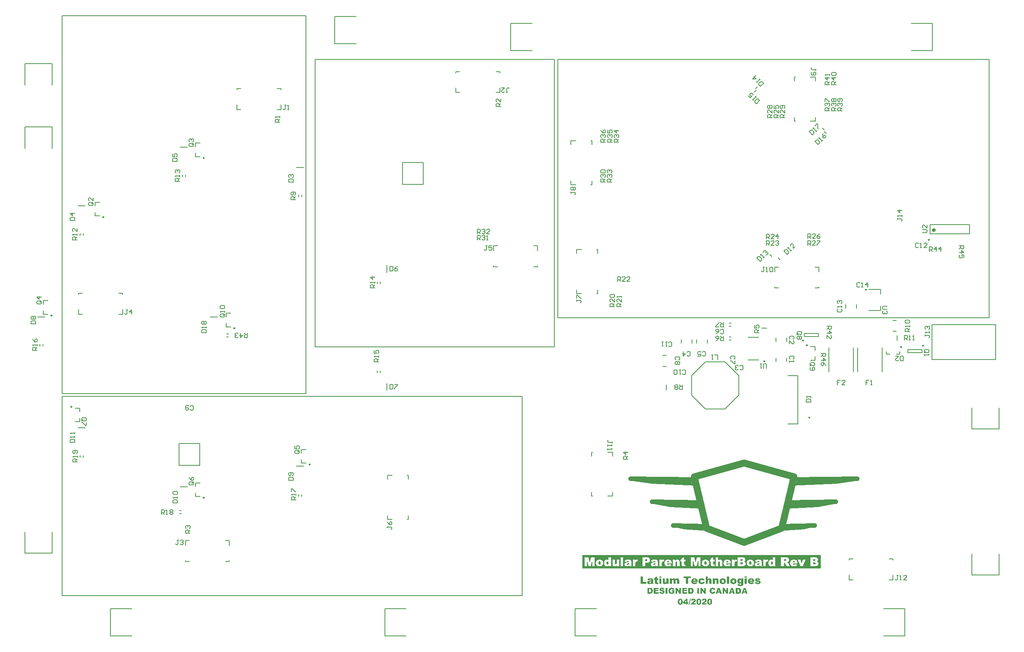
<source format=gto>
G04 Layer_Color=65535*
%FSLAX25Y25*%
%MOIN*%
G70*
G01*
G75*
%ADD69C,0.00984*%
%ADD70C,0.01575*%
%ADD71C,0.05905*%
%ADD72C,0.03937*%
%ADD73C,0.02953*%
%ADD74C,0.01968*%
%ADD75C,0.00799*%
%ADD76C,0.00787*%
%ADD77C,0.00800*%
G36*
X722747Y163372D02*
X722855Y163360D01*
X722999Y163336D01*
X723156Y163312D01*
X723312Y163276D01*
X723481Y163240D01*
X723661Y163180D01*
X723842Y163108D01*
X724022Y163035D01*
X724202Y162927D01*
X724371Y162819D01*
X724527Y162686D01*
X724672Y162542D01*
X724684Y162530D01*
X724696Y162518D01*
X724732Y162470D01*
X724768Y162422D01*
X724816Y162362D01*
X724864Y162277D01*
X724912Y162193D01*
X724972Y162085D01*
X725081Y161844D01*
X725177Y161568D01*
X725249Y161243D01*
X725261Y161074D01*
X725273Y160894D01*
Y160882D01*
Y160846D01*
Y160786D01*
X725261Y160714D01*
X725249Y160617D01*
X725237Y160509D01*
X725213Y160389D01*
X725177Y160256D01*
X725093Y159968D01*
X725033Y159823D01*
X724960Y159667D01*
X724876Y159523D01*
X724780Y159366D01*
X724672Y159222D01*
X724539Y159090D01*
X724527Y159077D01*
X724503Y159065D01*
X724467Y159029D01*
X724407Y158981D01*
X724335Y158933D01*
X724239Y158873D01*
X724130Y158801D01*
X724010Y158741D01*
X723878Y158680D01*
X723721Y158608D01*
X723553Y158548D01*
X723373Y158500D01*
X723180Y158452D01*
X722963Y158428D01*
X722747Y158404D01*
X722506Y158392D01*
X722398D01*
X722314Y158404D01*
X722218D01*
X722109Y158428D01*
X721977Y158440D01*
X721845Y158464D01*
X721544Y158536D01*
X721231Y158632D01*
X720930Y158777D01*
X720774Y158873D01*
X720642Y158969D01*
X720630Y158981D01*
X720606Y159005D01*
X720557Y159041D01*
X720509Y159101D01*
X720437Y159174D01*
X720365Y159258D01*
X720293Y159366D01*
X720209Y159474D01*
X720124Y159607D01*
X720052Y159751D01*
X719980Y159907D01*
X719908Y160076D01*
X719860Y160256D01*
X719812Y160449D01*
X719788Y160653D01*
X719775Y160870D01*
Y160882D01*
Y160918D01*
Y160978D01*
X719788Y161050D01*
X719800Y161147D01*
X719812Y161255D01*
X719836Y161375D01*
X719872Y161507D01*
X719956Y161796D01*
X720016Y161941D01*
X720088Y162097D01*
X720173Y162241D01*
X720269Y162398D01*
X720377Y162542D01*
X720509Y162674D01*
X720521Y162686D01*
X720545Y162710D01*
X720581Y162735D01*
X720642Y162783D01*
X720714Y162843D01*
X720810Y162903D01*
X720918Y162963D01*
X721039Y163035D01*
X721171Y163095D01*
X721315Y163156D01*
X721484Y163216D01*
X721664Y163276D01*
X721857Y163324D01*
X722061Y163348D01*
X722278Y163372D01*
X722506Y163384D01*
X722639D01*
X722747Y163372D01*
D02*
G37*
G36*
X698134D02*
X698242D01*
X698470Y163348D01*
X698723Y163312D01*
X698988Y163252D01*
X699252Y163180D01*
X699493Y163071D01*
X699505D01*
X699517Y163059D01*
X699589Y163011D01*
X699697Y162939D01*
X699830Y162843D01*
X699986Y162710D01*
X700131Y162554D01*
X700275Y162374D01*
X700407Y162169D01*
Y162157D01*
X700419Y162145D01*
X700431Y162109D01*
X700455Y162061D01*
X700479Y162001D01*
X700503Y161928D01*
X700564Y161760D01*
X700624Y161532D01*
X700672Y161279D01*
X700708Y160978D01*
X700720Y160641D01*
Y160437D01*
X697051D01*
Y160413D01*
X697063Y160365D01*
X697075Y160280D01*
X697099Y160184D01*
X697171Y159968D01*
X697219Y159871D01*
X697279Y159775D01*
X697291Y159763D01*
X697328Y159727D01*
X697388Y159679D01*
X697472Y159619D01*
X697568Y159559D01*
X697688Y159511D01*
X697821Y159474D01*
X697977Y159462D01*
X698025D01*
X698073Y159474D01*
X698146D01*
X698302Y159523D01*
X698386Y159547D01*
X698482Y159595D01*
X698494D01*
X698506Y159607D01*
X698579Y159667D01*
X698627Y159703D01*
X698675Y159763D01*
X698747Y159823D01*
X698807Y159907D01*
X700612Y159739D01*
Y159727D01*
X700588Y159703D01*
X700564Y159667D01*
X700539Y159619D01*
X700443Y159499D01*
X700323Y159342D01*
X700179Y159174D01*
X700010Y158993D01*
X699818Y158837D01*
X699601Y158704D01*
X699589D01*
X699577Y158693D01*
X699541Y158680D01*
X699493Y158656D01*
X699433Y158632D01*
X699361Y158608D01*
X699276Y158572D01*
X699180Y158548D01*
X699060Y158524D01*
X698940Y158488D01*
X698807Y158464D01*
X698651Y158440D01*
X698494Y158416D01*
X698314Y158404D01*
X698134Y158392D01*
X697773D01*
X697688Y158404D01*
X697604D01*
X697388Y158428D01*
X697147Y158452D01*
X696894Y158500D01*
X696654Y158572D01*
X696437Y158656D01*
X696413Y158668D01*
X696353Y158704D01*
X696245Y158777D01*
X696125Y158861D01*
X695980Y158981D01*
X695824Y159126D01*
X695679Y159294D01*
X695535Y159499D01*
Y159511D01*
X695523Y159523D01*
X695499Y159559D01*
X695487Y159607D01*
X695427Y159727D01*
X695367Y159896D01*
X695295Y160088D01*
X695246Y160329D01*
X695198Y160581D01*
X695186Y160870D01*
Y160882D01*
Y160918D01*
Y160978D01*
X695198Y161050D01*
X695210Y161147D01*
X695222Y161267D01*
X695246Y161387D01*
X695270Y161520D01*
X695355Y161808D01*
X695415Y161953D01*
X695487Y162109D01*
X695571Y162265D01*
X695667Y162410D01*
X695776Y162554D01*
X695896Y162686D01*
X695908Y162698D01*
X695932Y162723D01*
X695968Y162747D01*
X696028Y162795D01*
X696101Y162843D01*
X696197Y162903D01*
X696293Y162975D01*
X696413Y163035D01*
X696546Y163095D01*
X696702Y163168D01*
X696858Y163228D01*
X697039Y163276D01*
X697231Y163324D01*
X697436Y163360D01*
X697652Y163372D01*
X697881Y163384D01*
X698049D01*
X698134Y163372D01*
D02*
G37*
G36*
X665388Y163276D02*
X666398D01*
Y161941D01*
X665388D01*
Y160244D01*
Y160232D01*
Y160196D01*
Y160136D01*
X665400Y160076D01*
X665412Y159944D01*
X665424Y159883D01*
X665436Y159835D01*
X665460Y159811D01*
X665508Y159763D01*
X665604Y159715D01*
X665677Y159703D01*
X665749Y159691D01*
X665785D01*
X665833Y159703D01*
X665893D01*
X665977Y159715D01*
X666074Y159739D01*
X666182Y159763D01*
X666314Y159799D01*
X666459Y158536D01*
X666423D01*
X666386Y158524D01*
X666338Y158512D01*
X666206Y158488D01*
X666038Y158464D01*
X665845Y158440D01*
X665628Y158416D01*
X665412Y158404D01*
X665183Y158392D01*
X665075D01*
X664955Y158404D01*
X664798Y158416D01*
X664630Y158428D01*
X664474Y158464D01*
X664305Y158500D01*
X664173Y158560D01*
X664161Y158572D01*
X664125Y158596D01*
X664065Y158632D01*
X663992Y158693D01*
X663908Y158765D01*
X663836Y158861D01*
X663752Y158969D01*
X663692Y159090D01*
Y159101D01*
X663668Y159162D01*
X663644Y159246D01*
X663620Y159366D01*
X663595Y159535D01*
X663571Y159739D01*
X663559Y159980D01*
X663547Y160256D01*
Y161941D01*
X662874D01*
Y163276D01*
X663547D01*
Y164142D01*
X665388Y165092D01*
Y163276D01*
D02*
G37*
G36*
X653033Y160124D02*
X656221D01*
Y158500D01*
X651000D01*
Y165092D01*
X653033D01*
Y160124D01*
D02*
G37*
G36*
X747300Y163372D02*
X747408D01*
X747637Y163348D01*
X747890Y163312D01*
X748154Y163252D01*
X748419Y163180D01*
X748660Y163071D01*
X748672D01*
X748684Y163059D01*
X748756Y163011D01*
X748864Y162939D01*
X748996Y162843D01*
X749153Y162710D01*
X749297Y162554D01*
X749441Y162374D01*
X749574Y162169D01*
Y162157D01*
X749586Y162145D01*
X749598Y162109D01*
X749622Y162061D01*
X749646Y162001D01*
X749670Y161928D01*
X749730Y161760D01*
X749790Y161532D01*
X749838Y161279D01*
X749875Y160978D01*
X749887Y160641D01*
Y160437D01*
X746217D01*
Y160413D01*
X746230Y160365D01*
X746242Y160280D01*
X746266Y160184D01*
X746338Y159968D01*
X746386Y159871D01*
X746446Y159775D01*
X746458Y159763D01*
X746494Y159727D01*
X746554Y159679D01*
X746638Y159619D01*
X746735Y159559D01*
X746855Y159511D01*
X746987Y159474D01*
X747144Y159462D01*
X747192D01*
X747240Y159474D01*
X747312D01*
X747469Y159523D01*
X747553Y159547D01*
X747649Y159595D01*
X747661D01*
X747673Y159607D01*
X747745Y159667D01*
X747793Y159703D01*
X747842Y159763D01*
X747914Y159823D01*
X747974Y159907D01*
X749778Y159739D01*
Y159727D01*
X749754Y159703D01*
X749730Y159667D01*
X749706Y159619D01*
X749610Y159499D01*
X749490Y159342D01*
X749345Y159174D01*
X749177Y158993D01*
X748984Y158837D01*
X748768Y158704D01*
X748756D01*
X748744Y158693D01*
X748708Y158680D01*
X748660Y158656D01*
X748599Y158632D01*
X748527Y158608D01*
X748443Y158572D01*
X748347Y158548D01*
X748226Y158524D01*
X748106Y158488D01*
X747974Y158464D01*
X747817Y158440D01*
X747661Y158416D01*
X747481Y158404D01*
X747300Y158392D01*
X746939D01*
X746855Y158404D01*
X746771D01*
X746554Y158428D01*
X746314Y158452D01*
X746061Y158500D01*
X745821Y158572D01*
X745604Y158656D01*
X745580Y158668D01*
X745520Y158704D01*
X745411Y158777D01*
X745291Y158861D01*
X745147Y158981D01*
X744990Y159126D01*
X744846Y159294D01*
X744702Y159499D01*
Y159511D01*
X744690Y159523D01*
X744666Y159559D01*
X744654Y159607D01*
X744593Y159727D01*
X744533Y159896D01*
X744461Y160088D01*
X744413Y160329D01*
X744365Y160581D01*
X744353Y160870D01*
Y160882D01*
Y160918D01*
Y160978D01*
X744365Y161050D01*
X744377Y161147D01*
X744389Y161267D01*
X744413Y161387D01*
X744437Y161520D01*
X744521Y161808D01*
X744581Y161953D01*
X744654Y162109D01*
X744738Y162265D01*
X744834Y162410D01*
X744942Y162554D01*
X745063Y162686D01*
X745075Y162698D01*
X745099Y162723D01*
X745135Y162747D01*
X745195Y162795D01*
X745267Y162843D01*
X745363Y162903D01*
X745460Y162975D01*
X745580Y163035D01*
X745712Y163095D01*
X745869Y163168D01*
X746025Y163228D01*
X746205Y163276D01*
X746398Y163324D01*
X746602Y163360D01*
X746819Y163372D01*
X747048Y163384D01*
X747216D01*
X747300Y163372D01*
D02*
G37*
G36*
X731962D02*
X732070Y163360D01*
X732214Y163336D01*
X732371Y163312D01*
X732527Y163276D01*
X732696Y163240D01*
X732876Y163180D01*
X733057Y163108D01*
X733237Y163035D01*
X733418Y162927D01*
X733586Y162819D01*
X733742Y162686D01*
X733887Y162542D01*
X733899Y162530D01*
X733911Y162518D01*
X733947Y162470D01*
X733983Y162422D01*
X734031Y162362D01*
X734079Y162277D01*
X734127Y162193D01*
X734187Y162085D01*
X734296Y161844D01*
X734392Y161568D01*
X734464Y161243D01*
X734476Y161074D01*
X734488Y160894D01*
Y160882D01*
Y160846D01*
Y160786D01*
X734476Y160714D01*
X734464Y160617D01*
X734452Y160509D01*
X734428Y160389D01*
X734392Y160256D01*
X734308Y159968D01*
X734248Y159823D01*
X734175Y159667D01*
X734091Y159523D01*
X733995Y159366D01*
X733887Y159222D01*
X733754Y159090D01*
X733742Y159077D01*
X733718Y159065D01*
X733682Y159029D01*
X733622Y158981D01*
X733550Y158933D01*
X733454Y158873D01*
X733345Y158801D01*
X733225Y158741D01*
X733093Y158680D01*
X732936Y158608D01*
X732768Y158548D01*
X732587Y158500D01*
X732395Y158452D01*
X732178Y158428D01*
X731962Y158404D01*
X731721Y158392D01*
X731613D01*
X731529Y158404D01*
X731433D01*
X731324Y158428D01*
X731192Y158440D01*
X731060Y158464D01*
X730759Y158536D01*
X730446Y158632D01*
X730145Y158777D01*
X729989Y158873D01*
X729857Y158969D01*
X729845Y158981D01*
X729821Y159005D01*
X729772Y159041D01*
X729724Y159101D01*
X729652Y159174D01*
X729580Y159258D01*
X729508Y159366D01*
X729424Y159474D01*
X729339Y159607D01*
X729267Y159751D01*
X729195Y159907D01*
X729123Y160076D01*
X729075Y160256D01*
X729027Y160449D01*
X729003Y160653D01*
X728991Y160870D01*
Y160882D01*
Y160918D01*
Y160978D01*
X729003Y161050D01*
X729014Y161147D01*
X729027Y161255D01*
X729051Y161375D01*
X729087Y161507D01*
X729171Y161796D01*
X729231Y161941D01*
X729303Y162097D01*
X729388Y162241D01*
X729484Y162398D01*
X729592Y162542D01*
X729724Y162674D01*
X729736Y162686D01*
X729760Y162710D01*
X729797Y162735D01*
X729857Y162783D01*
X729929Y162843D01*
X730025Y162903D01*
X730133Y162963D01*
X730254Y163035D01*
X730386Y163095D01*
X730530Y163156D01*
X730699Y163216D01*
X730879Y163276D01*
X731072Y163324D01*
X731276Y163348D01*
X731493Y163372D01*
X731721Y163384D01*
X731854D01*
X731962Y163372D01*
D02*
G37*
G36*
X737279D02*
X737411Y163360D01*
X737556Y163336D01*
X737712Y163300D01*
X737869Y163252D01*
X738013Y163192D01*
X738025Y163180D01*
X738073Y163156D01*
X738145Y163108D01*
X738230Y163047D01*
X738338Y162951D01*
X738446Y162843D01*
X738566Y162723D01*
X738687Y162566D01*
Y163276D01*
X740407D01*
Y158765D01*
Y158548D01*
Y158524D01*
Y158476D01*
X740395Y158392D01*
X740383Y158283D01*
X740359Y158151D01*
X740323Y158007D01*
X740275Y157862D01*
X740214Y157706D01*
X740203Y157694D01*
X740178Y157634D01*
X740142Y157562D01*
X740082Y157465D01*
X740010Y157369D01*
X739914Y157249D01*
X739817Y157141D01*
X739697Y157044D01*
X739685Y157032D01*
X739637Y157008D01*
X739577Y156960D01*
X739481Y156900D01*
X739360Y156840D01*
X739228Y156792D01*
X739072Y156732D01*
X738891Y156684D01*
X738867D01*
X738807Y156659D01*
X738711Y156647D01*
X738578Y156623D01*
X738410Y156599D01*
X738217Y156587D01*
X738013Y156563D01*
X737652D01*
X737556Y156575D01*
X737435D01*
X737303Y156587D01*
X737147Y156599D01*
X736990Y156623D01*
X736666Y156671D01*
X736341Y156744D01*
X736184Y156792D01*
X736040Y156852D01*
X735908Y156924D01*
X735800Y156996D01*
X735775Y157020D01*
X735715Y157080D01*
X735631Y157177D01*
X735535Y157309D01*
X735439Y157465D01*
X735354Y157670D01*
X735294Y157898D01*
X735282Y158019D01*
X735270Y158151D01*
Y158163D01*
Y158223D01*
Y158296D01*
Y158392D01*
X737051Y158187D01*
Y158175D01*
X737063Y158151D01*
X737075Y158103D01*
X737099Y158055D01*
X737159Y157947D01*
X737207Y157898D01*
X737255Y157850D01*
X737267D01*
X737291Y157826D01*
X737339Y157802D01*
X737399Y157778D01*
X737472Y157754D01*
X737556Y157730D01*
X737652Y157718D01*
X737760Y157706D01*
X737832D01*
X737905Y157718D01*
X737989Y157730D01*
X738085Y157754D01*
X738181Y157802D01*
X738278Y157850D01*
X738362Y157923D01*
X738374Y157935D01*
X738398Y157971D01*
X738422Y158019D01*
X738470Y158091D01*
X738506Y158199D01*
X738530Y158320D01*
X738554Y158464D01*
X738566Y158644D01*
Y159366D01*
X738554Y159354D01*
X738518Y159318D01*
X738470Y159258D01*
X738398Y159198D01*
X738314Y159114D01*
X738217Y159041D01*
X738121Y158969D01*
X738025Y158909D01*
X738001Y158897D01*
X737953Y158873D01*
X737857Y158837D01*
X737748Y158801D01*
X737604Y158765D01*
X737448Y158729D01*
X737279Y158704D01*
X737099Y158693D01*
X737003D01*
X736942Y158704D01*
X736858Y158716D01*
X736762Y158741D01*
X736545Y158801D01*
X736425Y158837D01*
X736305Y158897D01*
X736172Y158957D01*
X736040Y159041D01*
X735920Y159138D01*
X735787Y159246D01*
X735667Y159378D01*
X735547Y159523D01*
Y159535D01*
X735535Y159547D01*
X735511Y159583D01*
X735487Y159631D01*
X735451Y159691D01*
X735415Y159763D01*
X735378Y159847D01*
X735342Y159944D01*
X735270Y160172D01*
X735198Y160437D01*
X735150Y160750D01*
X735138Y161099D01*
Y161110D01*
Y161147D01*
Y161207D01*
X735150Y161279D01*
Y161375D01*
X735162Y161483D01*
X735210Y161724D01*
X735270Y162001D01*
X735366Y162277D01*
X735499Y162554D01*
X735571Y162674D01*
X735667Y162795D01*
X735679Y162807D01*
X735691Y162819D01*
X735727Y162855D01*
X735763Y162891D01*
X735884Y162987D01*
X736052Y163095D01*
X736257Y163204D01*
X736497Y163288D01*
X736774Y163360D01*
X736930Y163372D01*
X737087Y163384D01*
X737183D01*
X737279Y163372D01*
D02*
G37*
G36*
X727180Y150000D02*
X725700D01*
X723794Y152794D01*
Y150000D01*
X722324D01*
Y155069D01*
X723776D01*
X725700Y152257D01*
Y155069D01*
X727180D01*
Y150000D01*
D02*
G37*
G36*
X707894D02*
X706414D01*
X704508Y152794D01*
Y150000D01*
X703037D01*
Y155069D01*
X704490D01*
X706414Y152257D01*
Y155069D01*
X707894D01*
Y150000D01*
D02*
G37*
G36*
X686248D02*
X684768D01*
X682863Y152794D01*
Y150000D01*
X681392D01*
Y155069D01*
X682844D01*
X684768Y152257D01*
Y155069D01*
X686248D01*
Y150000D01*
D02*
G37*
G36*
X669839Y155143D02*
X669922D01*
X670015Y155134D01*
X670117Y155124D01*
X670227Y155106D01*
X670468Y155060D01*
X670718Y154995D01*
X670949Y154903D01*
X671060Y154847D01*
X671162Y154782D01*
X671171D01*
X671180Y154764D01*
X671245Y154718D01*
X671328Y154625D01*
X671430Y154505D01*
X671486Y154431D01*
X671532Y154348D01*
X671587Y154246D01*
X671633Y154144D01*
X671680Y154033D01*
X671717Y153913D01*
X671744Y153774D01*
X671772Y153635D01*
X670292Y153552D01*
Y153570D01*
X670283Y153607D01*
X670264Y153672D01*
X670237Y153746D01*
X670200Y153820D01*
X670163Y153903D01*
X670107Y153987D01*
X670043Y154051D01*
X670033Y154061D01*
X670006Y154079D01*
X669969Y154098D01*
X669913Y154135D01*
X669839Y154163D01*
X669746Y154181D01*
X669645Y154200D01*
X669524Y154209D01*
X669478D01*
X669432Y154200D01*
X669367Y154190D01*
X669229Y154163D01*
X669164Y154125D01*
X669108Y154088D01*
X669099Y154079D01*
X669090Y154070D01*
X669043Y154015D01*
X668997Y153922D01*
X668988Y153867D01*
X668979Y153811D01*
Y153802D01*
Y153793D01*
X668997Y153737D01*
X669025Y153663D01*
X669053Y153626D01*
X669090Y153589D01*
X669099D01*
X669117Y153570D01*
X669145Y153552D01*
X669201Y153524D01*
X669266Y153497D01*
X669358Y153469D01*
X669469Y153432D01*
X669608Y153404D01*
X669617D01*
X669654Y153395D01*
X669709Y153385D01*
X669774Y153367D01*
X669858Y153349D01*
X669959Y153321D01*
X670070Y153293D01*
X670181Y153265D01*
X670422Y153200D01*
X670672Y153117D01*
X670893Y153034D01*
X670995Y152997D01*
X671088Y152951D01*
X671097D01*
X671106Y152942D01*
X671162Y152914D01*
X671236Y152867D01*
X671338Y152803D01*
X671439Y152719D01*
X671550Y152627D01*
X671652Y152516D01*
X671735Y152396D01*
X671744Y152377D01*
X671763Y152340D01*
X671800Y152266D01*
X671837Y152174D01*
X671874Y152063D01*
X671911Y151943D01*
X671930Y151795D01*
X671939Y151646D01*
Y151637D01*
Y151628D01*
Y151600D01*
Y151563D01*
X671920Y151471D01*
X671902Y151350D01*
X671874Y151212D01*
X671818Y151055D01*
X671754Y150897D01*
X671661Y150740D01*
X671652Y150722D01*
X671615Y150675D01*
X671550Y150601D01*
X671467Y150509D01*
X671356Y150407D01*
X671227Y150305D01*
X671078Y150213D01*
X670903Y150120D01*
X670893D01*
X670884Y150111D01*
X670857Y150102D01*
X670820Y150092D01*
X670773Y150074D01*
X670709Y150056D01*
X670644Y150037D01*
X670570Y150019D01*
X670394Y149981D01*
X670181Y149944D01*
X669950Y149926D01*
X669682Y149917D01*
X669561D01*
X669469Y149926D01*
X669367Y149935D01*
X669247Y149944D01*
X669117Y149954D01*
X668969Y149981D01*
X668674Y150037D01*
X668377Y150120D01*
X668239Y150176D01*
X668109Y150250D01*
X667989Y150324D01*
X667887Y150407D01*
X667878Y150416D01*
X667869Y150435D01*
X667841Y150462D01*
X667813Y150499D01*
X667776Y150546D01*
X667730Y150601D01*
X667684Y150675D01*
X667637Y150749D01*
X667536Y150934D01*
X667443Y151156D01*
X667379Y151397D01*
X667351Y151535D01*
X667332Y151674D01*
X668821Y151776D01*
Y151758D01*
X668831Y151711D01*
X668840Y151646D01*
X668868Y151573D01*
X668923Y151388D01*
X668969Y151295D01*
X669016Y151221D01*
X669025Y151212D01*
X669062Y151175D01*
X669117Y151128D01*
X669192Y151073D01*
X669293Y151008D01*
X669414Y150962D01*
X669552Y150925D01*
X669709Y150916D01*
X669765D01*
X669820Y150925D01*
X669904Y150934D01*
X669987Y150953D01*
X670070Y150980D01*
X670154Y151017D01*
X670227Y151064D01*
X670237Y151073D01*
X670255Y151092D01*
X670283Y151128D01*
X670320Y151165D01*
X670357Y151221D01*
X670385Y151286D01*
X670403Y151360D01*
X670412Y151434D01*
Y151443D01*
Y151471D01*
X670403Y151508D01*
X670394Y151554D01*
X670366Y151610D01*
X670338Y151665D01*
X670292Y151730D01*
X670237Y151785D01*
X670227Y151795D01*
X670200Y151813D01*
X670144Y151841D01*
X670070Y151878D01*
X669959Y151924D01*
X669820Y151979D01*
X669737Y152007D01*
X669645Y152026D01*
X669543Y152053D01*
X669432Y152081D01*
X669423D01*
X669386Y152091D01*
X669330Y152109D01*
X669266Y152118D01*
X669182Y152146D01*
X669080Y152174D01*
X668979Y152201D01*
X668868Y152239D01*
X668618Y152331D01*
X668377Y152433D01*
X668155Y152553D01*
X668054Y152618D01*
X667961Y152692D01*
Y152701D01*
X667943Y152710D01*
X667897Y152757D01*
X667823Y152840D01*
X667748Y152960D01*
X667665Y153099D01*
X667591Y153265D01*
X667545Y153450D01*
X667536Y153552D01*
X667526Y153663D01*
Y153672D01*
Y153682D01*
Y153728D01*
X667536Y153811D01*
X667554Y153903D01*
X667582Y154015D01*
X667619Y154144D01*
X667674Y154273D01*
X667748Y154403D01*
X667758Y154421D01*
X667795Y154458D01*
X667850Y154523D01*
X667924Y154606D01*
X668017Y154690D01*
X668137Y154782D01*
X668276Y154866D01*
X668433Y154949D01*
X668442D01*
X668451Y154958D01*
X668479Y154967D01*
X668516Y154976D01*
X668563Y154995D01*
X668618Y155014D01*
X668683Y155032D01*
X668757Y155051D01*
X668840Y155069D01*
X668942Y155087D01*
X669155Y155124D01*
X669404Y155143D01*
X669682Y155152D01*
X669774D01*
X669839Y155143D01*
D02*
G37*
G36*
X678312D02*
X678497Y155134D01*
X678700Y155115D01*
X678913Y155087D01*
X679108Y155051D01*
X679200Y155023D01*
X679283Y154995D01*
X679292D01*
X679302Y154986D01*
X679357Y154967D01*
X679431Y154930D01*
X679524Y154884D01*
X679635Y154819D01*
X679755Y154736D01*
X679866Y154634D01*
X679977Y154523D01*
X679986Y154505D01*
X680023Y154468D01*
X680069Y154394D01*
X680134Y154301D01*
X680199Y154190D01*
X680273Y154051D01*
X680338Y153894D01*
X680393Y153718D01*
X678886Y153450D01*
Y153460D01*
X678867Y153497D01*
X678839Y153552D01*
X678812Y153617D01*
X678765Y153682D01*
X678710Y153755D01*
X678636Y153820D01*
X678562Y153885D01*
X678552Y153894D01*
X678525Y153913D01*
X678469Y153931D01*
X678405Y153968D01*
X678321Y153996D01*
X678229Y154015D01*
X678118Y154033D01*
X677988Y154042D01*
X677942D01*
X677905Y154033D01*
X677812Y154024D01*
X677692Y153996D01*
X677563Y153959D01*
X677424Y153894D01*
X677285Y153802D01*
X677165Y153682D01*
X677156Y153663D01*
X677119Y153617D01*
X677072Y153524D01*
X677017Y153404D01*
X676952Y153247D01*
X676934Y153154D01*
X676906Y153052D01*
X676888Y152942D01*
X676869Y152821D01*
X676860Y152692D01*
Y152553D01*
Y152544D01*
Y152516D01*
Y152479D01*
X676869Y152424D01*
Y152349D01*
X676878Y152276D01*
X676897Y152100D01*
X676934Y151906D01*
X676989Y151711D01*
X677063Y151526D01*
X677109Y151452D01*
X677165Y151378D01*
X677183Y151360D01*
X677220Y151323D01*
X677294Y151267D01*
X677396Y151202D01*
X677517Y151138D01*
X677665Y151082D01*
X677840Y151045D01*
X678034Y151027D01*
X678127D01*
X678192Y151036D01*
X678275Y151045D01*
X678358Y151055D01*
X678534Y151101D01*
X678543D01*
X678580Y151119D01*
X678626Y151138D01*
X678691Y151165D01*
X678774Y151193D01*
X678867Y151240D01*
X678978Y151295D01*
X679089Y151360D01*
Y151841D01*
X678034D01*
Y152895D01*
X680458D01*
Y150731D01*
X680449Y150722D01*
X680430Y150712D01*
X680393Y150684D01*
X680338Y150657D01*
X680282Y150620D01*
X680208Y150574D01*
X680042Y150472D01*
X679847Y150370D01*
X679635Y150259D01*
X679422Y150157D01*
X679218Y150083D01*
X679209D01*
X679191Y150074D01*
X679163Y150065D01*
X679126Y150056D01*
X679071Y150046D01*
X679015Y150028D01*
X678941Y150019D01*
X678867Y150000D01*
X678682Y149972D01*
X678460Y149944D01*
X678220Y149926D01*
X677951Y149917D01*
X677868D01*
X677803Y149926D01*
X677720D01*
X677637Y149935D01*
X677535Y149944D01*
X677424Y149954D01*
X677193Y149991D01*
X676943Y150046D01*
X676702Y150120D01*
X676471Y150222D01*
X676462D01*
X676443Y150241D01*
X676416Y150259D01*
X676379Y150277D01*
X676277Y150352D01*
X676148Y150453D01*
X676009Y150574D01*
X675861Y150731D01*
X675722Y150916D01*
X675593Y151128D01*
Y151138D01*
X675583Y151156D01*
X675565Y151193D01*
X675546Y151240D01*
X675519Y151295D01*
X675500Y151360D01*
X675472Y151443D01*
X675445Y151535D01*
X675408Y151628D01*
X675380Y151739D01*
X675333Y151979D01*
X675296Y152248D01*
X675287Y152534D01*
Y152544D01*
Y152571D01*
Y152618D01*
X675296Y152673D01*
Y152747D01*
X675306Y152831D01*
X675315Y152923D01*
X675333Y153025D01*
X675371Y153247D01*
X675435Y153487D01*
X675519Y153728D01*
X675630Y153968D01*
Y153978D01*
X675648Y153996D01*
X675667Y154024D01*
X675694Y154070D01*
X675768Y154181D01*
X675879Y154320D01*
X676027Y154468D01*
X676194Y154625D01*
X676397Y154773D01*
X676628Y154903D01*
X676638D01*
X676656Y154912D01*
X676684Y154930D01*
X676721Y154939D01*
X676777Y154958D01*
X676841Y154986D01*
X676915Y155004D01*
X676999Y155032D01*
X677091Y155051D01*
X677202Y155069D01*
X677313Y155097D01*
X677433Y155115D01*
X677572Y155134D01*
X677711Y155143D01*
X678025Y155152D01*
X678238D01*
X678312Y155143D01*
D02*
G37*
G36*
X713823D02*
X713906D01*
X713999Y155134D01*
X714100Y155124D01*
X714211Y155106D01*
X714461Y155060D01*
X714711Y154986D01*
X714951Y154893D01*
X715062Y154829D01*
X715173Y154764D01*
X715182D01*
X715201Y154745D01*
X715229Y154727D01*
X715266Y154690D01*
X715312Y154653D01*
X715368Y154597D01*
X715423Y154542D01*
X715488Y154468D01*
X715553Y154394D01*
X715617Y154301D01*
X715691Y154209D01*
X715756Y154098D01*
X715821Y153978D01*
X715885Y153857D01*
X715941Y153718D01*
X715997Y153570D01*
X714609Y153265D01*
Y153275D01*
X714600Y153302D01*
X714581Y153349D01*
X714563Y153395D01*
X714507Y153506D01*
X714479Y153552D01*
X714452Y153598D01*
X714442Y153607D01*
X714433Y153626D01*
X714396Y153663D01*
X714359Y153700D01*
X714257Y153793D01*
X714128Y153876D01*
X714119Y153885D01*
X714100Y153894D01*
X714054Y153913D01*
X714008Y153931D01*
X713943Y153950D01*
X713869Y153959D01*
X713786Y153978D01*
X713647D01*
X713619Y153968D01*
X713518Y153959D01*
X713397Y153922D01*
X713268Y153876D01*
X713129Y153793D01*
X712999Y153691D01*
X712944Y153617D01*
X712888Y153543D01*
X712879Y153524D01*
X712851Y153487D01*
X712824Y153404D01*
X712787Y153302D01*
X712741Y153164D01*
X712713Y152997D01*
X712685Y152794D01*
X712676Y152553D01*
Y152544D01*
Y152516D01*
Y152470D01*
Y152414D01*
X712685Y152349D01*
Y152266D01*
X712704Y152091D01*
X712741Y151906D01*
X712778Y151711D01*
X712842Y151535D01*
X712879Y151462D01*
X712925Y151397D01*
X712935Y151388D01*
X712972Y151350D01*
X713036Y151304D01*
X713110Y151249D01*
X713212Y151184D01*
X713342Y151138D01*
X713481Y151101D01*
X713647Y151092D01*
X713721D01*
X713804Y151101D01*
X713906Y151119D01*
X714017Y151156D01*
X714128Y151193D01*
X714239Y151258D01*
X714331Y151341D01*
X714341Y151350D01*
X714368Y151388D01*
X714415Y151443D01*
X714461Y151526D01*
X714516Y151628D01*
X714572Y151758D01*
X714628Y151906D01*
X714674Y152081D01*
X716043Y151656D01*
Y151646D01*
X716034Y151628D01*
X716024Y151600D01*
X716015Y151563D01*
X715987Y151452D01*
X715932Y151323D01*
X715876Y151165D01*
X715793Y151008D01*
X715710Y150851D01*
X715599Y150694D01*
X715590Y150675D01*
X715543Y150629D01*
X715479Y150564D01*
X715395Y150472D01*
X715284Y150379D01*
X715164Y150287D01*
X715016Y150194D01*
X714859Y150111D01*
X714850D01*
X714840Y150102D01*
X714813Y150092D01*
X714785Y150083D01*
X714683Y150046D01*
X714553Y150019D01*
X714396Y149981D01*
X714202Y149944D01*
X713980Y149926D01*
X713739Y149917D01*
X713601D01*
X713527Y149926D01*
X713453D01*
X713360Y149935D01*
X713259Y149944D01*
X713046Y149972D01*
X712815Y150019D01*
X712593Y150074D01*
X712380Y150148D01*
X712370D01*
X712361Y150157D01*
X712333Y150176D01*
X712296Y150194D01*
X712195Y150259D01*
X712075Y150342D01*
X711936Y150462D01*
X711778Y150601D01*
X711630Y150777D01*
X711482Y150990D01*
Y150999D01*
X711464Y151017D01*
X711446Y151055D01*
X711427Y151101D01*
X711399Y151156D01*
X711362Y151230D01*
X711325Y151313D01*
X711298Y151415D01*
X711261Y151517D01*
X711224Y151637D01*
X711196Y151767D01*
X711159Y151906D01*
X711140Y152053D01*
X711122Y152211D01*
X711103Y152544D01*
Y152562D01*
Y152599D01*
X711112Y152664D01*
Y152747D01*
X711122Y152858D01*
X711140Y152979D01*
X711159Y153108D01*
X711187Y153256D01*
X711224Y153413D01*
X711270Y153570D01*
X711316Y153728D01*
X711381Y153894D01*
X711464Y154051D01*
X711547Y154200D01*
X711649Y154348D01*
X711769Y154477D01*
X711778Y154486D01*
X711797Y154505D01*
X711843Y154542D01*
X711890Y154579D01*
X711964Y154634D01*
X712047Y154690D01*
X712139Y154754D01*
X712259Y154819D01*
X712380Y154875D01*
X712528Y154939D01*
X712685Y154995D01*
X712851Y155051D01*
X713036Y155087D01*
X713231Y155124D01*
X713444Y155143D01*
X713665Y155152D01*
X713758D01*
X713823Y155143D01*
D02*
G37*
G36*
X659890Y163372D02*
X660095Y163360D01*
X660323Y163348D01*
X660540Y163324D01*
X660732Y163288D01*
X660756D01*
X660816Y163264D01*
X660913Y163240D01*
X661033Y163204D01*
X661165Y163156D01*
X661298Y163083D01*
X661442Y162999D01*
X661574Y162903D01*
X661586Y162891D01*
X661611Y162867D01*
X661659Y162819D01*
X661707Y162759D01*
X661767Y162674D01*
X661827Y162578D01*
X661887Y162458D01*
X661935Y162326D01*
X661947Y162313D01*
X661959Y162265D01*
X661983Y162193D01*
X662007Y162097D01*
X662032Y161989D01*
X662056Y161868D01*
X662080Y161748D01*
Y161616D01*
Y159511D01*
Y159499D01*
Y159450D01*
Y159390D01*
Y159318D01*
X662092Y159150D01*
X662104Y159065D01*
X662116Y158981D01*
Y158969D01*
X662128Y158945D01*
X662140Y158909D01*
X662164Y158849D01*
X662188Y158777D01*
X662212Y158693D01*
X662308Y158500D01*
X660588D01*
Y158512D01*
X660576Y158536D01*
X660528Y158608D01*
X660480Y158693D01*
X660443Y158777D01*
Y158801D01*
X660431Y158849D01*
X660407Y158945D01*
X660383Y159077D01*
X660371Y159065D01*
X660323Y159017D01*
X660251Y158957D01*
X660155Y158885D01*
X660047Y158801D01*
X659926Y158729D01*
X659806Y158644D01*
X659674Y158584D01*
X659650Y158572D01*
X659589Y158560D01*
X659481Y158524D01*
X659349Y158488D01*
X659180Y158452D01*
X658988Y158428D01*
X658771Y158404D01*
X658543Y158392D01*
X658459D01*
X658398Y158404D01*
X658326D01*
X658242Y158416D01*
X658050Y158440D01*
X657845Y158488D01*
X657628Y158560D01*
X657412Y158644D01*
X657232Y158777D01*
X657207Y158801D01*
X657159Y158849D01*
X657099Y158933D01*
X657015Y159053D01*
X656931Y159198D01*
X656871Y159366D01*
X656822Y159547D01*
X656799Y159763D01*
Y159775D01*
Y159787D01*
Y159859D01*
X656811Y159956D01*
X656835Y160076D01*
X656871Y160220D01*
X656931Y160365D01*
X657003Y160521D01*
X657111Y160653D01*
X657123Y160665D01*
X657171Y160714D01*
X657256Y160774D01*
X657376Y160846D01*
X657544Y160930D01*
X657749Y161014D01*
X657989Y161099D01*
X658134Y161135D01*
X658290Y161171D01*
X658302D01*
X658338Y161183D01*
X658386Y161195D01*
X658459Y161207D01*
X658543Y161219D01*
X658639Y161243D01*
X658844Y161279D01*
X659072Y161327D01*
X659289Y161375D01*
X659481Y161423D01*
X659565Y161447D01*
X659625Y161459D01*
X659637D01*
X659686Y161471D01*
X659746Y161495D01*
X659830Y161520D01*
X659926Y161556D01*
X660035Y161592D01*
X660287Y161688D01*
Y161700D01*
Y161736D01*
X660275Y161796D01*
Y161868D01*
X660227Y162013D01*
X660191Y162085D01*
X660143Y162145D01*
X660131Y162157D01*
X660119Y162169D01*
X660083Y162193D01*
X660022Y162217D01*
X659962Y162241D01*
X659878Y162265D01*
X659770Y162290D01*
X659577D01*
X659493Y162277D01*
X659397D01*
X659180Y162229D01*
X659072Y162193D01*
X658976Y162145D01*
X658964D01*
X658952Y162121D01*
X658916Y162097D01*
X658880Y162049D01*
X658832Y161989D01*
X658783Y161916D01*
X658735Y161832D01*
X658699Y161724D01*
X656943Y161905D01*
Y161928D01*
X656967Y161977D01*
X656979Y162061D01*
X657015Y162169D01*
X657051Y162277D01*
X657099Y162398D01*
X657159Y162518D01*
X657220Y162626D01*
X657232Y162638D01*
X657256Y162674D01*
X657304Y162723D01*
X657364Y162783D01*
X657436Y162855D01*
X657532Y162927D01*
X657641Y163011D01*
X657761Y163083D01*
X657773Y163095D01*
X657809Y163108D01*
X657869Y163131D01*
X657941Y163168D01*
X658038Y163204D01*
X658158Y163240D01*
X658290Y163276D01*
X658447Y163300D01*
X658471D01*
X658519Y163312D01*
X658615Y163324D01*
X658735Y163348D01*
X658880Y163360D01*
X659036Y163372D01*
X659216Y163384D01*
X659698D01*
X659890Y163372D01*
D02*
G37*
G36*
X753219D02*
X753411D01*
X753616Y163348D01*
X753820Y163324D01*
X754013Y163300D01*
X754181Y163252D01*
X754205D01*
X754253Y163228D01*
X754326Y163192D01*
X754422Y163156D01*
X754530Y163095D01*
X754638Y163023D01*
X754759Y162939D01*
X754867Y162843D01*
X754879Y162831D01*
X754915Y162795D01*
X754963Y162735D01*
X755023Y162650D01*
X755096Y162542D01*
X755180Y162422D01*
X755252Y162277D01*
X755324Y162109D01*
X753592Y161941D01*
Y161953D01*
X753580Y161977D01*
X753556Y162025D01*
X753532Y162073D01*
X753460Y162181D01*
X753363Y162277D01*
X753351Y162290D01*
X753327Y162302D01*
X753279Y162326D01*
X753219Y162350D01*
X753135Y162374D01*
X753051Y162398D01*
X752942Y162422D01*
X752726D01*
X752666Y162410D01*
X752509Y162374D01*
X752437Y162338D01*
X752377Y162302D01*
X752353Y162277D01*
X752317Y162229D01*
X752269Y162145D01*
X752256Y162097D01*
X752245Y162037D01*
Y162025D01*
Y162013D01*
X752269Y161941D01*
X752317Y161844D01*
X752353Y161808D01*
X752413Y161772D01*
X752425D01*
X752449Y161760D01*
X752497Y161736D01*
X752581Y161712D01*
X752678Y161688D01*
X752822Y161664D01*
X752990Y161628D01*
X753195Y161604D01*
X753231D01*
X753279Y161592D01*
X753339D01*
X753423Y161580D01*
X753508Y161568D01*
X753712Y161532D01*
X753929Y161495D01*
X754157Y161447D01*
X754374Y161387D01*
X754554Y161315D01*
X754578Y161303D01*
X754626Y161279D01*
X754711Y161243D01*
X754807Y161183D01*
X754915Y161110D01*
X755035Y161014D01*
X755144Y160906D01*
X755240Y160786D01*
X755252Y160774D01*
X755276Y160725D01*
X755312Y160653D01*
X755360Y160569D01*
X755408Y160461D01*
X755444Y160329D01*
X755469Y160184D01*
X755481Y160040D01*
Y160028D01*
Y159968D01*
X755469Y159896D01*
X755444Y159787D01*
X755420Y159667D01*
X755372Y159523D01*
X755312Y159378D01*
X755228Y159234D01*
X755216Y159222D01*
X755180Y159174D01*
X755120Y159101D01*
X755035Y159017D01*
X754927Y158921D01*
X754783Y158813D01*
X754626Y158716D01*
X754434Y158620D01*
X754410Y158608D01*
X754338Y158584D01*
X754217Y158548D01*
X754049Y158512D01*
X753844Y158464D01*
X753592Y158428D01*
X753303Y158404D01*
X752978Y158392D01*
X752858D01*
X752762Y158404D01*
X752654D01*
X752533Y158416D01*
X752401Y158428D01*
X752256Y158440D01*
X751944Y158488D01*
X751643Y158548D01*
X751354Y158644D01*
X751222Y158704D01*
X751114Y158765D01*
X751090Y158777D01*
X751029Y158837D01*
X750933Y158921D01*
X750813Y159041D01*
X750693Y159186D01*
X750584Y159378D01*
X750476Y159595D01*
X750404Y159835D01*
X752220Y160004D01*
Y159992D01*
X752245Y159944D01*
X752269Y159896D01*
X752305Y159823D01*
X752389Y159655D01*
X752449Y159583D01*
X752521Y159523D01*
X752533D01*
X752557Y159499D01*
X752605Y159486D01*
X752666Y159462D01*
X752738Y159438D01*
X752834Y159414D01*
X752942Y159402D01*
X753062Y159390D01*
X753123D01*
X753195Y159402D01*
X753279Y159414D01*
X753460Y159462D01*
X753544Y159499D01*
X753628Y159547D01*
X753640D01*
X753652Y159571D01*
X753712Y159619D01*
X753772Y159715D01*
X753784Y159775D01*
X753796Y159835D01*
Y159847D01*
Y159871D01*
X753772Y159944D01*
X753748Y159992D01*
X753712Y160040D01*
X753664Y160088D01*
X753592Y160136D01*
X753580D01*
X753556Y160148D01*
X753508Y160172D01*
X753436Y160196D01*
X753339Y160220D01*
X753207Y160256D01*
X753026Y160292D01*
X752810Y160329D01*
X752798D01*
X752774Y160341D01*
X752714D01*
X752654Y160353D01*
X752581Y160377D01*
X752485Y160389D01*
X752281Y160437D01*
X752064Y160485D01*
X751835Y160533D01*
X751643Y160581D01*
X751547Y160617D01*
X751475Y160641D01*
X751463Y160653D01*
X751414Y160665D01*
X751342Y160702D01*
X751258Y160762D01*
X751162Y160822D01*
X751065Y160906D01*
X750957Y161002D01*
X750861Y161123D01*
X750849Y161135D01*
X750825Y161183D01*
X750777Y161255D01*
X750741Y161339D01*
X750693Y161459D01*
X750644Y161580D01*
X750620Y161724D01*
X750608Y161880D01*
Y161905D01*
Y161965D01*
X750620Y162049D01*
X750644Y162169D01*
X750668Y162290D01*
X750717Y162434D01*
X750789Y162566D01*
X750873Y162698D01*
X750885Y162710D01*
X750921Y162759D01*
X750981Y162819D01*
X751078Y162891D01*
X751186Y162975D01*
X751306Y163059D01*
X751463Y163131D01*
X751631Y163204D01*
X751655Y163216D01*
X751715Y163228D01*
X751823Y163264D01*
X751980Y163300D01*
X752160Y163324D01*
X752377Y163360D01*
X752641Y163372D01*
X752930Y163384D01*
X753147D01*
X753219Y163372D01*
D02*
G37*
G36*
X717406D02*
X717550Y163360D01*
X717718Y163324D01*
X717911Y163276D01*
X718103Y163192D01*
X718296Y163083D01*
X718476Y162927D01*
X718500Y162903D01*
X718548Y162843D01*
X718609Y162735D01*
X718693Y162578D01*
X718777Y162386D01*
X718837Y162145D01*
X718885Y161856D01*
X718909Y161532D01*
Y158500D01*
X717069D01*
Y161123D01*
Y161147D01*
Y161195D01*
X717057Y161279D01*
X717045Y161375D01*
X716997Y161580D01*
X716960Y161676D01*
X716900Y161760D01*
X716888Y161772D01*
X716864Y161796D01*
X716828Y161820D01*
X716780Y161856D01*
X716708Y161892D01*
X716636Y161928D01*
X716539Y161941D01*
X716431Y161953D01*
X716371D01*
X716311Y161941D01*
X716239Y161916D01*
X716154Y161892D01*
X716058Y161844D01*
X715974Y161784D01*
X715890Y161700D01*
X715878Y161688D01*
X715854Y161652D01*
X715830Y161580D01*
X715794Y161495D01*
X715745Y161363D01*
X715721Y161207D01*
X715697Y161014D01*
X715685Y160786D01*
Y158500D01*
X713857D01*
Y163276D01*
X715553D01*
Y162494D01*
X715565Y162518D01*
X715625Y162578D01*
X715697Y162662D01*
X715794Y162759D01*
X715914Y162879D01*
X716046Y162987D01*
X716179Y163095D01*
X716323Y163180D01*
X716347Y163192D01*
X716395Y163216D01*
X716479Y163240D01*
X716588Y163288D01*
X716732Y163324D01*
X716900Y163348D01*
X717081Y163372D01*
X717285Y163384D01*
X717357D01*
X717406Y163372D01*
D02*
G37*
G36*
X683108D02*
X683240Y163360D01*
X683421Y163324D01*
X683613Y163276D01*
X683806Y163192D01*
X683998Y163083D01*
X684179Y162927D01*
X684203Y162903D01*
X684251Y162843D01*
X684311Y162735D01*
X684395Y162578D01*
X684480Y162374D01*
X684540Y162133D01*
X684588Y161832D01*
X684612Y161676D01*
Y161495D01*
Y158500D01*
X682771D01*
Y161219D01*
Y161231D01*
Y161267D01*
X682759Y161327D01*
Y161399D01*
X682711Y161556D01*
X682687Y161640D01*
X682639Y161700D01*
X682627Y161712D01*
X682603Y161736D01*
X682567Y161784D01*
X682519Y161832D01*
X682446Y161868D01*
X682374Y161916D01*
X682278Y161941D01*
X682182Y161953D01*
X682134D01*
X682073Y161941D01*
X682001Y161928D01*
X681917Y161892D01*
X681833Y161856D01*
X681737Y161796D01*
X681665Y161712D01*
X681652Y161700D01*
X681640Y161664D01*
X681604Y161616D01*
X681568Y161532D01*
X681532Y161435D01*
X681508Y161303D01*
X681484Y161147D01*
X681472Y160966D01*
Y158500D01*
X679631D01*
Y161123D01*
Y161135D01*
Y161171D01*
Y161231D01*
Y161291D01*
X679619Y161435D01*
X679607Y161495D01*
X679595Y161544D01*
Y161556D01*
X679583Y161580D01*
X679547Y161652D01*
X679487Y161736D01*
X679391Y161832D01*
X679379D01*
X679367Y161856D01*
X679295Y161892D01*
X679186Y161928D01*
X679054Y161953D01*
X679006D01*
X678946Y161941D01*
X678862Y161928D01*
X678777Y161892D01*
X678693Y161856D01*
X678609Y161796D01*
X678525Y161712D01*
X678513Y161700D01*
X678501Y161664D01*
X678465Y161604D01*
X678428Y161520D01*
X678392Y161411D01*
X678368Y161279D01*
X678344Y161123D01*
X678332Y160930D01*
Y158500D01*
X676492D01*
Y163276D01*
X678200D01*
Y162566D01*
X678212Y162590D01*
X678260Y162638D01*
X678332Y162723D01*
X678428Y162807D01*
X678549Y162915D01*
X678669Y163023D01*
X678801Y163108D01*
X678946Y163192D01*
X678958Y163204D01*
X679018Y163228D01*
X679090Y163252D01*
X679198Y163288D01*
X679331Y163324D01*
X679487Y163360D01*
X679668Y163372D01*
X679860Y163384D01*
X679956D01*
X680053Y163372D01*
X680185Y163360D01*
X680329Y163336D01*
X680485Y163300D01*
X680630Y163252D01*
X680762Y163180D01*
X680774Y163168D01*
X680822Y163144D01*
X680883Y163095D01*
X680955Y163023D01*
X681039Y162939D01*
X681135Y162831D01*
X681219Y162710D01*
X681304Y162566D01*
X681328Y162590D01*
X681376Y162638D01*
X681460Y162723D01*
X681568Y162819D01*
X681688Y162927D01*
X681821Y163035D01*
X681953Y163131D01*
X682086Y163204D01*
X682097Y163216D01*
X682146Y163228D01*
X682230Y163264D01*
X682338Y163300D01*
X682458Y163324D01*
X682615Y163360D01*
X682783Y163372D01*
X682976Y163384D01*
X683048D01*
X683108Y163372D01*
D02*
G37*
G36*
X675373Y158500D02*
X673665D01*
Y159270D01*
X673653Y159246D01*
X673604Y159198D01*
X673520Y159101D01*
X673424Y159005D01*
X673304Y158897D01*
X673171Y158777D01*
X673027Y158668D01*
X672883Y158584D01*
X672870Y158572D01*
X672810Y158560D01*
X672726Y158524D01*
X672618Y158488D01*
X672486Y158452D01*
X672317Y158428D01*
X672137Y158404D01*
X671932Y158392D01*
X671860D01*
X671812Y158404D01*
X671667Y158416D01*
X671499Y158452D01*
X671307Y158500D01*
X671114Y158584D01*
X670922Y158693D01*
X670741Y158837D01*
X670729Y158861D01*
X670681Y158921D01*
X670609Y159029D01*
X670537Y159186D01*
X670452Y159378D01*
X670392Y159619D01*
X670344Y159907D01*
X670320Y160232D01*
Y163276D01*
X672161D01*
Y160641D01*
Y160617D01*
Y160569D01*
X672173Y160485D01*
X672185Y160401D01*
X672233Y160184D01*
X672269Y160088D01*
X672317Y160004D01*
X672329Y159992D01*
X672353Y159980D01*
X672389Y159944D01*
X672437Y159920D01*
X672510Y159883D01*
X672582Y159847D01*
X672678Y159835D01*
X672786Y159823D01*
X672847D01*
X672907Y159835D01*
X672979Y159859D01*
X673063Y159883D01*
X673159Y159920D01*
X673244Y159980D01*
X673328Y160064D01*
X673340Y160076D01*
X673364Y160112D01*
X673400Y160184D01*
X673436Y160268D01*
X673472Y160401D01*
X673508Y160557D01*
X673532Y160750D01*
X673544Y160978D01*
Y163276D01*
X675373D01*
Y158500D01*
D02*
G37*
G36*
X743414D02*
X741586D01*
Y163276D01*
X743414D01*
Y158500D01*
D02*
G37*
G36*
X704317Y163372D02*
X704413D01*
X704522Y163360D01*
X704654Y163348D01*
X704786Y163336D01*
X705075Y163276D01*
X705364Y163204D01*
X705652Y163108D01*
X705785Y163035D01*
X705905Y162963D01*
X705917D01*
X705929Y162939D01*
X706001Y162891D01*
X706109Y162783D01*
X706242Y162650D01*
X706386Y162482D01*
X706531Y162265D01*
X706663Y162025D01*
X706771Y161736D01*
X705051Y161507D01*
Y161520D01*
X705039Y161556D01*
X705015Y161616D01*
X704979Y161676D01*
X704894Y161832D01*
X704822Y161905D01*
X704750Y161965D01*
X704738Y161977D01*
X704714Y161989D01*
X704666Y162013D01*
X704594Y162049D01*
X704509Y162085D01*
X704413Y162109D01*
X704305Y162121D01*
X704173Y162133D01*
X704100D01*
X704016Y162121D01*
X703908Y162097D01*
X703788Y162049D01*
X703667Y162001D01*
X703547Y161916D01*
X703439Y161808D01*
X703427Y161796D01*
X703391Y161748D01*
X703355Y161676D01*
X703306Y161568D01*
X703246Y161423D01*
X703210Y161255D01*
X703174Y161050D01*
X703162Y160822D01*
Y160810D01*
Y160798D01*
Y160725D01*
X703174Y160617D01*
X703198Y160485D01*
X703234Y160341D01*
X703282Y160196D01*
X703342Y160052D01*
X703439Y159932D01*
X703451Y159920D01*
X703487Y159883D01*
X703547Y159835D01*
X703631Y159787D01*
X703740Y159727D01*
X703860Y159679D01*
X703992Y159643D01*
X704148Y159631D01*
X704209D01*
X704281Y159643D01*
X704365Y159655D01*
X704449Y159679D01*
X704558Y159703D01*
X704654Y159751D01*
X704750Y159811D01*
X704762Y159823D01*
X704786Y159847D01*
X704834Y159883D01*
X704882Y159956D01*
X704943Y160028D01*
X705015Y160124D01*
X705075Y160244D01*
X705123Y160377D01*
X706867Y160184D01*
X706855Y160160D01*
X706843Y160088D01*
X706807Y159992D01*
X706759Y159859D01*
X706687Y159703D01*
X706603Y159547D01*
X706506Y159378D01*
X706386Y159222D01*
X706374Y159210D01*
X706326Y159162D01*
X706254Y159090D01*
X706157Y158993D01*
X706037Y158897D01*
X705893Y158801D01*
X705724Y158693D01*
X705544Y158608D01*
X705520Y158596D01*
X705448Y158572D01*
X705339Y158536D01*
X705195Y158500D01*
X705003Y158464D01*
X704786Y158428D01*
X704533Y158404D01*
X704257Y158392D01*
X704137D01*
X703992Y158404D01*
X703812D01*
X703607Y158428D01*
X703403Y158452D01*
X703186Y158476D01*
X702982Y158524D01*
X702958Y158536D01*
X702897Y158548D01*
X702801Y158584D01*
X702681Y158632D01*
X702549Y158704D01*
X702404Y158777D01*
X702260Y158873D01*
X702115Y158981D01*
X702103Y158993D01*
X702055Y159041D01*
X701995Y159101D01*
X701911Y159198D01*
X701815Y159306D01*
X701730Y159438D01*
X701634Y159571D01*
X701550Y159727D01*
X701538Y159751D01*
X701514Y159811D01*
X701490Y159896D01*
X701454Y160028D01*
X701406Y160196D01*
X701382Y160389D01*
X701358Y160605D01*
X701346Y160858D01*
Y160870D01*
Y160894D01*
Y160930D01*
Y160978D01*
X701358Y161123D01*
X701382Y161291D01*
X701406Y161483D01*
X701442Y161688D01*
X701502Y161892D01*
X701586Y162085D01*
X701598Y162097D01*
X701622Y162145D01*
X701658Y162217D01*
X701719Y162302D01*
X701791Y162398D01*
X701887Y162506D01*
X701983Y162626D01*
X702091Y162735D01*
X702103Y162747D01*
X702152Y162783D01*
X702212Y162831D01*
X702296Y162891D01*
X702392Y162963D01*
X702513Y163035D01*
X702633Y163095D01*
X702753Y163156D01*
X702765D01*
X702777Y163168D01*
X702849Y163192D01*
X702970Y163228D01*
X703126Y163276D01*
X703319Y163312D01*
X703559Y163348D01*
X703824Y163372D01*
X704124Y163384D01*
X704233D01*
X704317Y163372D01*
D02*
G37*
G36*
X669165Y163841D02*
X667337D01*
Y165092D01*
X669165D01*
Y163841D01*
D02*
G37*
G36*
X709538Y162662D02*
X709550Y162674D01*
X709598Y162723D01*
X709670Y162795D01*
X709767Y162879D01*
X709887Y162963D01*
X710007Y163059D01*
X710140Y163144D01*
X710272Y163216D01*
X710284Y163228D01*
X710344Y163240D01*
X710416Y163264D01*
X710524Y163300D01*
X710645Y163336D01*
X710801Y163360D01*
X710969Y163372D01*
X711150Y163384D01*
X711222D01*
X711270Y163372D01*
X711415Y163360D01*
X711583Y163324D01*
X711763Y163276D01*
X711968Y163192D01*
X712149Y163083D01*
X712329Y162927D01*
X712353Y162903D01*
X712401Y162843D01*
X712461Y162735D01*
X712545Y162578D01*
X712630Y162386D01*
X712690Y162145D01*
X712738Y161856D01*
X712762Y161532D01*
Y158500D01*
X710921D01*
Y161123D01*
Y161147D01*
Y161195D01*
X710909Y161279D01*
X710897Y161375D01*
X710849Y161580D01*
X710813Y161676D01*
X710753Y161760D01*
X710741Y161772D01*
X710717Y161796D01*
X710681Y161820D01*
X710633Y161856D01*
X710561Y161892D01*
X710488Y161928D01*
X710392Y161941D01*
X710284Y161953D01*
X710224D01*
X710163Y161941D01*
X710091Y161916D01*
X710007Y161892D01*
X709911Y161844D01*
X709827Y161784D01*
X709742Y161700D01*
X709730Y161688D01*
X709706Y161652D01*
X709682Y161580D01*
X709646Y161495D01*
X709598Y161363D01*
X709574Y161207D01*
X709550Y161014D01*
X709538Y160786D01*
Y158500D01*
X707709D01*
Y165092D01*
X709538D01*
Y162662D01*
D02*
G37*
G36*
X694609Y163468D02*
X692528D01*
Y158500D01*
X690494D01*
Y163468D01*
X688413D01*
Y165092D01*
X694609D01*
Y163468D01*
D02*
G37*
G36*
X669165Y158500D02*
X667337D01*
Y163276D01*
X669165D01*
Y158500D01*
D02*
G37*
G36*
X743414Y163841D02*
X741586D01*
Y165092D01*
X743414D01*
Y163841D01*
D02*
G37*
G36*
X807662Y171875D02*
X600500D01*
Y183606D01*
X807662D01*
Y171875D01*
D02*
G37*
G36*
X728052Y158500D02*
X726212D01*
Y165092D01*
X728052D01*
Y158500D01*
D02*
G37*
G36*
X659497Y155060D02*
X659562D01*
X659720Y155041D01*
X659904Y155023D01*
X660089Y154986D01*
X660275Y154939D01*
X660441Y154875D01*
X660450D01*
X660460Y154866D01*
X660515Y154838D01*
X660589Y154801D01*
X660691Y154736D01*
X660802Y154662D01*
X660922Y154569D01*
X661033Y154458D01*
X661144Y154338D01*
X661153Y154320D01*
X661190Y154273D01*
X661236Y154209D01*
X661301Y154107D01*
X661366Y153987D01*
X661431Y153848D01*
X661486Y153691D01*
X661542Y153524D01*
Y153515D01*
X661551Y153506D01*
Y153478D01*
X661560Y153441D01*
X661579Y153349D01*
X661607Y153228D01*
X661634Y153080D01*
X661653Y152914D01*
X661662Y152738D01*
X661671Y152544D01*
Y152534D01*
Y152507D01*
Y152470D01*
Y152414D01*
X661662Y152340D01*
Y152266D01*
X661644Y152081D01*
X661625Y151887D01*
X661588Y151674D01*
X661542Y151471D01*
X661477Y151286D01*
Y151277D01*
X661468Y151267D01*
X661440Y151212D01*
X661403Y151128D01*
X661347Y151027D01*
X661273Y150907D01*
X661181Y150786D01*
X661079Y150657D01*
X660959Y150537D01*
X660941Y150527D01*
X660904Y150490D01*
X660839Y150435D01*
X660755Y150370D01*
X660644Y150305D01*
X660534Y150241D01*
X660404Y150176D01*
X660265Y150129D01*
X660256D01*
X660247Y150120D01*
X660219D01*
X660182Y150111D01*
X660080Y150092D01*
X659951Y150065D01*
X659812Y150037D01*
X659646Y150019D01*
X659488Y150009D01*
X659322Y150000D01*
X657000D01*
Y155069D01*
X659433D01*
X659497Y155060D01*
D02*
G37*
G36*
X706606Y145643D02*
X706680D01*
X706847Y145634D01*
X707032Y145606D01*
X707226Y145578D01*
X707411Y145532D01*
X707578Y145476D01*
X707587D01*
X707596Y145467D01*
X707643Y145449D01*
X707726Y145403D01*
X707818Y145347D01*
X707920Y145273D01*
X708031Y145190D01*
X708142Y145079D01*
X708235Y144958D01*
X708244Y144940D01*
X708272Y144894D01*
X708309Y144829D01*
X708355Y144727D01*
X708401Y144616D01*
X708438Y144477D01*
X708466Y144330D01*
X708475Y144172D01*
Y144163D01*
Y144154D01*
Y144126D01*
Y144098D01*
X708457Y144006D01*
X708438Y143886D01*
X708410Y143756D01*
X708355Y143599D01*
X708290Y143441D01*
X708197Y143284D01*
X708188Y143266D01*
X708142Y143210D01*
X708077Y143127D01*
X707975Y143016D01*
X707837Y142877D01*
X707754Y142803D01*
X707670Y142720D01*
X707569Y142637D01*
X707457Y142544D01*
X707337Y142452D01*
X707208Y142359D01*
X707189Y142350D01*
X707143Y142313D01*
X707069Y142257D01*
X706977Y142193D01*
X706884Y142128D01*
X706782Y142063D01*
X706699Y141999D01*
X706634Y141943D01*
X706625Y141934D01*
X706606Y141925D01*
X706579Y141897D01*
X706542Y141869D01*
X706440Y141767D01*
X706301Y141647D01*
X708512D01*
Y140500D01*
X704276D01*
Y140509D01*
Y140528D01*
X704285Y140565D01*
X704294Y140602D01*
X704303Y140657D01*
X704313Y140722D01*
X704359Y140879D01*
X704414Y141055D01*
X704488Y141249D01*
X704590Y141462D01*
X704710Y141665D01*
X704719Y141675D01*
X704729Y141693D01*
X704747Y141721D01*
X704784Y141767D01*
X704831Y141814D01*
X704877Y141878D01*
X704951Y141952D01*
X705025Y142035D01*
X705108Y142128D01*
X705210Y142230D01*
X705321Y142332D01*
X705450Y142452D01*
X705589Y142572D01*
X705746Y142701D01*
X705913Y142831D01*
X706098Y142970D01*
X706107Y142979D01*
X706125Y142988D01*
X706153Y143016D01*
X706200Y143044D01*
X706301Y143127D01*
X706431Y143229D01*
X706560Y143349D01*
X706699Y143460D01*
X706810Y143571D01*
X706856Y143626D01*
X706893Y143673D01*
X706903Y143682D01*
X706921Y143710D01*
X706949Y143756D01*
X706986Y143821D01*
X707014Y143886D01*
X707041Y143969D01*
X707060Y144043D01*
X707069Y144126D01*
Y144135D01*
Y144163D01*
X707060Y144209D01*
X707051Y144265D01*
X707023Y144330D01*
X706995Y144394D01*
X706949Y144459D01*
X706893Y144524D01*
X706884Y144533D01*
X706866Y144552D01*
X706828Y144579D01*
X706773Y144607D01*
X706708Y144635D01*
X706634Y144662D01*
X706551Y144681D01*
X706459Y144690D01*
X706412D01*
X706366Y144681D01*
X706301Y144672D01*
X706237Y144644D01*
X706163Y144616D01*
X706088Y144570D01*
X706014Y144515D01*
X706005Y144505D01*
X705987Y144487D01*
X705959Y144440D01*
X705922Y144376D01*
X705885Y144292D01*
X705848Y144191D01*
X705820Y144070D01*
X705793Y143922D01*
X704377Y144034D01*
Y144043D01*
Y144061D01*
X704387Y144089D01*
X704396Y144135D01*
X704414Y144237D01*
X704442Y144376D01*
X704488Y144524D01*
X704534Y144672D01*
X704599Y144820D01*
X704673Y144958D01*
X704682Y144977D01*
X704710Y145014D01*
X704766Y145070D01*
X704840Y145143D01*
X704923Y145227D01*
X705034Y145310D01*
X705154Y145393D01*
X705302Y145467D01*
X705311D01*
X705321Y145476D01*
X705376Y145495D01*
X705469Y145523D01*
X705598Y145560D01*
X705756Y145597D01*
X705950Y145624D01*
X706172Y145643D01*
X706422Y145652D01*
X706542D01*
X706606Y145643D01*
D02*
G37*
G36*
X666694Y153987D02*
X664067D01*
Y153182D01*
X666500D01*
Y152146D01*
X664067D01*
Y151147D01*
X666768D01*
Y150000D01*
X662495D01*
Y155069D01*
X666694D01*
Y153987D01*
D02*
G37*
G36*
X691484D02*
X688857D01*
Y153182D01*
X691290D01*
Y152146D01*
X688857D01*
Y151147D01*
X691558D01*
Y150000D01*
X687285D01*
Y155069D01*
X691484D01*
Y153987D01*
D02*
G37*
G36*
X674362Y150000D02*
X672790D01*
Y155069D01*
X674362D01*
Y150000D01*
D02*
G37*
G36*
X697153Y145643D02*
X697227D01*
X697394Y145634D01*
X697578Y145606D01*
X697773Y145578D01*
X697958Y145532D01*
X698124Y145476D01*
X698134D01*
X698143Y145467D01*
X698189Y145449D01*
X698272Y145403D01*
X698365Y145347D01*
X698466Y145273D01*
X698577Y145190D01*
X698689Y145079D01*
X698781Y144958D01*
X698790Y144940D01*
X698818Y144894D01*
X698855Y144829D01*
X698901Y144727D01*
X698947Y144616D01*
X698984Y144477D01*
X699012Y144330D01*
X699021Y144172D01*
Y144163D01*
Y144154D01*
Y144126D01*
Y144098D01*
X699003Y144006D01*
X698984Y143886D01*
X698957Y143756D01*
X698901Y143599D01*
X698837Y143441D01*
X698744Y143284D01*
X698735Y143266D01*
X698689Y143210D01*
X698624Y143127D01*
X698522Y143016D01*
X698383Y142877D01*
X698300Y142803D01*
X698217Y142720D01*
X698115Y142637D01*
X698004Y142544D01*
X697884Y142452D01*
X697754Y142359D01*
X697736Y142350D01*
X697689Y142313D01*
X697615Y142257D01*
X697523Y142193D01*
X697431Y142128D01*
X697329Y142063D01*
X697246Y141999D01*
X697181Y141943D01*
X697171Y141934D01*
X697153Y141925D01*
X697125Y141897D01*
X697088Y141869D01*
X696986Y141767D01*
X696848Y141647D01*
X699058D01*
Y140500D01*
X694822D01*
Y140509D01*
Y140528D01*
X694831Y140565D01*
X694840Y140602D01*
X694850Y140657D01*
X694859Y140722D01*
X694905Y140879D01*
X694961Y141055D01*
X695035Y141249D01*
X695136Y141462D01*
X695257Y141665D01*
X695266Y141675D01*
X695275Y141693D01*
X695294Y141721D01*
X695331Y141767D01*
X695377Y141814D01*
X695423Y141878D01*
X695497Y141952D01*
X695571Y142035D01*
X695654Y142128D01*
X695756Y142230D01*
X695867Y142332D01*
X695997Y142452D01*
X696136Y142572D01*
X696293Y142701D01*
X696459Y142831D01*
X696644Y142970D01*
X696654Y142979D01*
X696672Y142988D01*
X696700Y143016D01*
X696746Y143044D01*
X696848Y143127D01*
X696977Y143229D01*
X697107Y143349D01*
X697246Y143460D01*
X697357Y143571D01*
X697403Y143626D01*
X697440Y143673D01*
X697449Y143682D01*
X697468Y143710D01*
X697495Y143756D01*
X697532Y143821D01*
X697560Y143886D01*
X697588Y143969D01*
X697606Y144043D01*
X697615Y144126D01*
Y144135D01*
Y144163D01*
X697606Y144209D01*
X697597Y144265D01*
X697569Y144330D01*
X697542Y144394D01*
X697495Y144459D01*
X697440Y144524D01*
X697431Y144533D01*
X697412Y144552D01*
X697375Y144579D01*
X697320Y144607D01*
X697255Y144635D01*
X697181Y144662D01*
X697097Y144681D01*
X697005Y144690D01*
X696959D01*
X696912Y144681D01*
X696848Y144672D01*
X696783Y144644D01*
X696709Y144616D01*
X696635Y144570D01*
X696561Y144515D01*
X696552Y144505D01*
X696533Y144487D01*
X696505Y144440D01*
X696468Y144376D01*
X696431Y144292D01*
X696394Y144191D01*
X696367Y144070D01*
X696339Y143922D01*
X694924Y144034D01*
Y144043D01*
Y144061D01*
X694933Y144089D01*
X694942Y144135D01*
X694961Y144237D01*
X694988Y144376D01*
X695035Y144524D01*
X695081Y144672D01*
X695146Y144820D01*
X695220Y144958D01*
X695229Y144977D01*
X695257Y145014D01*
X695312Y145070D01*
X695386Y145143D01*
X695470Y145227D01*
X695580Y145310D01*
X695701Y145393D01*
X695849Y145467D01*
X695858D01*
X695867Y145476D01*
X695923Y145495D01*
X696015Y145523D01*
X696145Y145560D01*
X696302Y145597D01*
X696496Y145624D01*
X696718Y145643D01*
X696968Y145652D01*
X697088D01*
X697153Y145643D01*
D02*
G37*
G36*
X693370Y140417D02*
X692667D01*
X693943Y145652D01*
X694656D01*
X693370Y140417D01*
D02*
G37*
G36*
X685785Y145643D02*
X685905Y145634D01*
X686034Y145624D01*
X686173Y145597D01*
X686312Y145569D01*
X686442Y145523D01*
X686460Y145513D01*
X686497Y145504D01*
X686562Y145467D01*
X686636Y145430D01*
X686719Y145384D01*
X686811Y145328D01*
X686895Y145264D01*
X686978Y145190D01*
X686987Y145180D01*
X687015Y145153D01*
X687052Y145116D01*
X687098Y145060D01*
X687154Y145005D01*
X687209Y144931D01*
X687311Y144764D01*
X687320Y144755D01*
X687329Y144727D01*
X687357Y144681D01*
X687385Y144616D01*
X687413Y144542D01*
X687440Y144450D01*
X687477Y144357D01*
X687505Y144246D01*
Y144237D01*
X687514Y144219D01*
X687524Y144191D01*
X687533Y144144D01*
X687542Y144098D01*
X687551Y144034D01*
X687579Y143886D01*
X687607Y143710D01*
X687635Y143516D01*
X687644Y143293D01*
X687653Y143071D01*
Y143053D01*
Y143007D01*
Y142942D01*
X687644Y142850D01*
X687635Y142729D01*
X687626Y142600D01*
X687616Y142461D01*
X687598Y142304D01*
X687542Y141971D01*
X687459Y141638D01*
X687403Y141481D01*
X687339Y141323D01*
X687265Y141184D01*
X687182Y141055D01*
X687172Y141046D01*
X687163Y141027D01*
X687135Y140999D01*
X687089Y140953D01*
X687034Y140907D01*
X686969Y140851D01*
X686895Y140796D01*
X686802Y140741D01*
X686700Y140676D01*
X686580Y140620D01*
X686451Y140565D01*
X686303Y140518D01*
X686145Y140472D01*
X685970Y140445D01*
X685776Y140426D01*
X685572Y140417D01*
X685461D01*
X685405Y140426D01*
X685350D01*
X685202Y140445D01*
X685036Y140463D01*
X684860Y140500D01*
X684684Y140556D01*
X684527Y140620D01*
X684508Y140629D01*
X684462Y140657D01*
X684388Y140703D01*
X684305Y140768D01*
X684194Y140851D01*
X684092Y140953D01*
X683981Y141074D01*
X683879Y141212D01*
X683870Y141221D01*
X683851Y141268D01*
X683814Y141323D01*
X683778Y141416D01*
X683731Y141517D01*
X683685Y141647D01*
X683639Y141804D01*
X683602Y141971D01*
Y141980D01*
Y141989D01*
X683593Y142017D01*
X683583Y142054D01*
X683574Y142156D01*
X683556Y142295D01*
X683537Y142452D01*
X683519Y142637D01*
X683509Y142840D01*
X683500Y143053D01*
Y143071D01*
Y143118D01*
Y143192D01*
X683509Y143284D01*
X683519Y143404D01*
X683528Y143543D01*
X683546Y143691D01*
X683565Y143849D01*
X683630Y144182D01*
X683722Y144515D01*
X683778Y144672D01*
X683851Y144820D01*
X683925Y144949D01*
X684018Y145070D01*
X684027Y145079D01*
X684046Y145097D01*
X684073Y145125D01*
X684120Y145162D01*
X684175Y145208D01*
X684240Y145255D01*
X684323Y145310D01*
X684416Y145366D01*
X684517Y145412D01*
X684638Y145467D01*
X684767Y145513D01*
X684906Y145560D01*
X685063Y145597D01*
X685230Y145624D01*
X685415Y145643D01*
X685609Y145652D01*
X685692D01*
X685785Y145643D01*
D02*
G37*
G36*
X701935D02*
X702056Y145634D01*
X702185Y145624D01*
X702324Y145597D01*
X702462Y145569D01*
X702592Y145523D01*
X702610Y145513D01*
X702647Y145504D01*
X702712Y145467D01*
X702786Y145430D01*
X702870Y145384D01*
X702962Y145328D01*
X703045Y145264D01*
X703128Y145190D01*
X703138Y145180D01*
X703165Y145153D01*
X703202Y145116D01*
X703249Y145060D01*
X703304Y145005D01*
X703360Y144931D01*
X703462Y144764D01*
X703471Y144755D01*
X703480Y144727D01*
X703508Y144681D01*
X703536Y144616D01*
X703563Y144542D01*
X703591Y144450D01*
X703628Y144357D01*
X703656Y144246D01*
Y144237D01*
X703665Y144219D01*
X703674Y144191D01*
X703684Y144144D01*
X703693Y144098D01*
X703702Y144034D01*
X703730Y143886D01*
X703757Y143710D01*
X703785Y143516D01*
X703794Y143293D01*
X703804Y143071D01*
Y143053D01*
Y143007D01*
Y142942D01*
X703794Y142850D01*
X703785Y142729D01*
X703776Y142600D01*
X703767Y142461D01*
X703748Y142304D01*
X703693Y141971D01*
X703610Y141638D01*
X703554Y141481D01*
X703489Y141323D01*
X703415Y141184D01*
X703332Y141055D01*
X703323Y141046D01*
X703313Y141027D01*
X703286Y140999D01*
X703239Y140953D01*
X703184Y140907D01*
X703119Y140851D01*
X703045Y140796D01*
X702953Y140741D01*
X702851Y140676D01*
X702731Y140620D01*
X702601Y140565D01*
X702453Y140518D01*
X702296Y140472D01*
X702120Y140445D01*
X701926Y140426D01*
X701722Y140417D01*
X701612D01*
X701556Y140426D01*
X701501D01*
X701353Y140445D01*
X701186Y140463D01*
X701010Y140500D01*
X700835Y140556D01*
X700677Y140620D01*
X700659Y140629D01*
X700612Y140657D01*
X700538Y140703D01*
X700455Y140768D01*
X700344Y140851D01*
X700243Y140953D01*
X700132Y141074D01*
X700030Y141212D01*
X700021Y141221D01*
X700002Y141268D01*
X699965Y141323D01*
X699928Y141416D01*
X699882Y141517D01*
X699835Y141647D01*
X699789Y141804D01*
X699752Y141971D01*
Y141980D01*
Y141989D01*
X699743Y142017D01*
X699734Y142054D01*
X699724Y142156D01*
X699706Y142295D01*
X699687Y142452D01*
X699669Y142637D01*
X699660Y142840D01*
X699650Y143053D01*
Y143071D01*
Y143118D01*
Y143192D01*
X699660Y143284D01*
X699669Y143404D01*
X699678Y143543D01*
X699697Y143691D01*
X699715Y143849D01*
X699780Y144182D01*
X699872Y144515D01*
X699928Y144672D01*
X700002Y144820D01*
X700076Y144949D01*
X700169Y145070D01*
X700178Y145079D01*
X700196Y145097D01*
X700224Y145125D01*
X700270Y145162D01*
X700326Y145208D01*
X700390Y145255D01*
X700474Y145310D01*
X700566Y145366D01*
X700668Y145412D01*
X700788Y145467D01*
X700918Y145513D01*
X701056Y145560D01*
X701214Y145597D01*
X701380Y145624D01*
X701565Y145643D01*
X701759Y145652D01*
X701843D01*
X701935Y145643D01*
D02*
G37*
G36*
X691890Y142535D02*
X692528D01*
Y141444D01*
X691890D01*
Y140500D01*
X690660D01*
Y141444D01*
X688088D01*
Y142600D01*
X690660Y145652D01*
X691890D01*
Y142535D01*
D02*
G37*
G36*
X711389Y145643D02*
X711509Y145634D01*
X711638Y145624D01*
X711777Y145597D01*
X711916Y145569D01*
X712045Y145523D01*
X712064Y145513D01*
X712101Y145504D01*
X712166Y145467D01*
X712240Y145430D01*
X712323Y145384D01*
X712416Y145328D01*
X712499Y145264D01*
X712582Y145190D01*
X712591Y145180D01*
X712619Y145153D01*
X712656Y145116D01*
X712702Y145060D01*
X712758Y145005D01*
X712813Y144931D01*
X712915Y144764D01*
X712924Y144755D01*
X712933Y144727D01*
X712961Y144681D01*
X712989Y144616D01*
X713017Y144542D01*
X713045Y144450D01*
X713082Y144357D01*
X713109Y144246D01*
Y144237D01*
X713119Y144219D01*
X713128Y144191D01*
X713137Y144144D01*
X713146Y144098D01*
X713156Y144034D01*
X713183Y143886D01*
X713211Y143710D01*
X713239Y143516D01*
X713248Y143293D01*
X713257Y143071D01*
Y143053D01*
Y143007D01*
Y142942D01*
X713248Y142850D01*
X713239Y142729D01*
X713230Y142600D01*
X713220Y142461D01*
X713202Y142304D01*
X713146Y141971D01*
X713063Y141638D01*
X713007Y141481D01*
X712943Y141323D01*
X712869Y141184D01*
X712785Y141055D01*
X712776Y141046D01*
X712767Y141027D01*
X712739Y140999D01*
X712693Y140953D01*
X712638Y140907D01*
X712573Y140851D01*
X712499Y140796D01*
X712406Y140741D01*
X712304Y140676D01*
X712184Y140620D01*
X712055Y140565D01*
X711907Y140518D01*
X711750Y140472D01*
X711574Y140445D01*
X711379Y140426D01*
X711176Y140417D01*
X711065D01*
X711010Y140426D01*
X710954D01*
X710806Y140445D01*
X710639Y140463D01*
X710464Y140500D01*
X710288Y140556D01*
X710131Y140620D01*
X710112Y140629D01*
X710066Y140657D01*
X709992Y140703D01*
X709909Y140768D01*
X709798Y140851D01*
X709696Y140953D01*
X709585Y141074D01*
X709483Y141212D01*
X709474Y141221D01*
X709455Y141268D01*
X709418Y141323D01*
X709381Y141416D01*
X709335Y141517D01*
X709289Y141647D01*
X709243Y141804D01*
X709206Y141971D01*
Y141980D01*
Y141989D01*
X709197Y142017D01*
X709187Y142054D01*
X709178Y142156D01*
X709160Y142295D01*
X709141Y142452D01*
X709123Y142637D01*
X709113Y142840D01*
X709104Y143053D01*
Y143071D01*
Y143118D01*
Y143192D01*
X709113Y143284D01*
X709123Y143404D01*
X709132Y143543D01*
X709150Y143691D01*
X709169Y143849D01*
X709234Y144182D01*
X709326Y144515D01*
X709381Y144672D01*
X709455Y144820D01*
X709529Y144949D01*
X709622Y145070D01*
X709631Y145079D01*
X709650Y145097D01*
X709678Y145125D01*
X709724Y145162D01*
X709779Y145208D01*
X709844Y145255D01*
X709927Y145310D01*
X710020Y145366D01*
X710121Y145412D01*
X710242Y145467D01*
X710371Y145513D01*
X710510Y145560D01*
X710667Y145597D01*
X710834Y145624D01*
X711019Y145643D01*
X711213Y145652D01*
X711296D01*
X711389Y145643D01*
D02*
G37*
G36*
X694916Y155060D02*
X694980D01*
X695138Y155041D01*
X695323Y155023D01*
X695508Y154986D01*
X695693Y154939D01*
X695859Y154875D01*
X695868D01*
X695878Y154866D01*
X695933Y154838D01*
X696007Y154801D01*
X696109Y154736D01*
X696220Y154662D01*
X696340Y154569D01*
X696451Y154458D01*
X696562Y154338D01*
X696571Y154320D01*
X696608Y154273D01*
X696655Y154209D01*
X696720Y154107D01*
X696784Y153987D01*
X696849Y153848D01*
X696905Y153691D01*
X696960Y153524D01*
Y153515D01*
X696969Y153506D01*
Y153478D01*
X696979Y153441D01*
X696997Y153349D01*
X697025Y153228D01*
X697052Y153080D01*
X697071Y152914D01*
X697080Y152738D01*
X697089Y152544D01*
Y152534D01*
Y152507D01*
Y152470D01*
Y152414D01*
X697080Y152340D01*
Y152266D01*
X697062Y152081D01*
X697043Y151887D01*
X697006Y151674D01*
X696960Y151471D01*
X696895Y151286D01*
Y151277D01*
X696886Y151267D01*
X696858Y151212D01*
X696821Y151128D01*
X696766Y151027D01*
X696692Y150907D01*
X696599Y150786D01*
X696497Y150657D01*
X696377Y150537D01*
X696359Y150527D01*
X696322Y150490D01*
X696257Y150435D01*
X696174Y150370D01*
X696063Y150305D01*
X695952Y150241D01*
X695822Y150176D01*
X695683Y150129D01*
X695674D01*
X695665Y150120D01*
X695637D01*
X695600Y150111D01*
X695499Y150092D01*
X695369Y150065D01*
X695230Y150037D01*
X695064Y150019D01*
X694907Y150009D01*
X694740Y150000D01*
X692418D01*
Y155069D01*
X694851D01*
X694916Y155060D01*
D02*
G37*
G36*
X736245D02*
X736309D01*
X736467Y155041D01*
X736652Y155023D01*
X736837Y154986D01*
X737022Y154939D01*
X737188Y154875D01*
X737197D01*
X737207Y154866D01*
X737262Y154838D01*
X737336Y154801D01*
X737438Y154736D01*
X737549Y154662D01*
X737669Y154569D01*
X737780Y154458D01*
X737891Y154338D01*
X737900Y154320D01*
X737937Y154273D01*
X737984Y154209D01*
X738049Y154107D01*
X738113Y153987D01*
X738178Y153848D01*
X738234Y153691D01*
X738289Y153524D01*
Y153515D01*
X738298Y153506D01*
Y153478D01*
X738308Y153441D01*
X738326Y153349D01*
X738354Y153228D01*
X738381Y153080D01*
X738400Y152914D01*
X738409Y152738D01*
X738418Y152544D01*
Y152534D01*
Y152507D01*
Y152470D01*
Y152414D01*
X738409Y152340D01*
Y152266D01*
X738391Y152081D01*
X738372Y151887D01*
X738335Y151674D01*
X738289Y151471D01*
X738224Y151286D01*
Y151277D01*
X738215Y151267D01*
X738187Y151212D01*
X738150Y151128D01*
X738095Y151027D01*
X738021Y150907D01*
X737928Y150786D01*
X737826Y150657D01*
X737706Y150537D01*
X737688Y150527D01*
X737651Y150490D01*
X737586Y150435D01*
X737503Y150370D01*
X737392Y150305D01*
X737281Y150241D01*
X737151Y150176D01*
X737012Y150129D01*
X737003D01*
X736994Y150120D01*
X736966D01*
X736929Y150111D01*
X736828Y150092D01*
X736698Y150065D01*
X736559Y150037D01*
X736393Y150019D01*
X736236Y150009D01*
X736069Y150000D01*
X733747D01*
Y155069D01*
X736180D01*
X736245Y155060D01*
D02*
G37*
G36*
X744255Y150000D02*
X742609D01*
X742359Y150832D01*
X740583D01*
X740333Y150000D01*
X738733D01*
X740629Y155069D01*
X742350D01*
X744255Y150000D01*
D02*
G37*
G36*
X733229D02*
X731583D01*
X731333Y150832D01*
X729557D01*
X729307Y150000D01*
X727707D01*
X729603Y155069D01*
X731324D01*
X733229Y150000D01*
D02*
G37*
G36*
X701909D02*
X700336D01*
Y155069D01*
X701909D01*
Y150000D01*
D02*
G37*
G36*
X721815D02*
X720168D01*
X719918Y150832D01*
X718143D01*
X717893Y150000D01*
X716292D01*
X718189Y155069D01*
X719909D01*
X721815Y150000D01*
D02*
G37*
%LPC*%
G36*
X722530Y162121D02*
X722470D01*
X722386Y162109D01*
X722302Y162085D01*
X722193Y162049D01*
X722085Y161989D01*
X721977Y161916D01*
X721869Y161808D01*
X721857Y161796D01*
X721833Y161748D01*
X721784Y161676D01*
X721748Y161580D01*
X721700Y161447D01*
X721652Y161279D01*
X721628Y161086D01*
X721616Y160870D01*
Y160858D01*
Y160846D01*
Y160810D01*
Y160762D01*
X721628Y160653D01*
X721652Y160509D01*
X721676Y160365D01*
X721724Y160208D01*
X721784Y160064D01*
X721869Y159932D01*
X721881Y159920D01*
X721917Y159883D01*
X721977Y159835D01*
X722049Y159787D01*
X722145Y159727D01*
X722254Y159679D01*
X722386Y159643D01*
X722518Y159631D01*
X722590D01*
X722663Y159643D01*
X722747Y159667D01*
X722855Y159703D01*
X722963Y159751D01*
X723072Y159823D01*
X723168Y159920D01*
X723180Y159932D01*
X723204Y159980D01*
X723252Y160052D01*
X723300Y160160D01*
X723348Y160292D01*
X723396Y160461D01*
X723421Y160653D01*
X723433Y160894D01*
Y160906D01*
Y160918D01*
Y160990D01*
X723421Y161099D01*
X723396Y161243D01*
X723373Y161387D01*
X723324Y161544D01*
X723252Y161688D01*
X723168Y161808D01*
X723156Y161820D01*
X723120Y161856D01*
X723072Y161905D01*
X722999Y161965D01*
X722903Y162025D01*
X722795Y162073D01*
X722663Y162109D01*
X722530Y162121D01*
D02*
G37*
G36*
X697953Y162302D02*
X697881D01*
X697797Y162290D01*
X697701Y162253D01*
X697592Y162217D01*
X697472Y162157D01*
X697364Y162073D01*
X697255Y161953D01*
X697243Y161941D01*
X697231Y161916D01*
X697207Y161856D01*
X697171Y161796D01*
X697135Y161700D01*
X697099Y161592D01*
X697075Y161459D01*
X697051Y161315D01*
X698855D01*
Y161327D01*
Y161339D01*
X698843Y161399D01*
X698819Y161495D01*
X698795Y161604D01*
X698759Y161724D01*
X698711Y161844D01*
X698651Y161965D01*
X698567Y162061D01*
X698555Y162073D01*
X698530Y162097D01*
X698470Y162133D01*
X698410Y162181D01*
X698314Y162229D01*
X698218Y162265D01*
X698085Y162290D01*
X697953Y162302D01*
D02*
G37*
G36*
X747120D02*
X747048D01*
X746963Y162290D01*
X746867Y162253D01*
X746759Y162217D01*
X746638Y162157D01*
X746530Y162073D01*
X746422Y161953D01*
X746410Y161941D01*
X746398Y161916D01*
X746374Y161856D01*
X746338Y161796D01*
X746302Y161700D01*
X746266Y161592D01*
X746242Y161459D01*
X746217Y161315D01*
X748022D01*
Y161327D01*
Y161339D01*
X748010Y161399D01*
X747986Y161495D01*
X747962Y161604D01*
X747926Y161724D01*
X747878Y161844D01*
X747817Y161965D01*
X747733Y162061D01*
X747721Y162073D01*
X747697Y162097D01*
X747637Y162133D01*
X747577Y162181D01*
X747481Y162229D01*
X747384Y162265D01*
X747252Y162290D01*
X747120Y162302D01*
D02*
G37*
G36*
X731745Y162121D02*
X731685D01*
X731601Y162109D01*
X731517Y162085D01*
X731409Y162049D01*
X731300Y161989D01*
X731192Y161916D01*
X731084Y161808D01*
X731072Y161796D01*
X731048Y161748D01*
X731000Y161676D01*
X730963Y161580D01*
X730915Y161447D01*
X730867Y161279D01*
X730843Y161086D01*
X730831Y160870D01*
Y160858D01*
Y160846D01*
Y160810D01*
Y160762D01*
X730843Y160653D01*
X730867Y160509D01*
X730891Y160365D01*
X730939Y160208D01*
X731000Y160064D01*
X731084Y159932D01*
X731096Y159920D01*
X731132Y159883D01*
X731192Y159835D01*
X731264Y159787D01*
X731360Y159727D01*
X731469Y159679D01*
X731601Y159643D01*
X731733Y159631D01*
X731806D01*
X731878Y159643D01*
X731962Y159667D01*
X732070Y159703D01*
X732178Y159751D01*
X732287Y159823D01*
X732383Y159920D01*
X732395Y159932D01*
X732419Y159980D01*
X732467Y160052D01*
X732515Y160160D01*
X732563Y160292D01*
X732612Y160461D01*
X732636Y160653D01*
X732648Y160894D01*
Y160906D01*
Y160918D01*
Y160990D01*
X732636Y161099D01*
X732612Y161243D01*
X732587Y161387D01*
X732539Y161544D01*
X732467Y161688D01*
X732383Y161808D01*
X732371Y161820D01*
X732335Y161856D01*
X732287Y161905D01*
X732214Y161965D01*
X732118Y162025D01*
X732010Y162073D01*
X731878Y162109D01*
X731745Y162121D01*
D02*
G37*
G36*
X737736Y162061D02*
X737676D01*
X737616Y162049D01*
X737532Y162025D01*
X737435Y162001D01*
X737351Y161953D01*
X737255Y161880D01*
X737171Y161796D01*
X737159Y161784D01*
X737135Y161748D01*
X737111Y161688D01*
X737075Y161592D01*
X737027Y161483D01*
X737003Y161339D01*
X736978Y161159D01*
X736966Y160954D01*
Y160930D01*
Y160870D01*
X736978Y160774D01*
X736990Y160653D01*
X737014Y160533D01*
X737063Y160401D01*
X737111Y160280D01*
X737183Y160172D01*
X737195Y160160D01*
X737219Y160136D01*
X737267Y160100D01*
X737339Y160052D01*
X737424Y160004D01*
X737520Y159968D01*
X737628Y159944D01*
X737760Y159932D01*
X737820D01*
X737881Y159944D01*
X737965Y159968D01*
X738049Y159992D01*
X738157Y160040D01*
X738254Y160100D01*
X738338Y160184D01*
X738350Y160196D01*
X738374Y160232D01*
X738410Y160292D01*
X738458Y160389D01*
X738506Y160497D01*
X738542Y160629D01*
X738566Y160798D01*
X738578Y160978D01*
Y160990D01*
Y161002D01*
Y161062D01*
X738566Y161159D01*
X738542Y161267D01*
X738518Y161399D01*
X738470Y161532D01*
X738410Y161664D01*
X738326Y161772D01*
X738314Y161784D01*
X738278Y161820D01*
X738230Y161868D01*
X738157Y161916D01*
X738073Y161965D01*
X737977Y162013D01*
X737857Y162049D01*
X737736Y162061D01*
D02*
G37*
G36*
X660287Y160762D02*
X660275D01*
X660227Y160738D01*
X660143Y160714D01*
X660047Y160677D01*
X659926Y160641D01*
X659794Y160605D01*
X659493Y160521D01*
X659469Y160509D01*
X659409Y160497D01*
X659313Y160473D01*
X659192Y160437D01*
X659072Y160389D01*
X658964Y160341D01*
X658856Y160292D01*
X658783Y160232D01*
Y160220D01*
X658759Y160208D01*
X658711Y160136D01*
X658663Y160028D01*
X658651Y159968D01*
X658639Y159896D01*
Y159883D01*
Y159859D01*
X658651Y159823D01*
X658663Y159775D01*
X658699Y159655D01*
X658735Y159595D01*
X658783Y159547D01*
X658795D01*
X658808Y159523D01*
X658844Y159511D01*
X658904Y159486D01*
X658964Y159462D01*
X659036Y159438D01*
X659132Y159426D01*
X659229Y159414D01*
X659277D01*
X659337Y159426D01*
X659409Y159438D01*
X659493Y159450D01*
X659589Y159474D01*
X659698Y159511D01*
X659794Y159559D01*
X659806Y159571D01*
X659842Y159583D01*
X659878Y159619D01*
X659938Y159655D01*
X660059Y159763D01*
X660119Y159835D01*
X660167Y159907D01*
Y159920D01*
X660191Y159944D01*
X660203Y159992D01*
X660227Y160064D01*
X660251Y160136D01*
X660263Y160232D01*
X660287Y160341D01*
Y160461D01*
Y160762D01*
D02*
G37*
G36*
X768255Y181606D02*
X766117D01*
Y178969D01*
X765992Y179080D01*
X765868Y179191D01*
X765743Y179274D01*
X765632Y179344D01*
X765534Y179399D01*
X765465Y179441D01*
X765410Y179455D01*
X765396Y179469D01*
X765243Y179524D01*
X765090Y179566D01*
X764938Y179594D01*
X764799Y179621D01*
X764688D01*
X764591Y179635D01*
X764507D01*
X764327Y179621D01*
X764147Y179607D01*
X763813Y179524D01*
X763536Y179399D01*
X763300Y179274D01*
X763105Y179136D01*
X762967Y179011D01*
X762911Y178969D01*
X762870Y178927D01*
X762856Y178913D01*
X762842Y178900D01*
X762731Y178761D01*
X762634Y178608D01*
X762467Y178275D01*
X762356Y177914D01*
X762273Y177581D01*
X762245Y177428D01*
X762231Y177276D01*
X762203Y177151D01*
Y177026D01*
X762189Y176943D01*
Y176859D01*
Y176818D01*
Y176804D01*
X762217Y176360D01*
X762287Y175957D01*
X762370Y175610D01*
X762425Y175443D01*
X762481Y175305D01*
X762536Y175180D01*
X762592Y175055D01*
X762634Y174958D01*
X762675Y174874D01*
X762717Y174805D01*
X762745Y174763D01*
X762772Y174736D01*
Y174722D01*
X762897Y174569D01*
X763022Y174444D01*
X763147Y174333D01*
X763300Y174236D01*
X763439Y174153D01*
X763577Y174083D01*
X763855Y173986D01*
X764105Y173917D01*
X764216Y173903D01*
X764313Y173889D01*
X764382Y173875D01*
X764494D01*
X764702Y173889D01*
X764882Y173917D01*
X765063Y173944D01*
X765215Y174000D01*
X765326Y174042D01*
X765423Y174069D01*
X765493Y174097D01*
X765507Y174111D01*
X765646Y174194D01*
X765770Y174292D01*
X765895Y174416D01*
X766020Y174527D01*
X766117Y174638D01*
X766201Y174722D01*
X766256Y174777D01*
X766270Y174805D01*
Y174000D01*
X768255D01*
Y181606D01*
D02*
G37*
G36*
X625319D02*
X623181D01*
Y178969D01*
X623056Y179080D01*
X622931Y179191D01*
X622806Y179274D01*
X622695Y179344D01*
X622598Y179399D01*
X622529Y179441D01*
X622473Y179455D01*
X622459Y179469D01*
X622307Y179524D01*
X622154Y179566D01*
X622001Y179594D01*
X621863Y179621D01*
X621752D01*
X621654Y179635D01*
X621571D01*
X621391Y179621D01*
X621210Y179607D01*
X620877Y179524D01*
X620600Y179399D01*
X620364Y179274D01*
X620169Y179136D01*
X620030Y179011D01*
X619975Y178969D01*
X619933Y178927D01*
X619919Y178913D01*
X619906Y178900D01*
X619795Y178761D01*
X619697Y178608D01*
X619531Y178275D01*
X619420Y177914D01*
X619336Y177581D01*
X619309Y177428D01*
X619295Y177276D01*
X619267Y177151D01*
Y177026D01*
X619253Y176943D01*
Y176859D01*
Y176818D01*
Y176804D01*
X619281Y176360D01*
X619350Y175957D01*
X619434Y175610D01*
X619489Y175443D01*
X619545Y175305D01*
X619600Y175180D01*
X619656Y175055D01*
X619697Y174958D01*
X619739Y174874D01*
X619781Y174805D01*
X619808Y174763D01*
X619836Y174736D01*
Y174722D01*
X619961Y174569D01*
X620086Y174444D01*
X620211Y174333D01*
X620364Y174236D01*
X620502Y174153D01*
X620641Y174083D01*
X620919Y173986D01*
X621169Y173917D01*
X621280Y173903D01*
X621377Y173889D01*
X621446Y173875D01*
X621557D01*
X621765Y173889D01*
X621946Y173917D01*
X622126Y173944D01*
X622279Y174000D01*
X622390Y174042D01*
X622487Y174069D01*
X622557Y174097D01*
X622571Y174111D01*
X622709Y174194D01*
X622834Y174292D01*
X622959Y174416D01*
X623084Y174527D01*
X623181Y174638D01*
X623265Y174722D01*
X623320Y174777D01*
X623334Y174805D01*
Y174000D01*
X625319D01*
Y181606D01*
D02*
G37*
G36*
X761162Y179635D02*
X761079D01*
X760912Y179621D01*
X760774Y179607D01*
X760635Y179566D01*
X760524Y179524D01*
X760440Y179483D01*
X760371Y179455D01*
X760329Y179427D01*
X760316Y179413D01*
X760205Y179316D01*
X760107Y179191D01*
X759913Y178927D01*
X759844Y178803D01*
X759788Y178705D01*
X759747Y178636D01*
X759733Y178608D01*
Y179510D01*
X757762D01*
Y174000D01*
X759885D01*
Y175846D01*
Y176082D01*
X759899Y176304D01*
X759913Y176498D01*
X759941Y176679D01*
X759955Y176845D01*
X759982Y176998D01*
X760010Y177123D01*
X760052Y177248D01*
X760080Y177345D01*
X760107Y177428D01*
X760135Y177498D01*
X760149Y177553D01*
X760191Y177623D01*
X760205Y177650D01*
X760302Y177761D01*
X760413Y177845D01*
X760510Y177914D01*
X760621Y177956D01*
X760718Y177984D01*
X760787Y177997D01*
X760940D01*
X761037Y177970D01*
X761232Y177914D01*
X761315Y177886D01*
X761384Y177859D01*
X761426Y177845D01*
X761440Y177831D01*
X762106Y179344D01*
X761898Y179441D01*
X761704Y179510D01*
X761537Y179566D01*
X761384Y179594D01*
X761259Y179621D01*
X761162Y179635D01*
D02*
G37*
G36*
X803135Y181606D02*
X798624D01*
Y174000D01*
X802802D01*
X802955Y174014D01*
X803121Y174028D01*
X803302Y174056D01*
X803469Y174069D01*
X803607Y174083D01*
X803663D01*
X803704Y174097D01*
X803732D01*
X803940Y174139D01*
X804121Y174167D01*
X804274Y174208D01*
X804399Y174250D01*
X804496Y174292D01*
X804565Y174319D01*
X804607Y174347D01*
X804621D01*
X804787Y174458D01*
X804940Y174583D01*
X805079Y174708D01*
X805190Y174833D01*
X805273Y174930D01*
X805328Y175013D01*
X805370Y175083D01*
X805384Y175096D01*
X805481Y175277D01*
X805550Y175457D01*
X805592Y175638D01*
X805634Y175804D01*
X805648Y175943D01*
X805662Y176054D01*
Y176124D01*
Y176151D01*
X805648Y176415D01*
X805606Y176651D01*
X805537Y176859D01*
X805467Y177026D01*
X805398Y177165D01*
X805328Y177276D01*
X805287Y177331D01*
X805273Y177359D01*
X805106Y177525D01*
X804926Y177664D01*
X804718Y177789D01*
X804523Y177886D01*
X804343Y177956D01*
X804204Y177997D01*
X804149Y178025D01*
X804107D01*
X804079Y178039D01*
X804065D01*
X804260Y178122D01*
X804426Y178206D01*
X804565Y178289D01*
X804676Y178372D01*
X804773Y178442D01*
X804829Y178497D01*
X804870Y178539D01*
X804884Y178553D01*
X805023Y178747D01*
X805134Y178941D01*
X805204Y179136D01*
X805259Y179316D01*
X805287Y179469D01*
X805315Y179594D01*
Y179677D01*
Y179691D01*
Y179705D01*
Y179857D01*
X805287Y179996D01*
X805217Y180260D01*
X805120Y180482D01*
X805023Y180676D01*
X804912Y180843D01*
X804815Y180954D01*
X804745Y181023D01*
X804732Y181051D01*
X804718D01*
X804468Y181231D01*
X804204Y181370D01*
X803927Y181467D01*
X803649Y181537D01*
X803399Y181579D01*
X803302Y181592D01*
X803205D01*
X803135Y181606D01*
D02*
G37*
G36*
X739926D02*
X735415D01*
Y174000D01*
X739593D01*
X739745Y174014D01*
X739912Y174028D01*
X740092Y174056D01*
X740259Y174069D01*
X740398Y174083D01*
X740453D01*
X740495Y174097D01*
X740523D01*
X740731Y174139D01*
X740911Y174167D01*
X741064Y174208D01*
X741189Y174250D01*
X741286Y174292D01*
X741356Y174319D01*
X741397Y174347D01*
X741411D01*
X741578Y174458D01*
X741730Y174583D01*
X741869Y174708D01*
X741980Y174833D01*
X742063Y174930D01*
X742119Y175013D01*
X742161Y175083D01*
X742174Y175096D01*
X742272Y175277D01*
X742341Y175457D01*
X742383Y175638D01*
X742424Y175804D01*
X742438Y175943D01*
X742452Y176054D01*
Y176124D01*
Y176151D01*
X742438Y176415D01*
X742396Y176651D01*
X742327Y176859D01*
X742258Y177026D01*
X742188Y177165D01*
X742119Y177276D01*
X742077Y177331D01*
X742063Y177359D01*
X741897Y177525D01*
X741716Y177664D01*
X741508Y177789D01*
X741314Y177886D01*
X741133Y177956D01*
X740995Y177997D01*
X740939Y178025D01*
X740898D01*
X740870Y178039D01*
X740856D01*
X741050Y178122D01*
X741217Y178206D01*
X741356Y178289D01*
X741467Y178372D01*
X741564Y178442D01*
X741619Y178497D01*
X741661Y178539D01*
X741675Y178553D01*
X741814Y178747D01*
X741925Y178941D01*
X741994Y179136D01*
X742050Y179316D01*
X742077Y179469D01*
X742105Y179594D01*
Y179677D01*
Y179691D01*
Y179705D01*
Y179857D01*
X742077Y179996D01*
X742008Y180260D01*
X741911Y180482D01*
X741814Y180676D01*
X741703Y180843D01*
X741605Y180954D01*
X741536Y181023D01*
X741522Y181051D01*
X741508D01*
X741258Y181231D01*
X740995Y181370D01*
X740717Y181467D01*
X740439Y181537D01*
X740190Y181579D01*
X740092Y181592D01*
X739995D01*
X739926Y181606D01*
D02*
G37*
G36*
X753723Y179635D02*
X753167D01*
X752959Y179621D01*
X752779Y179607D01*
X752612Y179594D01*
X752473Y179566D01*
X752362Y179552D01*
X752307Y179538D01*
X752279D01*
X752099Y179510D01*
X751946Y179469D01*
X751807Y179427D01*
X751696Y179385D01*
X751613Y179344D01*
X751543Y179316D01*
X751502Y179302D01*
X751488Y179288D01*
X751349Y179205D01*
X751224Y179108D01*
X751113Y179025D01*
X751030Y178941D01*
X750960Y178872D01*
X750905Y178816D01*
X750877Y178775D01*
X750863Y178761D01*
X750794Y178636D01*
X750725Y178497D01*
X750669Y178358D01*
X750627Y178233D01*
X750586Y178109D01*
X750572Y178011D01*
X750544Y177956D01*
Y177928D01*
X752571Y177720D01*
X752612Y177845D01*
X752668Y177942D01*
X752723Y178025D01*
X752779Y178095D01*
X752820Y178150D01*
X752862Y178178D01*
X752876Y178206D01*
X752890D01*
X753001Y178261D01*
X753126Y178303D01*
X753376Y178358D01*
X753487D01*
X753584Y178372D01*
X753806D01*
X753931Y178344D01*
X754028Y178317D01*
X754097Y178289D01*
X754167Y178261D01*
X754208Y178233D01*
X754222Y178219D01*
X754236Y178206D01*
X754292Y178136D01*
X754333Y178053D01*
X754389Y177886D01*
Y177803D01*
X754403Y177734D01*
Y177692D01*
Y177678D01*
X754111Y177567D01*
X753986Y177525D01*
X753875Y177484D01*
X753778Y177456D01*
X753709Y177428D01*
X753653Y177415D01*
X753639D01*
X753570Y177401D01*
X753473Y177373D01*
X753251Y177317D01*
X753001Y177262D01*
X752737Y177206D01*
X752501Y177165D01*
X752390Y177137D01*
X752293Y177123D01*
X752210Y177109D01*
X752154Y177095D01*
X752112Y177081D01*
X752099D01*
X751918Y177040D01*
X751752Y176998D01*
X751474Y176901D01*
X751238Y176804D01*
X751044Y176707D01*
X750905Y176623D01*
X750808Y176554D01*
X750752Y176498D01*
X750738Y176485D01*
X750613Y176332D01*
X750530Y176151D01*
X750461Y175985D01*
X750419Y175818D01*
X750391Y175680D01*
X750378Y175568D01*
Y175485D01*
Y175471D01*
Y175457D01*
X750405Y175208D01*
X750461Y174999D01*
X750530Y174805D01*
X750627Y174638D01*
X750725Y174500D01*
X750794Y174402D01*
X750849Y174347D01*
X750877Y174319D01*
X751085Y174167D01*
X751335Y174069D01*
X751585Y173986D01*
X751821Y173931D01*
X752043Y173903D01*
X752140Y173889D01*
X752224D01*
X752293Y173875D01*
X752390D01*
X752654Y173889D01*
X752904Y173917D01*
X753126Y173944D01*
X753320Y173986D01*
X753473Y174028D01*
X753598Y174069D01*
X753667Y174083D01*
X753695Y174097D01*
X753848Y174167D01*
X753986Y174264D01*
X754125Y174347D01*
X754250Y174444D01*
X754361Y174527D01*
X754444Y174597D01*
X754500Y174652D01*
X754514Y174666D01*
X754541Y174514D01*
X754569Y174402D01*
X754583Y174347D01*
Y174319D01*
X754625Y174222D01*
X754680Y174125D01*
X754736Y174042D01*
X754750Y174014D01*
Y174000D01*
X756735D01*
X756624Y174222D01*
X756596Y174319D01*
X756568Y174402D01*
X756540Y174472D01*
X756526Y174514D01*
X756512Y174541D01*
Y174555D01*
X756499Y174652D01*
X756485Y174750D01*
X756471Y174944D01*
Y175027D01*
Y175096D01*
Y175152D01*
Y175166D01*
Y177595D01*
Y177748D01*
X756443Y177886D01*
X756415Y178025D01*
X756388Y178150D01*
X756360Y178261D01*
X756332Y178344D01*
X756318Y178400D01*
X756304Y178414D01*
X756249Y178567D01*
X756179Y178705D01*
X756110Y178816D01*
X756041Y178913D01*
X755985Y178983D01*
X755930Y179038D01*
X755902Y179066D01*
X755888Y179080D01*
X755735Y179191D01*
X755569Y179288D01*
X755416Y179372D01*
X755263Y179427D01*
X755125Y179469D01*
X755013Y179497D01*
X754944Y179524D01*
X754916D01*
X754694Y179566D01*
X754444Y179594D01*
X754181Y179607D01*
X753945Y179621D01*
X753723Y179635D01*
D02*
G37*
G36*
X777444Y181606D02*
X773252D01*
Y174000D01*
X775611D01*
Y177081D01*
X775806D01*
X775931Y177067D01*
X776042Y177054D01*
X776139Y177026D01*
X776222Y176998D01*
X776292Y176956D01*
X776347Y176929D01*
X776375Y176915D01*
X776389Y176901D01*
X776458Y176831D01*
X776541Y176748D01*
X776680Y176554D01*
X776736Y176471D01*
X776777Y176387D01*
X776805Y176332D01*
X776819Y176318D01*
X778082Y174000D01*
X780747D01*
X779595Y176193D01*
X779553Y176262D01*
X779512Y176332D01*
X779401Y176498D01*
X779345Y176554D01*
X779303Y176609D01*
X779276Y176651D01*
X779262Y176665D01*
X779178Y176776D01*
X779095Y176859D01*
X779040Y176929D01*
X778984Y176984D01*
X778943Y177026D01*
X778915Y177054D01*
X778887Y177067D01*
X778804Y177123D01*
X778707Y177165D01*
X778512Y177262D01*
X778415Y177290D01*
X778346Y177317D01*
X778290Y177345D01*
X778276D01*
X778457Y177401D01*
X778623Y177442D01*
X778762Y177498D01*
X778887Y177539D01*
X778970Y177581D01*
X779040Y177623D01*
X779081Y177637D01*
X779095Y177650D01*
X779262Y177761D01*
X779415Y177886D01*
X779539Y178011D01*
X779650Y178122D01*
X779734Y178233D01*
X779803Y178317D01*
X779831Y178372D01*
X779845Y178386D01*
X779942Y178567D01*
X780011Y178761D01*
X780053Y178941D01*
X780095Y179108D01*
X780108Y179261D01*
X780122Y179372D01*
Y179455D01*
Y179483D01*
X780108Y179746D01*
X780067Y179982D01*
X780011Y180191D01*
X779942Y180371D01*
X779873Y180524D01*
X779817Y180635D01*
X779775Y180690D01*
X779762Y180718D01*
X779623Y180898D01*
X779470Y181037D01*
X779317Y181162D01*
X779165Y181259D01*
X779040Y181329D01*
X778929Y181370D01*
X778859Y181398D01*
X778831Y181412D01*
X778596Y181481D01*
X778332Y181523D01*
X778054Y181565D01*
X777790Y181579D01*
X777541Y181592D01*
X777444Y181606D01*
D02*
G37*
G36*
X733985Y179635D02*
X733902D01*
X733735Y179621D01*
X733597Y179607D01*
X733458Y179566D01*
X733347Y179524D01*
X733263Y179483D01*
X733194Y179455D01*
X733152Y179427D01*
X733139Y179413D01*
X733028Y179316D01*
X732930Y179191D01*
X732736Y178927D01*
X732667Y178803D01*
X732611Y178705D01*
X732570Y178636D01*
X732556Y178608D01*
Y179510D01*
X730585D01*
Y174000D01*
X732708D01*
Y175846D01*
Y176082D01*
X732722Y176304D01*
X732736Y176498D01*
X732764Y176679D01*
X732778Y176845D01*
X732805Y176998D01*
X732833Y177123D01*
X732875Y177248D01*
X732903Y177345D01*
X732930Y177428D01*
X732958Y177498D01*
X732972Y177553D01*
X733014Y177623D01*
X733028Y177650D01*
X733125Y177761D01*
X733236Y177845D01*
X733333Y177914D01*
X733444Y177956D01*
X733541Y177984D01*
X733610Y177997D01*
X733763D01*
X733860Y177970D01*
X734055Y177914D01*
X734138Y177886D01*
X734207Y177859D01*
X734249Y177845D01*
X734263Y177831D01*
X734929Y179344D01*
X734721Y179441D01*
X734527Y179510D01*
X734360Y179566D01*
X734207Y179594D01*
X734082Y179621D01*
X733985Y179635D01*
D02*
G37*
G36*
X794336Y179510D02*
X792198D01*
X791088Y176013D01*
X790019Y179510D01*
X787826D01*
X790116Y174000D01*
X791990D01*
X794336Y179510D01*
D02*
G37*
G36*
X611064Y181606D02*
X607969D01*
X606775Y176970D01*
X605595Y181606D01*
X602500D01*
Y174000D01*
X604429D01*
Y179802D01*
X605901Y174000D01*
X607650D01*
X609135Y179802D01*
Y174000D01*
X611064D01*
Y181606D01*
D02*
G37*
G36*
X703199D02*
X700104D01*
X698911Y176970D01*
X697731Y181606D01*
X694635D01*
Y174000D01*
X696565D01*
Y179802D01*
X698036Y174000D01*
X699785D01*
X701270Y179802D01*
Y174000D01*
X703199D01*
Y181606D01*
D02*
G37*
G36*
X647763Y179635D02*
X647679D01*
X647513Y179621D01*
X647374Y179607D01*
X647235Y179566D01*
X647124Y179524D01*
X647041Y179483D01*
X646972Y179455D01*
X646930Y179427D01*
X646916Y179413D01*
X646805Y179316D01*
X646708Y179191D01*
X646514Y178927D01*
X646444Y178803D01*
X646389Y178705D01*
X646347Y178636D01*
X646333Y178608D01*
Y179510D01*
X644362D01*
Y174000D01*
X646486D01*
Y175846D01*
Y176082D01*
X646500Y176304D01*
X646514Y176498D01*
X646541Y176679D01*
X646555Y176845D01*
X646583Y176998D01*
X646611Y177123D01*
X646652Y177248D01*
X646680Y177345D01*
X646708Y177428D01*
X646736Y177498D01*
X646749Y177553D01*
X646791Y177623D01*
X646805Y177650D01*
X646902Y177761D01*
X647013Y177845D01*
X647110Y177914D01*
X647221Y177956D01*
X647319Y177984D01*
X647388Y177997D01*
X647541D01*
X647638Y177970D01*
X647832Y177914D01*
X647915Y177886D01*
X647985Y177859D01*
X648026Y177845D01*
X648040Y177831D01*
X648706Y179344D01*
X648498Y179441D01*
X648304Y179510D01*
X648137Y179566D01*
X647985Y179594D01*
X647860Y179621D01*
X647763Y179635D01*
D02*
G37*
G36*
X683212D02*
X683129D01*
X682893Y179621D01*
X682685Y179594D01*
X682490Y179566D01*
X682324Y179524D01*
X682199Y179469D01*
X682102Y179441D01*
X682046Y179413D01*
X682019Y179399D01*
X681852Y179302D01*
X681699Y179177D01*
X681547Y179052D01*
X681408Y178913D01*
X681297Y178803D01*
X681214Y178705D01*
X681144Y178636D01*
X681130Y178608D01*
Y179510D01*
X679173D01*
Y174000D01*
X681283D01*
Y176637D01*
X681297Y176901D01*
X681324Y177123D01*
X681352Y177303D01*
X681408Y177456D01*
X681449Y177553D01*
X681477Y177637D01*
X681505Y177678D01*
X681519Y177692D01*
X681616Y177789D01*
X681713Y177859D01*
X681824Y177914D01*
X681921Y177942D01*
X682005Y177970D01*
X682074Y177984D01*
X682143D01*
X682268Y177970D01*
X682379Y177956D01*
X682463Y177914D01*
X682546Y177873D01*
X682601Y177831D01*
X682643Y177803D01*
X682671Y177775D01*
X682685Y177761D01*
X682754Y177664D01*
X682796Y177553D01*
X682851Y177317D01*
X682865Y177206D01*
X682879Y177109D01*
Y177054D01*
Y177026D01*
Y174000D01*
X685003D01*
Y177498D01*
X684975Y177873D01*
X684919Y178206D01*
X684850Y178483D01*
X684753Y178705D01*
X684656Y178886D01*
X684586Y179011D01*
X684531Y179080D01*
X684503Y179108D01*
X684295Y179288D01*
X684073Y179413D01*
X683851Y179510D01*
X683629Y179566D01*
X683434Y179607D01*
X683268Y179621D01*
X683212Y179635D01*
D02*
G37*
G36*
X670790D02*
X670706D01*
X670540Y179621D01*
X670401Y179607D01*
X670262Y179566D01*
X670151Y179524D01*
X670068Y179483D01*
X669998Y179455D01*
X669957Y179427D01*
X669943Y179413D01*
X669832Y179316D01*
X669735Y179191D01*
X669540Y178927D01*
X669471Y178803D01*
X669416Y178705D01*
X669374Y178636D01*
X669360Y178608D01*
Y179510D01*
X667389D01*
Y174000D01*
X669513D01*
Y175846D01*
Y176082D01*
X669526Y176304D01*
X669540Y176498D01*
X669568Y176679D01*
X669582Y176845D01*
X669610Y176998D01*
X669638Y177123D01*
X669679Y177248D01*
X669707Y177345D01*
X669735Y177428D01*
X669763Y177498D01*
X669776Y177553D01*
X669818Y177623D01*
X669832Y177650D01*
X669929Y177761D01*
X670040Y177845D01*
X670137Y177914D01*
X670248Y177956D01*
X670345Y177984D01*
X670415Y177997D01*
X670568D01*
X670665Y177970D01*
X670859Y177914D01*
X670942Y177886D01*
X671012Y177859D01*
X671053Y177845D01*
X671067Y177831D01*
X671733Y179344D01*
X671525Y179441D01*
X671331Y179510D01*
X671164Y179566D01*
X671012Y179594D01*
X670887Y179621D01*
X670790Y179635D01*
D02*
G37*
G36*
X632425Y179510D02*
X630315D01*
Y176859D01*
X630302Y176596D01*
X630274Y176374D01*
X630232Y176193D01*
X630191Y176040D01*
X630149Y175943D01*
X630107Y175860D01*
X630080Y175818D01*
X630066Y175804D01*
X629969Y175707D01*
X629871Y175638D01*
X629760Y175596D01*
X629663Y175568D01*
X629580Y175541D01*
X629510Y175527D01*
X629441D01*
X629316Y175541D01*
X629205Y175555D01*
X629122Y175596D01*
X629039Y175638D01*
X628983Y175666D01*
X628941Y175707D01*
X628914Y175721D01*
X628900Y175735D01*
X628844Y175832D01*
X628803Y175943D01*
X628747Y176193D01*
X628733Y176290D01*
X628719Y176387D01*
Y176443D01*
Y176471D01*
Y179510D01*
X626596D01*
Y175999D01*
X626623Y175624D01*
X626679Y175291D01*
X626748Y175013D01*
X626846Y174791D01*
X626929Y174611D01*
X627012Y174486D01*
X627068Y174416D01*
X627081Y174389D01*
X627290Y174222D01*
X627512Y174097D01*
X627734Y174000D01*
X627956Y173944D01*
X628150Y173903D01*
X628317Y173889D01*
X628372Y173875D01*
X628456D01*
X628692Y173889D01*
X628900Y173917D01*
X629094Y173944D01*
X629247Y173986D01*
X629372Y174028D01*
X629469Y174069D01*
X629538Y174083D01*
X629552Y174097D01*
X629719Y174194D01*
X629885Y174319D01*
X630038Y174458D01*
X630177Y174583D01*
X630288Y174694D01*
X630385Y174805D01*
X630440Y174861D01*
X630454Y174888D01*
Y174000D01*
X632425D01*
Y179510D01*
D02*
G37*
G36*
X718481Y181606D02*
X716371D01*
Y174000D01*
X718481D01*
Y176637D01*
X718495Y176901D01*
X718523Y177123D01*
X718551Y177303D01*
X718606Y177456D01*
X718648Y177553D01*
X718676Y177637D01*
X718703Y177678D01*
X718717Y177692D01*
X718814Y177789D01*
X718912Y177859D01*
X719023Y177914D01*
X719120Y177942D01*
X719203Y177970D01*
X719272Y177984D01*
X719342D01*
X719467Y177970D01*
X719578Y177956D01*
X719661Y177914D01*
X719744Y177873D01*
X719800Y177831D01*
X719841Y177803D01*
X719869Y177775D01*
X719883Y177761D01*
X719953Y177664D01*
X719994Y177553D01*
X720050Y177317D01*
X720064Y177206D01*
X720078Y177109D01*
Y177054D01*
Y177026D01*
Y174000D01*
X722201D01*
Y177498D01*
X722173Y177873D01*
X722118Y178206D01*
X722048Y178483D01*
X721951Y178705D01*
X721854Y178886D01*
X721785Y179011D01*
X721729Y179080D01*
X721701Y179108D01*
X721493Y179288D01*
X721285Y179413D01*
X721049Y179510D01*
X720841Y179566D01*
X720647Y179607D01*
X720480Y179621D01*
X720425Y179635D01*
X720341D01*
X720133Y179621D01*
X719939Y179607D01*
X719758Y179580D01*
X719619Y179538D01*
X719494Y179497D01*
X719411Y179469D01*
X719342Y179455D01*
X719328Y179441D01*
X719175Y179358D01*
X719023Y179261D01*
X718884Y179149D01*
X718745Y179052D01*
X718634Y178955D01*
X718551Y178872D01*
X718495Y178816D01*
X718481Y178803D01*
Y181606D01*
D02*
G37*
G36*
X688820D02*
X686696Y180510D01*
Y179510D01*
X685919D01*
Y177970D01*
X686696D01*
Y176026D01*
X686710Y175707D01*
X686724Y175430D01*
X686752Y175194D01*
X686779Y174999D01*
X686807Y174861D01*
X686835Y174763D01*
X686863Y174694D01*
Y174680D01*
X686932Y174541D01*
X687029Y174416D01*
X687113Y174305D01*
X687210Y174222D01*
X687293Y174153D01*
X687362Y174111D01*
X687404Y174083D01*
X687418Y174069D01*
X687570Y174000D01*
X687765Y173958D01*
X687945Y173917D01*
X688140Y173903D01*
X688320Y173889D01*
X688459Y173875D01*
X688584D01*
X688847Y173889D01*
X689097Y173903D01*
X689347Y173931D01*
X689569Y173958D01*
X689764Y173986D01*
X689916Y174014D01*
X689972Y174028D01*
X690013Y174042D01*
X690055D01*
X689888Y175499D01*
X689736Y175457D01*
X689611Y175430D01*
X689500Y175402D01*
X689403Y175388D01*
X689333D01*
X689278Y175374D01*
X689236D01*
X689153Y175388D01*
X689070Y175402D01*
X688959Y175457D01*
X688903Y175513D01*
X688875Y175541D01*
X688861Y175596D01*
X688847Y175666D01*
X688834Y175818D01*
X688820Y175888D01*
Y175957D01*
Y175999D01*
Y176013D01*
Y177970D01*
X689986D01*
Y179510D01*
X688820D01*
Y181606D01*
D02*
G37*
G36*
X675120Y179635D02*
X674926D01*
X674662Y179621D01*
X674412Y179607D01*
X674176Y179566D01*
X673954Y179510D01*
X673746Y179455D01*
X673566Y179385D01*
X673385Y179302D01*
X673233Y179233D01*
X673094Y179163D01*
X672983Y179080D01*
X672872Y179011D01*
X672788Y178955D01*
X672719Y178900D01*
X672677Y178872D01*
X672649Y178844D01*
X672636Y178830D01*
X672497Y178678D01*
X672372Y178511D01*
X672261Y178344D01*
X672164Y178164D01*
X672080Y177984D01*
X672011Y177817D01*
X671914Y177484D01*
X671886Y177331D01*
X671858Y177192D01*
X671844Y177054D01*
X671831Y176943D01*
X671817Y176859D01*
Y176790D01*
Y176748D01*
Y176734D01*
X671831Y176401D01*
X671886Y176110D01*
X671942Y175832D01*
X672025Y175610D01*
X672094Y175416D01*
X672164Y175277D01*
X672178Y175221D01*
X672205Y175180D01*
X672219Y175166D01*
Y175152D01*
X672386Y174916D01*
X672552Y174722D01*
X672733Y174555D01*
X672899Y174416D01*
X673038Y174319D01*
X673163Y174236D01*
X673233Y174194D01*
X673260Y174180D01*
X673510Y174083D01*
X673788Y174000D01*
X674079Y173944D01*
X674357Y173917D01*
X674607Y173889D01*
X674704D01*
X674801Y173875D01*
X675217D01*
X675425Y173889D01*
X675634Y173903D01*
X675814Y173931D01*
X675995Y173958D01*
X676147Y173986D01*
X676286Y174028D01*
X676425Y174056D01*
X676536Y174083D01*
X676633Y174125D01*
X676716Y174153D01*
X676786Y174180D01*
X676841Y174208D01*
X676883Y174222D01*
X676897Y174236D01*
X676911D01*
X677161Y174389D01*
X677383Y174569D01*
X677577Y174777D01*
X677743Y174972D01*
X677882Y175152D01*
X677993Y175291D01*
X678021Y175346D01*
X678049Y175388D01*
X678077Y175416D01*
Y175430D01*
X675995Y175624D01*
X675925Y175527D01*
X675842Y175457D01*
X675786Y175388D01*
X675731Y175346D01*
X675648Y175277D01*
X675634Y175263D01*
X675620D01*
X675509Y175208D01*
X675412Y175180D01*
X675231Y175124D01*
X675148D01*
X675092Y175110D01*
X675037D01*
X674856Y175124D01*
X674704Y175166D01*
X674565Y175221D01*
X674454Y175291D01*
X674357Y175360D01*
X674287Y175416D01*
X674246Y175457D01*
X674232Y175471D01*
X674162Y175582D01*
X674107Y175693D01*
X674024Y175943D01*
X673996Y176054D01*
X673982Y176151D01*
X673968Y176207D01*
Y176235D01*
X678201D01*
Y176471D01*
X678188Y176859D01*
X678146Y177206D01*
X678090Y177498D01*
X678021Y177761D01*
X677952Y177956D01*
X677924Y178039D01*
X677896Y178109D01*
X677868Y178164D01*
X677854Y178206D01*
X677841Y178219D01*
Y178233D01*
X677688Y178469D01*
X677521Y178678D01*
X677355Y178858D01*
X677174Y179011D01*
X677022Y179122D01*
X676897Y179205D01*
X676814Y179261D01*
X676800Y179274D01*
X676786D01*
X676508Y179399D01*
X676203Y179483D01*
X675897Y179552D01*
X675606Y179594D01*
X675342Y179621D01*
X675217D01*
X675120Y179635D01*
D02*
G37*
G36*
X714206Y181606D02*
X712083Y180510D01*
Y179510D01*
X711305D01*
Y177970D01*
X712083D01*
Y176026D01*
X712097Y175707D01*
X712110Y175430D01*
X712138Y175194D01*
X712166Y174999D01*
X712194Y174861D01*
X712221Y174763D01*
X712249Y174694D01*
Y174680D01*
X712319Y174541D01*
X712416Y174416D01*
X712499Y174305D01*
X712596Y174222D01*
X712679Y174153D01*
X712749Y174111D01*
X712790Y174083D01*
X712804Y174069D01*
X712957Y174000D01*
X713151Y173958D01*
X713332Y173917D01*
X713526Y173903D01*
X713707Y173889D01*
X713845Y173875D01*
X713970D01*
X714234Y173889D01*
X714484Y173903D01*
X714734Y173931D01*
X714956Y173958D01*
X715150Y173986D01*
X715303Y174014D01*
X715358Y174028D01*
X715400Y174042D01*
X715442D01*
X715275Y175499D01*
X715122Y175457D01*
X714997Y175430D01*
X714886Y175402D01*
X714789Y175388D01*
X714720D01*
X714664Y175374D01*
X714623D01*
X714539Y175388D01*
X714456Y175402D01*
X714345Y175457D01*
X714290Y175513D01*
X714262Y175541D01*
X714248Y175596D01*
X714234Y175666D01*
X714220Y175818D01*
X714206Y175888D01*
Y175957D01*
Y175999D01*
Y176013D01*
Y177970D01*
X715372D01*
Y179510D01*
X714206D01*
Y181606D01*
D02*
G37*
G36*
X707599Y179635D02*
X707447D01*
X707183Y179621D01*
X706933Y179594D01*
X706697Y179566D01*
X706475Y179510D01*
X706267Y179441D01*
X706073Y179372D01*
X705906Y179302D01*
X705753Y179233D01*
X705615Y179149D01*
X705490Y179080D01*
X705379Y179011D01*
X705295Y178941D01*
X705226Y178886D01*
X705184Y178858D01*
X705157Y178830D01*
X705143Y178816D01*
X704990Y178664D01*
X704865Y178497D01*
X704754Y178317D01*
X704657Y178150D01*
X704573Y177970D01*
X704504Y177803D01*
X704407Y177470D01*
X704365Y177317D01*
X704338Y177179D01*
X704324Y177054D01*
X704310Y176943D01*
X704296Y176859D01*
Y176790D01*
Y176748D01*
Y176734D01*
X704310Y176485D01*
X704338Y176249D01*
X704393Y176026D01*
X704449Y175818D01*
X704532Y175624D01*
X704615Y175443D01*
X704698Y175277D01*
X704796Y175124D01*
X704893Y174999D01*
X704976Y174874D01*
X705059Y174777D01*
X705143Y174694D01*
X705198Y174625D01*
X705254Y174583D01*
X705281Y174555D01*
X705295Y174541D01*
X705448Y174430D01*
X705628Y174319D01*
X705975Y174153D01*
X706336Y174042D01*
X706683Y173958D01*
X706836Y173931D01*
X706989Y173917D01*
X707114Y173889D01*
X707225D01*
X707322Y173875D01*
X707447D01*
X707724Y173889D01*
X707974Y173917D01*
X708224Y173944D01*
X708446Y174000D01*
X708654Y174056D01*
X708849Y174125D01*
X709029Y174208D01*
X709182Y174278D01*
X709320Y174347D01*
X709445Y174430D01*
X709556Y174500D01*
X709640Y174555D01*
X709709Y174611D01*
X709751Y174652D01*
X709778Y174666D01*
X709792Y174680D01*
X709945Y174833D01*
X710070Y174999D01*
X710181Y175180D01*
X710278Y175346D01*
X710361Y175527D01*
X710431Y175693D01*
X710528Y176026D01*
X710570Y176179D01*
X710597Y176318D01*
X710611Y176443D01*
X710625Y176554D01*
X710639Y176637D01*
Y176707D01*
Y176748D01*
Y176762D01*
X710625Y176970D01*
X710611Y177165D01*
X710528Y177539D01*
X710417Y177859D01*
X710292Y178136D01*
X710223Y178261D01*
X710167Y178358D01*
X710112Y178455D01*
X710056Y178525D01*
X710014Y178580D01*
X709973Y178636D01*
X709959Y178650D01*
X709945Y178664D01*
X709778Y178830D01*
X709598Y178983D01*
X709404Y179108D01*
X709196Y179233D01*
X708987Y179316D01*
X708779Y179399D01*
X708571Y179469D01*
X708377Y179510D01*
X708196Y179552D01*
X708016Y179580D01*
X707849Y179607D01*
X707724Y179621D01*
X707599Y179635D01*
D02*
G37*
G36*
X615464D02*
X615311D01*
X615048Y179621D01*
X614798Y179594D01*
X614562Y179566D01*
X614340Y179510D01*
X614131Y179441D01*
X613937Y179372D01*
X613771Y179302D01*
X613618Y179233D01*
X613479Y179149D01*
X613354Y179080D01*
X613243Y179011D01*
X613160Y178941D01*
X613090Y178886D01*
X613049Y178858D01*
X613021Y178830D01*
X613007Y178816D01*
X612854Y178664D01*
X612730Y178497D01*
X612618Y178317D01*
X612521Y178150D01*
X612438Y177970D01*
X612369Y177803D01*
X612271Y177470D01*
X612230Y177317D01*
X612202Y177179D01*
X612188Y177054D01*
X612174Y176943D01*
X612160Y176859D01*
Y176790D01*
Y176748D01*
Y176734D01*
X612174Y176485D01*
X612202Y176249D01*
X612258Y176026D01*
X612313Y175818D01*
X612396Y175624D01*
X612480Y175443D01*
X612563Y175277D01*
X612660Y175124D01*
X612757Y174999D01*
X612841Y174874D01*
X612924Y174777D01*
X613007Y174694D01*
X613063Y174625D01*
X613118Y174583D01*
X613146Y174555D01*
X613160Y174541D01*
X613312Y174430D01*
X613493Y174319D01*
X613840Y174153D01*
X614201Y174042D01*
X614548Y173958D01*
X614701Y173931D01*
X614853Y173917D01*
X614978Y173889D01*
X615089D01*
X615186Y173875D01*
X615311D01*
X615589Y173889D01*
X615839Y173917D01*
X616088Y173944D01*
X616311Y174000D01*
X616519Y174056D01*
X616713Y174125D01*
X616894Y174208D01*
X617046Y174278D01*
X617185Y174347D01*
X617310Y174430D01*
X617421Y174500D01*
X617504Y174555D01*
X617574Y174611D01*
X617615Y174652D01*
X617643Y174666D01*
X617657Y174680D01*
X617810Y174833D01*
X617935Y174999D01*
X618046Y175180D01*
X618143Y175346D01*
X618226Y175527D01*
X618295Y175693D01*
X618393Y176026D01*
X618434Y176179D01*
X618462Y176318D01*
X618476Y176443D01*
X618490Y176554D01*
X618504Y176637D01*
Y176707D01*
Y176748D01*
Y176762D01*
X618490Y176970D01*
X618476Y177165D01*
X618393Y177539D01*
X618282Y177859D01*
X618157Y178136D01*
X618087Y178261D01*
X618032Y178358D01*
X617976Y178455D01*
X617921Y178525D01*
X617879Y178580D01*
X617837Y178636D01*
X617824Y178650D01*
X617810Y178664D01*
X617643Y178830D01*
X617463Y178983D01*
X617268Y179108D01*
X617060Y179233D01*
X616852Y179316D01*
X616644Y179399D01*
X616435Y179469D01*
X616241Y179510D01*
X616061Y179552D01*
X615880Y179580D01*
X615714Y179607D01*
X615589Y179621D01*
X615464Y179635D01*
D02*
G37*
G36*
X726504D02*
X726310D01*
X726046Y179621D01*
X725796Y179607D01*
X725560Y179566D01*
X725338Y179510D01*
X725130Y179455D01*
X724949Y179385D01*
X724769Y179302D01*
X724616Y179233D01*
X724477Y179163D01*
X724366Y179080D01*
X724255Y179011D01*
X724172Y178955D01*
X724103Y178900D01*
X724061Y178872D01*
X724033Y178844D01*
X724019Y178830D01*
X723881Y178678D01*
X723756Y178511D01*
X723645Y178344D01*
X723548Y178164D01*
X723464Y177984D01*
X723395Y177817D01*
X723298Y177484D01*
X723270Y177331D01*
X723242Y177192D01*
X723228Y177054D01*
X723214Y176943D01*
X723201Y176859D01*
Y176790D01*
Y176748D01*
Y176734D01*
X723214Y176401D01*
X723270Y176110D01*
X723325Y175832D01*
X723409Y175610D01*
X723478Y175416D01*
X723548Y175277D01*
X723561Y175221D01*
X723589Y175180D01*
X723603Y175166D01*
Y175152D01*
X723770Y174916D01*
X723936Y174722D01*
X724117Y174555D01*
X724283Y174416D01*
X724422Y174319D01*
X724547Y174236D01*
X724616Y174194D01*
X724644Y174180D01*
X724894Y174083D01*
X725171Y174000D01*
X725463Y173944D01*
X725740Y173917D01*
X725990Y173889D01*
X726088D01*
X726185Y173875D01*
X726601D01*
X726809Y173889D01*
X727017Y173903D01*
X727198Y173931D01*
X727378Y173958D01*
X727531Y173986D01*
X727670Y174028D01*
X727809Y174056D01*
X727920Y174083D01*
X728017Y174125D01*
X728100Y174153D01*
X728169Y174180D01*
X728225Y174208D01*
X728267Y174222D01*
X728281Y174236D01*
X728294D01*
X728544Y174389D01*
X728766Y174569D01*
X728961Y174777D01*
X729127Y174972D01*
X729266Y175152D01*
X729377Y175291D01*
X729405Y175346D01*
X729433Y175388D01*
X729460Y175416D01*
Y175430D01*
X727378Y175624D01*
X727309Y175527D01*
X727226Y175457D01*
X727170Y175388D01*
X727115Y175346D01*
X727031Y175277D01*
X727017Y175263D01*
X727004D01*
X726893Y175208D01*
X726795Y175180D01*
X726615Y175124D01*
X726532D01*
X726476Y175110D01*
X726421D01*
X726240Y175124D01*
X726088Y175166D01*
X725949Y175221D01*
X725838Y175291D01*
X725740Y175360D01*
X725671Y175416D01*
X725630Y175457D01*
X725616Y175471D01*
X725546Y175582D01*
X725491Y175693D01*
X725407Y175943D01*
X725380Y176054D01*
X725366Y176151D01*
X725352Y176207D01*
Y176235D01*
X729585D01*
Y176471D01*
X729571Y176859D01*
X729530Y177206D01*
X729474Y177498D01*
X729405Y177761D01*
X729335Y177956D01*
X729308Y178039D01*
X729280Y178109D01*
X729252Y178164D01*
X729238Y178206D01*
X729224Y178219D01*
Y178233D01*
X729072Y178469D01*
X728905Y178678D01*
X728739Y178858D01*
X728558Y179011D01*
X728406Y179122D01*
X728281Y179205D01*
X728197Y179261D01*
X728183Y179274D01*
X728169D01*
X727892Y179399D01*
X727587Y179483D01*
X727281Y179552D01*
X726990Y179594D01*
X726726Y179621D01*
X726601D01*
X726504Y179635D01*
D02*
G37*
G36*
X663350D02*
X662795D01*
X662586Y179621D01*
X662406Y179607D01*
X662240Y179594D01*
X662101Y179566D01*
X661990Y179552D01*
X661934Y179538D01*
X661906D01*
X661726Y179510D01*
X661573Y179469D01*
X661435Y179427D01*
X661323Y179385D01*
X661240Y179344D01*
X661171Y179316D01*
X661129Y179302D01*
X661115Y179288D01*
X660976Y179205D01*
X660851Y179108D01*
X660741Y179025D01*
X660657Y178941D01*
X660588Y178872D01*
X660532Y178816D01*
X660504Y178775D01*
X660491Y178761D01*
X660421Y178636D01*
X660352Y178497D01*
X660296Y178358D01*
X660255Y178233D01*
X660213Y178109D01*
X660199Y178011D01*
X660171Y177956D01*
Y177928D01*
X662198Y177720D01*
X662240Y177845D01*
X662295Y177942D01*
X662351Y178025D01*
X662406Y178095D01*
X662448Y178150D01*
X662489Y178178D01*
X662503Y178206D01*
X662517D01*
X662628Y178261D01*
X662753Y178303D01*
X663003Y178358D01*
X663114D01*
X663211Y178372D01*
X663433D01*
X663558Y178344D01*
X663655Y178317D01*
X663725Y178289D01*
X663794Y178261D01*
X663836Y178233D01*
X663850Y178219D01*
X663864Y178206D01*
X663919Y178136D01*
X663961Y178053D01*
X664016Y177886D01*
Y177803D01*
X664030Y177734D01*
Y177692D01*
Y177678D01*
X663739Y177567D01*
X663614Y177525D01*
X663503Y177484D01*
X663405Y177456D01*
X663336Y177428D01*
X663280Y177415D01*
X663267D01*
X663197Y177401D01*
X663100Y177373D01*
X662878Y177317D01*
X662628Y177262D01*
X662364Y177206D01*
X662128Y177165D01*
X662017Y177137D01*
X661920Y177123D01*
X661837Y177109D01*
X661782Y177095D01*
X661740Y177081D01*
X661726D01*
X661546Y177040D01*
X661379Y176998D01*
X661101Y176901D01*
X660865Y176804D01*
X660671Y176707D01*
X660532Y176623D01*
X660435Y176554D01*
X660380Y176498D01*
X660366Y176485D01*
X660241Y176332D01*
X660157Y176151D01*
X660088Y175985D01*
X660046Y175818D01*
X660019Y175680D01*
X660005Y175568D01*
Y175485D01*
Y175471D01*
Y175457D01*
X660033Y175208D01*
X660088Y174999D01*
X660157Y174805D01*
X660255Y174638D01*
X660352Y174500D01*
X660421Y174402D01*
X660477Y174347D01*
X660504Y174319D01*
X660713Y174167D01*
X660963Y174069D01*
X661212Y173986D01*
X661448Y173931D01*
X661670Y173903D01*
X661768Y173889D01*
X661851D01*
X661920Y173875D01*
X662017D01*
X662281Y173889D01*
X662531Y173917D01*
X662753Y173944D01*
X662947Y173986D01*
X663100Y174028D01*
X663225Y174069D01*
X663294Y174083D01*
X663322Y174097D01*
X663475Y174167D01*
X663614Y174264D01*
X663752Y174347D01*
X663877Y174444D01*
X663988Y174527D01*
X664072Y174597D01*
X664127Y174652D01*
X664141Y174666D01*
X664169Y174514D01*
X664197Y174402D01*
X664211Y174347D01*
Y174319D01*
X664252Y174222D01*
X664308Y174125D01*
X664363Y174042D01*
X664377Y174014D01*
Y174000D01*
X666362D01*
X666251Y174222D01*
X666223Y174319D01*
X666195Y174402D01*
X666168Y174472D01*
X666154Y174514D01*
X666140Y174541D01*
Y174555D01*
X666126Y174652D01*
X666112Y174750D01*
X666098Y174944D01*
Y175027D01*
Y175096D01*
Y175152D01*
Y175166D01*
Y177595D01*
Y177748D01*
X666070Y177886D01*
X666043Y178025D01*
X666015Y178150D01*
X665987Y178261D01*
X665959Y178344D01*
X665945Y178400D01*
X665932Y178414D01*
X665876Y178567D01*
X665807Y178705D01*
X665737Y178816D01*
X665668Y178913D01*
X665612Y178983D01*
X665557Y179038D01*
X665529Y179066D01*
X665515Y179080D01*
X665363Y179191D01*
X665196Y179288D01*
X665043Y179372D01*
X664891Y179427D01*
X664752Y179469D01*
X664641Y179497D01*
X664571Y179524D01*
X664544D01*
X664322Y179566D01*
X664072Y179594D01*
X663808Y179607D01*
X663572Y179621D01*
X663350Y179635D01*
D02*
G37*
G36*
X635895Y181606D02*
X633772D01*
Y174000D01*
X635895D01*
Y181606D01*
D02*
G37*
G36*
X656743D02*
X652718D01*
Y174000D01*
X655077D01*
Y176831D01*
X656354D01*
X656618Y176845D01*
X656854Y176859D01*
X657076Y176887D01*
X657284Y176929D01*
X657479Y176984D01*
X657659Y177040D01*
X657812Y177095D01*
X657951Y177151D01*
X658076Y177206D01*
X658187Y177262D01*
X658270Y177317D01*
X658353Y177373D01*
X658409Y177415D01*
X658450Y177442D01*
X658464Y177470D01*
X658478D01*
X658603Y177595D01*
X658714Y177734D01*
X658797Y177873D01*
X658881Y178025D01*
X659005Y178331D01*
X659089Y178622D01*
X659130Y178872D01*
X659158Y178983D01*
Y179080D01*
X659172Y179163D01*
Y179219D01*
Y179261D01*
Y179274D01*
Y179483D01*
X659144Y179663D01*
X659075Y180010D01*
X658964Y180301D01*
X658853Y180551D01*
X658742Y180746D01*
X658631Y180885D01*
X658589Y180926D01*
X658561Y180968D01*
X658547Y180996D01*
X658534D01*
X658409Y181107D01*
X658270Y181204D01*
X657965Y181342D01*
X657645Y181454D01*
X657340Y181537D01*
X657062Y181579D01*
X656937Y181592D01*
X656826D01*
X656743Y181606D01*
D02*
G37*
G36*
X640323Y179635D02*
X639768D01*
X639560Y179621D01*
X639379Y179607D01*
X639213Y179594D01*
X639074Y179566D01*
X638963Y179552D01*
X638907Y179538D01*
X638879D01*
X638699Y179510D01*
X638546Y179469D01*
X638408Y179427D01*
X638297Y179385D01*
X638213Y179344D01*
X638144Y179316D01*
X638102Y179302D01*
X638088Y179288D01*
X637950Y179205D01*
X637825Y179108D01*
X637714Y179025D01*
X637630Y178941D01*
X637561Y178872D01*
X637505Y178816D01*
X637478Y178775D01*
X637464Y178761D01*
X637394Y178636D01*
X637325Y178497D01*
X637269Y178358D01*
X637228Y178233D01*
X637186Y178109D01*
X637172Y178011D01*
X637145Y177956D01*
Y177928D01*
X639171Y177720D01*
X639213Y177845D01*
X639268Y177942D01*
X639324Y178025D01*
X639379Y178095D01*
X639421Y178150D01*
X639462Y178178D01*
X639476Y178206D01*
X639490D01*
X639601Y178261D01*
X639726Y178303D01*
X639976Y178358D01*
X640087D01*
X640184Y178372D01*
X640406D01*
X640531Y178344D01*
X640628Y178317D01*
X640698Y178289D01*
X640767Y178261D01*
X640809Y178233D01*
X640823Y178219D01*
X640837Y178206D01*
X640892Y178136D01*
X640934Y178053D01*
X640989Y177886D01*
Y177803D01*
X641003Y177734D01*
Y177692D01*
Y177678D01*
X640712Y177567D01*
X640587Y177525D01*
X640476Y177484D01*
X640379Y177456D01*
X640309Y177428D01*
X640254Y177415D01*
X640240D01*
X640170Y177401D01*
X640073Y177373D01*
X639851Y177317D01*
X639601Y177262D01*
X639337Y177206D01*
X639102Y177165D01*
X638990Y177137D01*
X638893Y177123D01*
X638810Y177109D01*
X638755Y177095D01*
X638713Y177081D01*
X638699D01*
X638519Y177040D01*
X638352Y176998D01*
X638074Y176901D01*
X637839Y176804D01*
X637644Y176707D01*
X637505Y176623D01*
X637408Y176554D01*
X637353Y176498D01*
X637339Y176485D01*
X637214Y176332D01*
X637131Y176151D01*
X637061Y175985D01*
X637020Y175818D01*
X636992Y175680D01*
X636978Y175568D01*
Y175485D01*
Y175471D01*
Y175457D01*
X637006Y175208D01*
X637061Y174999D01*
X637131Y174805D01*
X637228Y174638D01*
X637325Y174500D01*
X637394Y174402D01*
X637450Y174347D01*
X637478Y174319D01*
X637686Y174167D01*
X637936Y174069D01*
X638186Y173986D01*
X638421Y173931D01*
X638644Y173903D01*
X638741Y173889D01*
X638824D01*
X638893Y173875D01*
X638990D01*
X639254Y173889D01*
X639504Y173917D01*
X639726Y173944D01*
X639921Y173986D01*
X640073Y174028D01*
X640198Y174069D01*
X640268Y174083D01*
X640295Y174097D01*
X640448Y174167D01*
X640587Y174264D01*
X640726Y174347D01*
X640850Y174444D01*
X640962Y174527D01*
X641045Y174597D01*
X641100Y174652D01*
X641114Y174666D01*
X641142Y174514D01*
X641170Y174402D01*
X641184Y174347D01*
Y174319D01*
X641225Y174222D01*
X641281Y174125D01*
X641336Y174042D01*
X641350Y174014D01*
Y174000D01*
X643335D01*
X643224Y174222D01*
X643196Y174319D01*
X643168Y174402D01*
X643141Y174472D01*
X643127Y174514D01*
X643113Y174541D01*
Y174555D01*
X643099Y174652D01*
X643085Y174750D01*
X643071Y174944D01*
Y175027D01*
Y175096D01*
Y175152D01*
Y175166D01*
Y177595D01*
Y177748D01*
X643044Y177886D01*
X643016Y178025D01*
X642988Y178150D01*
X642960Y178261D01*
X642932Y178344D01*
X642919Y178400D01*
X642905Y178414D01*
X642849Y178567D01*
X642780Y178705D01*
X642710Y178816D01*
X642641Y178913D01*
X642585Y178983D01*
X642530Y179038D01*
X642502Y179066D01*
X642488Y179080D01*
X642336Y179191D01*
X642169Y179288D01*
X642016Y179372D01*
X641864Y179427D01*
X641725Y179469D01*
X641614Y179497D01*
X641544Y179524D01*
X641517D01*
X641295Y179566D01*
X641045Y179594D01*
X640781Y179607D01*
X640545Y179621D01*
X640323Y179635D01*
D02*
G37*
G36*
X746588D02*
X746436D01*
X746172Y179621D01*
X745922Y179594D01*
X745686Y179566D01*
X745464Y179510D01*
X745256Y179441D01*
X745061Y179372D01*
X744895Y179302D01*
X744742Y179233D01*
X744603Y179149D01*
X744479Y179080D01*
X744368Y179011D01*
X744284Y178941D01*
X744215Y178886D01*
X744173Y178858D01*
X744145Y178830D01*
X744132Y178816D01*
X743979Y178664D01*
X743854Y178497D01*
X743743Y178317D01*
X743646Y178150D01*
X743562Y177970D01*
X743493Y177803D01*
X743396Y177470D01*
X743354Y177317D01*
X743327Y177179D01*
X743313Y177054D01*
X743299Y176943D01*
X743285Y176859D01*
Y176790D01*
Y176748D01*
Y176734D01*
X743299Y176485D01*
X743327Y176249D01*
X743382Y176026D01*
X743437Y175818D01*
X743521Y175624D01*
X743604Y175443D01*
X743687Y175277D01*
X743785Y175124D01*
X743882Y174999D01*
X743965Y174874D01*
X744048Y174777D01*
X744132Y174694D01*
X744187Y174625D01*
X744243Y174583D01*
X744270Y174555D01*
X744284Y174541D01*
X744437Y174430D01*
X744617Y174319D01*
X744964Y174153D01*
X745325Y174042D01*
X745672Y173958D01*
X745825Y173931D01*
X745978Y173917D01*
X746103Y173889D01*
X746213D01*
X746311Y173875D01*
X746436D01*
X746713Y173889D01*
X746963Y173917D01*
X747213Y173944D01*
X747435Y174000D01*
X747643Y174056D01*
X747837Y174125D01*
X748018Y174208D01*
X748171Y174278D01*
X748309Y174347D01*
X748434Y174430D01*
X748545Y174500D01*
X748629Y174555D01*
X748698Y174611D01*
X748740Y174652D01*
X748767Y174666D01*
X748781Y174680D01*
X748934Y174833D01*
X749059Y174999D01*
X749170Y175180D01*
X749267Y175346D01*
X749350Y175527D01*
X749420Y175693D01*
X749517Y176026D01*
X749559Y176179D01*
X749586Y176318D01*
X749600Y176443D01*
X749614Y176554D01*
X749628Y176637D01*
Y176707D01*
Y176748D01*
Y176762D01*
X749614Y176970D01*
X749600Y177165D01*
X749517Y177539D01*
X749406Y177859D01*
X749281Y178136D01*
X749212Y178261D01*
X749156Y178358D01*
X749101Y178455D01*
X749045Y178525D01*
X749003Y178580D01*
X748962Y178636D01*
X748948Y178650D01*
X748934Y178664D01*
X748767Y178830D01*
X748587Y178983D01*
X748393Y179108D01*
X748184Y179233D01*
X747976Y179316D01*
X747768Y179399D01*
X747560Y179469D01*
X747366Y179510D01*
X747185Y179552D01*
X747005Y179580D01*
X746838Y179607D01*
X746713Y179621D01*
X746588Y179635D01*
D02*
G37*
G36*
X784397D02*
X784203D01*
X783939Y179621D01*
X783689Y179607D01*
X783454Y179566D01*
X783231Y179510D01*
X783023Y179455D01*
X782843Y179385D01*
X782662Y179302D01*
X782510Y179233D01*
X782371Y179163D01*
X782260Y179080D01*
X782149Y179011D01*
X782066Y178955D01*
X781996Y178900D01*
X781954Y178872D01*
X781927Y178844D01*
X781913Y178830D01*
X781774Y178678D01*
X781649Y178511D01*
X781538Y178344D01*
X781441Y178164D01*
X781358Y177984D01*
X781288Y177817D01*
X781191Y177484D01*
X781163Y177331D01*
X781136Y177192D01*
X781122Y177054D01*
X781108Y176943D01*
X781094Y176859D01*
Y176790D01*
Y176748D01*
Y176734D01*
X781108Y176401D01*
X781163Y176110D01*
X781219Y175832D01*
X781302Y175610D01*
X781372Y175416D01*
X781441Y175277D01*
X781455Y175221D01*
X781483Y175180D01*
X781496Y175166D01*
Y175152D01*
X781663Y174916D01*
X781830Y174722D01*
X782010Y174555D01*
X782177Y174416D01*
X782315Y174319D01*
X782440Y174236D01*
X782510Y174194D01*
X782538Y174180D01*
X782787Y174083D01*
X783065Y174000D01*
X783356Y173944D01*
X783634Y173917D01*
X783884Y173889D01*
X783981D01*
X784078Y173875D01*
X784495D01*
X784703Y173889D01*
X784911Y173903D01*
X785091Y173931D01*
X785272Y173958D01*
X785425Y173986D01*
X785563Y174028D01*
X785702Y174056D01*
X785813Y174083D01*
X785910Y174125D01*
X785994Y174153D01*
X786063Y174180D01*
X786119Y174208D01*
X786160Y174222D01*
X786174Y174236D01*
X786188D01*
X786438Y174389D01*
X786660Y174569D01*
X786854Y174777D01*
X787021Y174972D01*
X787159Y175152D01*
X787271Y175291D01*
X787298Y175346D01*
X787326Y175388D01*
X787354Y175416D01*
Y175430D01*
X785272Y175624D01*
X785202Y175527D01*
X785119Y175457D01*
X785064Y175388D01*
X785008Y175346D01*
X784925Y175277D01*
X784911Y175263D01*
X784897D01*
X784786Y175208D01*
X784689Y175180D01*
X784508Y175124D01*
X784425D01*
X784370Y175110D01*
X784314D01*
X784134Y175124D01*
X783981Y175166D01*
X783842Y175221D01*
X783731Y175291D01*
X783634Y175360D01*
X783565Y175416D01*
X783523Y175457D01*
X783509Y175471D01*
X783440Y175582D01*
X783384Y175693D01*
X783301Y175943D01*
X783273Y176054D01*
X783259Y176151D01*
X783245Y176207D01*
Y176235D01*
X787479D01*
Y176471D01*
X787465Y176859D01*
X787423Y177206D01*
X787368Y177498D01*
X787298Y177761D01*
X787229Y177956D01*
X787201Y178039D01*
X787173Y178109D01*
X787146Y178164D01*
X787132Y178206D01*
X787118Y178219D01*
Y178233D01*
X786965Y178469D01*
X786799Y178678D01*
X786632Y178858D01*
X786452Y179011D01*
X786299Y179122D01*
X786174Y179205D01*
X786091Y179261D01*
X786077Y179274D01*
X786063D01*
X785785Y179399D01*
X785480Y179483D01*
X785175Y179552D01*
X784883Y179594D01*
X784620Y179621D01*
X784495D01*
X784397Y179635D01*
D02*
G37*
%LPD*%
G36*
X765312Y178039D02*
X765451Y177997D01*
X765562Y177956D01*
X765659Y177900D01*
X765743Y177831D01*
X765798Y177789D01*
X765840Y177748D01*
X765854Y177734D01*
X765951Y177595D01*
X766020Y177442D01*
X766062Y177290D01*
X766104Y177123D01*
X766117Y176984D01*
X766131Y176873D01*
Y176790D01*
Y176776D01*
Y176762D01*
X766117Y176512D01*
X766090Y176290D01*
X766048Y176110D01*
X765992Y175971D01*
X765937Y175860D01*
X765895Y175777D01*
X765868Y175735D01*
X765854Y175721D01*
X765757Y175624D01*
X765646Y175541D01*
X765521Y175485D01*
X765423Y175457D01*
X765326Y175430D01*
X765257Y175416D01*
X765188D01*
X765049Y175430D01*
X764924Y175457D01*
X764813Y175513D01*
X764729Y175568D01*
X764646Y175624D01*
X764591Y175680D01*
X764563Y175707D01*
X764549Y175721D01*
X764466Y175860D01*
X764410Y176013D01*
X764355Y176179D01*
X764327Y176332D01*
X764313Y176485D01*
X764299Y176596D01*
Y176679D01*
Y176693D01*
Y176707D01*
X764313Y176956D01*
X764341Y177179D01*
X764369Y177345D01*
X764424Y177498D01*
X764466Y177595D01*
X764494Y177678D01*
X764521Y177720D01*
X764535Y177734D01*
X764632Y177845D01*
X764743Y177914D01*
X764841Y177970D01*
X764938Y178011D01*
X765035Y178039D01*
X765104Y178053D01*
X765160D01*
X765312Y178039D01*
D02*
G37*
G36*
X622376D02*
X622515Y177997D01*
X622626Y177956D01*
X622723Y177900D01*
X622806Y177831D01*
X622862Y177789D01*
X622904Y177748D01*
X622918Y177734D01*
X623015Y177595D01*
X623084Y177442D01*
X623126Y177290D01*
X623167Y177123D01*
X623181Y176984D01*
X623195Y176873D01*
Y176790D01*
Y176776D01*
Y176762D01*
X623181Y176512D01*
X623153Y176290D01*
X623112Y176110D01*
X623056Y175971D01*
X623001Y175860D01*
X622959Y175777D01*
X622931Y175735D01*
X622918Y175721D01*
X622820Y175624D01*
X622709Y175541D01*
X622584Y175485D01*
X622487Y175457D01*
X622390Y175430D01*
X622321Y175416D01*
X622251D01*
X622112Y175430D01*
X621987Y175457D01*
X621876Y175513D01*
X621793Y175568D01*
X621710Y175624D01*
X621654Y175680D01*
X621627Y175707D01*
X621613Y175721D01*
X621529Y175860D01*
X621474Y176013D01*
X621418Y176179D01*
X621391Y176332D01*
X621377Y176485D01*
X621363Y176596D01*
Y176679D01*
Y176693D01*
Y176707D01*
X621377Y176956D01*
X621405Y177179D01*
X621432Y177345D01*
X621488Y177498D01*
X621529Y177595D01*
X621557Y177678D01*
X621585Y177720D01*
X621599Y177734D01*
X621696Y177845D01*
X621807Y177914D01*
X621904Y177970D01*
X622001Y178011D01*
X622099Y178039D01*
X622168Y178053D01*
X622224D01*
X622376Y178039D01*
D02*
G37*
G36*
X802219Y180052D02*
X802386Y180038D01*
X802511Y180010D01*
X802608Y179968D01*
X802691Y179927D01*
X802747Y179899D01*
X802775Y179885D01*
X802788Y179871D01*
X802858Y179802D01*
X802913Y179719D01*
X802955Y179635D01*
X802983Y179552D01*
X802997Y179469D01*
X803010Y179413D01*
Y179372D01*
Y179358D01*
X802997Y179233D01*
X802983Y179122D01*
X802941Y179025D01*
X802899Y178941D01*
X802858Y178886D01*
X802830Y178844D01*
X802802Y178816D01*
X802788Y178803D01*
X802691Y178747D01*
X802580Y178705D01*
X802330Y178650D01*
X802205Y178636D01*
X802108Y178622D01*
X800998D01*
Y180066D01*
X802039D01*
X802219Y180052D01*
D02*
G37*
G36*
X802400Y177165D02*
X802580Y177151D01*
X802733Y177109D01*
X802844Y177081D01*
X802941Y177040D01*
X803010Y176998D01*
X803038Y176984D01*
X803052Y176970D01*
X803135Y176887D01*
X803191Y176804D01*
X803246Y176707D01*
X803274Y176623D01*
X803288Y176540D01*
X803302Y176485D01*
Y176443D01*
Y176429D01*
X803288Y176304D01*
X803260Y176193D01*
X803219Y176082D01*
X803177Y175999D01*
X803135Y175929D01*
X803094Y175888D01*
X803066Y175860D01*
X803052Y175846D01*
X802941Y175777D01*
X802816Y175721D01*
X802677Y175693D01*
X802525Y175666D01*
X802400Y175652D01*
X802289Y175638D01*
X800998D01*
Y177179D01*
X802178D01*
X802400Y177165D01*
D02*
G37*
G36*
X739010Y180052D02*
X739176Y180038D01*
X739301Y180010D01*
X739398Y179968D01*
X739482Y179927D01*
X739537Y179899D01*
X739565Y179885D01*
X739579Y179871D01*
X739648Y179802D01*
X739704Y179719D01*
X739745Y179635D01*
X739773Y179552D01*
X739787Y179469D01*
X739801Y179413D01*
Y179372D01*
Y179358D01*
X739787Y179233D01*
X739773Y179122D01*
X739732Y179025D01*
X739690Y178941D01*
X739648Y178886D01*
X739620Y178844D01*
X739593Y178816D01*
X739579Y178803D01*
X739482Y178747D01*
X739371Y178705D01*
X739121Y178650D01*
X738996Y178636D01*
X738899Y178622D01*
X737788D01*
Y180066D01*
X738829D01*
X739010Y180052D01*
D02*
G37*
G36*
X739190Y177165D02*
X739371Y177151D01*
X739523Y177109D01*
X739634Y177081D01*
X739732Y177040D01*
X739801Y176998D01*
X739829Y176984D01*
X739843Y176970D01*
X739926Y176887D01*
X739981Y176804D01*
X740037Y176707D01*
X740065Y176623D01*
X740079Y176540D01*
X740092Y176485D01*
Y176443D01*
Y176429D01*
X740079Y176304D01*
X740051Y176193D01*
X740009Y176082D01*
X739967Y175999D01*
X739926Y175929D01*
X739884Y175888D01*
X739856Y175860D01*
X739843Y175846D01*
X739732Y175777D01*
X739607Y175721D01*
X739468Y175693D01*
X739315Y175666D01*
X739190Y175652D01*
X739079Y175638D01*
X737788D01*
Y177179D01*
X738968D01*
X739190Y177165D01*
D02*
G37*
G36*
X754403Y176262D02*
Y176124D01*
X754375Y175999D01*
X754361Y175888D01*
X754333Y175804D01*
X754306Y175721D01*
X754292Y175666D01*
X754264Y175638D01*
Y175624D01*
X754208Y175541D01*
X754139Y175457D01*
X754000Y175332D01*
X753931Y175291D01*
X753889Y175249D01*
X753848Y175235D01*
X753834Y175221D01*
X753723Y175166D01*
X753598Y175124D01*
X753487Y175096D01*
X753390Y175083D01*
X753306Y175069D01*
X753237Y175055D01*
X753181D01*
X753070Y175069D01*
X752959Y175083D01*
X752876Y175110D01*
X752807Y175138D01*
X752737Y175166D01*
X752696Y175180D01*
X752682Y175208D01*
X752668D01*
X752612Y175263D01*
X752571Y175332D01*
X752529Y175471D01*
X752515Y175527D01*
X752501Y175568D01*
Y175596D01*
Y175610D01*
X752515Y175693D01*
X752529Y175763D01*
X752584Y175888D01*
X752640Y175971D01*
X752668Y175985D01*
Y175999D01*
X752751Y176068D01*
X752876Y176124D01*
X753001Y176179D01*
X753140Y176235D01*
X753278Y176276D01*
X753390Y176304D01*
X753459Y176318D01*
X753487Y176332D01*
X753834Y176429D01*
X753986Y176471D01*
X754125Y176512D01*
X754236Y176554D01*
X754333Y176582D01*
X754389Y176609D01*
X754403D01*
Y176262D01*
D02*
G37*
G36*
X776861Y180052D02*
X777055Y180038D01*
X777208Y179996D01*
X777332Y179968D01*
X777416Y179927D01*
X777485Y179885D01*
X777513Y179871D01*
X777527Y179857D01*
X777610Y179774D01*
X777666Y179691D01*
X777707Y179594D01*
X777735Y179510D01*
X777749Y179427D01*
X777763Y179358D01*
Y179316D01*
Y179302D01*
Y179205D01*
X777735Y179122D01*
X777693Y178983D01*
X777666Y178927D01*
X777638Y178900D01*
X777624Y178872D01*
X777610Y178858D01*
X777555Y178789D01*
X777485Y178733D01*
X777360Y178664D01*
X777305Y178650D01*
X777263Y178636D01*
X777235Y178622D01*
X777221D01*
X777069Y178594D01*
X776930Y178567D01*
X776819Y178553D01*
X776736Y178539D01*
X776680Y178525D01*
X775611D01*
Y180066D01*
X776639D01*
X776861Y180052D01*
D02*
G37*
G36*
X675162Y178372D02*
X675315Y178344D01*
X675425Y178303D01*
X675537Y178247D01*
X675606Y178192D01*
X675675Y178150D01*
X675703Y178122D01*
X675717Y178109D01*
X675814Y177997D01*
X675884Y177859D01*
X675939Y177720D01*
X675981Y177581D01*
X676009Y177456D01*
X676036Y177345D01*
X676050Y177276D01*
Y177262D01*
Y177248D01*
X673968D01*
X673996Y177415D01*
X674024Y177567D01*
X674065Y177692D01*
X674107Y177803D01*
X674149Y177873D01*
X674176Y177942D01*
X674190Y177970D01*
X674204Y177984D01*
X674329Y178122D01*
X674454Y178219D01*
X674593Y178289D01*
X674718Y178331D01*
X674829Y178372D01*
X674926Y178386D01*
X675009D01*
X675162Y178372D01*
D02*
G37*
G36*
X707627Y178164D02*
X707780Y178122D01*
X707905Y178067D01*
X708016Y177997D01*
X708099Y177928D01*
X708155Y177873D01*
X708196Y177831D01*
X708210Y177817D01*
X708307Y177678D01*
X708391Y177512D01*
X708446Y177331D01*
X708474Y177165D01*
X708502Y176998D01*
X708515Y176873D01*
Y176790D01*
Y176776D01*
Y176762D01*
X708502Y176485D01*
X708474Y176262D01*
X708418Y176068D01*
X708363Y175915D01*
X708307Y175791D01*
X708252Y175707D01*
X708224Y175652D01*
X708210Y175638D01*
X708099Y175527D01*
X707974Y175443D01*
X707849Y175388D01*
X707724Y175346D01*
X707627Y175319D01*
X707544Y175305D01*
X707461D01*
X707308Y175319D01*
X707155Y175360D01*
X707030Y175416D01*
X706919Y175485D01*
X706836Y175541D01*
X706767Y175596D01*
X706725Y175638D01*
X706711Y175652D01*
X706614Y175804D01*
X706544Y175971D01*
X706489Y176151D01*
X706461Y176318D01*
X706433Y176485D01*
X706420Y176609D01*
Y176665D01*
Y176707D01*
Y176720D01*
Y176734D01*
X706433Y176984D01*
X706461Y177206D01*
X706517Y177401D01*
X706572Y177553D01*
X706614Y177664D01*
X706669Y177748D01*
X706697Y177803D01*
X706711Y177817D01*
X706836Y177942D01*
X706961Y178025D01*
X707086Y178095D01*
X707211Y178136D01*
X707308Y178164D01*
X707405Y178178D01*
X707474D01*
X707627Y178164D01*
D02*
G37*
G36*
X615492D02*
X615644Y178122D01*
X615769Y178067D01*
X615880Y177997D01*
X615964Y177928D01*
X616019Y177873D01*
X616061Y177831D01*
X616075Y177817D01*
X616172Y177678D01*
X616255Y177512D01*
X616311Y177331D01*
X616338Y177165D01*
X616366Y176998D01*
X616380Y176873D01*
Y176790D01*
Y176776D01*
Y176762D01*
X616366Y176485D01*
X616338Y176262D01*
X616283Y176068D01*
X616227Y175915D01*
X616172Y175791D01*
X616116Y175707D01*
X616088Y175652D01*
X616075Y175638D01*
X615964Y175527D01*
X615839Y175443D01*
X615714Y175388D01*
X615589Y175346D01*
X615492Y175319D01*
X615408Y175305D01*
X615325D01*
X615172Y175319D01*
X615020Y175360D01*
X614895Y175416D01*
X614784Y175485D01*
X614701Y175541D01*
X614631Y175596D01*
X614590Y175638D01*
X614576Y175652D01*
X614478Y175804D01*
X614409Y175971D01*
X614354Y176151D01*
X614326Y176318D01*
X614298Y176485D01*
X614284Y176609D01*
Y176665D01*
Y176707D01*
Y176720D01*
Y176734D01*
X614298Y176984D01*
X614326Y177206D01*
X614381Y177401D01*
X614437Y177553D01*
X614478Y177664D01*
X614534Y177748D01*
X614562Y177803D01*
X614576Y177817D01*
X614701Y177942D01*
X614825Y178025D01*
X614950Y178095D01*
X615075Y178136D01*
X615172Y178164D01*
X615270Y178178D01*
X615339D01*
X615492Y178164D01*
D02*
G37*
G36*
X726546Y178372D02*
X726698Y178344D01*
X726809Y178303D01*
X726920Y178247D01*
X726990Y178192D01*
X727059Y178150D01*
X727087Y178122D01*
X727101Y178109D01*
X727198Y177997D01*
X727267Y177859D01*
X727323Y177720D01*
X727364Y177581D01*
X727392Y177456D01*
X727420Y177345D01*
X727434Y177276D01*
Y177262D01*
Y177248D01*
X725352D01*
X725380Y177415D01*
X725407Y177567D01*
X725449Y177692D01*
X725491Y177803D01*
X725532Y177873D01*
X725560Y177942D01*
X725574Y177970D01*
X725588Y177984D01*
X725713Y178122D01*
X725838Y178219D01*
X725977Y178289D01*
X726101Y178331D01*
X726212Y178372D01*
X726310Y178386D01*
X726393D01*
X726546Y178372D01*
D02*
G37*
G36*
X664030Y176262D02*
Y176124D01*
X664002Y175999D01*
X663988Y175888D01*
X663961Y175804D01*
X663933Y175721D01*
X663919Y175666D01*
X663891Y175638D01*
Y175624D01*
X663836Y175541D01*
X663766Y175457D01*
X663627Y175332D01*
X663558Y175291D01*
X663517Y175249D01*
X663475Y175235D01*
X663461Y175221D01*
X663350Y175166D01*
X663225Y175124D01*
X663114Y175096D01*
X663017Y175083D01*
X662933Y175069D01*
X662864Y175055D01*
X662809D01*
X662698Y175069D01*
X662586Y175083D01*
X662503Y175110D01*
X662434Y175138D01*
X662364Y175166D01*
X662323Y175180D01*
X662309Y175208D01*
X662295D01*
X662240Y175263D01*
X662198Y175332D01*
X662156Y175471D01*
X662142Y175527D01*
X662128Y175568D01*
Y175596D01*
Y175610D01*
X662142Y175693D01*
X662156Y175763D01*
X662212Y175888D01*
X662267Y175971D01*
X662295Y175985D01*
Y175999D01*
X662378Y176068D01*
X662503Y176124D01*
X662628Y176179D01*
X662767Y176235D01*
X662906Y176276D01*
X663017Y176304D01*
X663086Y176318D01*
X663114Y176332D01*
X663461Y176429D01*
X663614Y176471D01*
X663752Y176512D01*
X663864Y176554D01*
X663961Y176582D01*
X664016Y176609D01*
X664030D01*
Y176262D01*
D02*
G37*
G36*
X655966Y180052D02*
X656160Y180024D01*
X656313Y179982D01*
X656438Y179941D01*
X656521Y179899D01*
X656590Y179857D01*
X656618Y179830D01*
X656632Y179816D01*
X656715Y179719D01*
X656771Y179621D01*
X656826Y179510D01*
X656854Y179413D01*
X656868Y179330D01*
X656882Y179261D01*
Y179219D01*
Y179205D01*
X656868Y179066D01*
X656840Y178955D01*
X656799Y178844D01*
X656743Y178761D01*
X656687Y178691D01*
X656646Y178636D01*
X656618Y178608D01*
X656604Y178594D01*
X656479Y178525D01*
X656341Y178469D01*
X656174Y178428D01*
X656021Y178400D01*
X655883Y178386D01*
X655758Y178372D01*
X655077D01*
Y180066D01*
X655744D01*
X655966Y180052D01*
D02*
G37*
G36*
X641003Y176262D02*
Y176124D01*
X640975Y175999D01*
X640962Y175888D01*
X640934Y175804D01*
X640906Y175721D01*
X640892Y175666D01*
X640864Y175638D01*
Y175624D01*
X640809Y175541D01*
X640739Y175457D01*
X640601Y175332D01*
X640531Y175291D01*
X640490Y175249D01*
X640448Y175235D01*
X640434Y175221D01*
X640323Y175166D01*
X640198Y175124D01*
X640087Y175096D01*
X639990Y175083D01*
X639907Y175069D01*
X639837Y175055D01*
X639782D01*
X639671Y175069D01*
X639560Y175083D01*
X639476Y175110D01*
X639407Y175138D01*
X639337Y175166D01*
X639296Y175180D01*
X639282Y175208D01*
X639268D01*
X639213Y175263D01*
X639171Y175332D01*
X639129Y175471D01*
X639115Y175527D01*
X639102Y175568D01*
Y175596D01*
Y175610D01*
X639115Y175693D01*
X639129Y175763D01*
X639185Y175888D01*
X639240Y175971D01*
X639268Y175985D01*
Y175999D01*
X639351Y176068D01*
X639476Y176124D01*
X639601Y176179D01*
X639740Y176235D01*
X639879Y176276D01*
X639990Y176304D01*
X640059Y176318D01*
X640087Y176332D01*
X640434Y176429D01*
X640587Y176471D01*
X640726Y176512D01*
X640837Y176554D01*
X640934Y176582D01*
X640989Y176609D01*
X641003D01*
Y176262D01*
D02*
G37*
G36*
X746616Y178164D02*
X746769Y178122D01*
X746894Y178067D01*
X747005Y177997D01*
X747088Y177928D01*
X747144Y177873D01*
X747185Y177831D01*
X747199Y177817D01*
X747296Y177678D01*
X747379Y177512D01*
X747435Y177331D01*
X747463Y177165D01*
X747491Y176998D01*
X747504Y176873D01*
Y176790D01*
Y176776D01*
Y176762D01*
X747491Y176485D01*
X747463Y176262D01*
X747407Y176068D01*
X747352Y175915D01*
X747296Y175791D01*
X747241Y175707D01*
X747213Y175652D01*
X747199Y175638D01*
X747088Y175527D01*
X746963Y175443D01*
X746838Y175388D01*
X746713Y175346D01*
X746616Y175319D01*
X746533Y175305D01*
X746450D01*
X746297Y175319D01*
X746144Y175360D01*
X746019Y175416D01*
X745908Y175485D01*
X745825Y175541D01*
X745755Y175596D01*
X745714Y175638D01*
X745700Y175652D01*
X745603Y175804D01*
X745533Y175971D01*
X745478Y176151D01*
X745450Y176318D01*
X745422Y176485D01*
X745408Y176609D01*
Y176665D01*
Y176707D01*
Y176720D01*
Y176734D01*
X745422Y176984D01*
X745450Y177206D01*
X745506Y177401D01*
X745561Y177553D01*
X745603Y177664D01*
X745658Y177748D01*
X745686Y177803D01*
X745700Y177817D01*
X745825Y177942D01*
X745950Y178025D01*
X746075Y178095D01*
X746200Y178136D01*
X746297Y178164D01*
X746394Y178178D01*
X746463D01*
X746616Y178164D01*
D02*
G37*
G36*
X784439Y178372D02*
X784592Y178344D01*
X784703Y178303D01*
X784814Y178247D01*
X784883Y178192D01*
X784953Y178150D01*
X784980Y178122D01*
X784994Y178109D01*
X785091Y177997D01*
X785161Y177859D01*
X785216Y177720D01*
X785258Y177581D01*
X785286Y177456D01*
X785314Y177345D01*
X785327Y177276D01*
Y177262D01*
Y177248D01*
X783245D01*
X783273Y177415D01*
X783301Y177567D01*
X783343Y177692D01*
X783384Y177803D01*
X783426Y177873D01*
X783454Y177942D01*
X783467Y177970D01*
X783481Y177984D01*
X783606Y178122D01*
X783731Y178219D01*
X783870Y178289D01*
X783995Y178331D01*
X784106Y178372D01*
X784203Y178386D01*
X784286D01*
X784439Y178372D01*
D02*
G37*
%LPC*%
G36*
X658952Y153922D02*
X658563D01*
Y151156D01*
X659026D01*
X659109Y151165D01*
X659220D01*
X659331Y151184D01*
X659451Y151202D01*
X659553Y151221D01*
X659646Y151258D01*
X659655Y151267D01*
X659683Y151277D01*
X659720Y151304D01*
X659766Y151350D01*
X659821Y151397D01*
X659877Y151462D01*
X659932Y151545D01*
X659978Y151637D01*
X659988Y151646D01*
X659997Y151693D01*
X660015Y151758D01*
X660043Y151850D01*
X660062Y151970D01*
X660080Y152128D01*
X660089Y152303D01*
X660099Y152516D01*
Y152525D01*
Y152553D01*
Y152590D01*
Y152646D01*
X660089Y152710D01*
Y152784D01*
X660062Y152960D01*
X660034Y153136D01*
X659988Y153321D01*
X659923Y153487D01*
X659877Y153552D01*
X659831Y153617D01*
X659821Y153626D01*
X659775Y153663D01*
X659710Y153709D01*
X659618Y153774D01*
X659497Y153830D01*
X659349Y153876D01*
X659164Y153913D01*
X658952Y153922D01*
D02*
G37*
G36*
X685563Y144718D02*
X685544D01*
X685507Y144709D01*
X685442Y144700D01*
X685368Y144672D01*
X685285Y144635D01*
X685202Y144570D01*
X685119Y144477D01*
X685054Y144357D01*
X685045Y144339D01*
X685036Y144320D01*
X685026Y144283D01*
X685017Y144246D01*
X685008Y144200D01*
X684989Y144135D01*
X684980Y144061D01*
X684962Y143978D01*
X684943Y143886D01*
X684934Y143774D01*
X684925Y143664D01*
X684915Y143525D01*
X684906Y143386D01*
X684897Y143229D01*
Y143053D01*
Y143044D01*
Y143007D01*
Y142961D01*
Y142896D01*
X684906Y142822D01*
Y142729D01*
X684915Y142526D01*
X684934Y142304D01*
X684971Y142082D01*
X684989Y141980D01*
X685008Y141887D01*
X685036Y141804D01*
X685063Y141730D01*
X685073Y141712D01*
X685100Y141675D01*
X685137Y141619D01*
X685193Y141554D01*
X685267Y141490D01*
X685350Y141434D01*
X685452Y141397D01*
X685563Y141379D01*
X685600D01*
X685646Y141388D01*
X685692Y141397D01*
X685757Y141416D01*
X685813Y141444D01*
X685877Y141481D01*
X685942Y141527D01*
X685951Y141536D01*
X685970Y141554D01*
X685997Y141592D01*
X686034Y141638D01*
X686071Y141712D01*
X686108Y141786D01*
X686145Y141887D01*
X686173Y141999D01*
Y142017D01*
X686182Y142063D01*
X686201Y142137D01*
X686220Y142248D01*
X686229Y142387D01*
X686247Y142563D01*
X686257Y142766D01*
Y143007D01*
Y143016D01*
Y143053D01*
Y143099D01*
Y143173D01*
X686247Y143247D01*
Y143349D01*
X686238Y143552D01*
X686210Y143784D01*
X686182Y144006D01*
X686164Y144107D01*
X686136Y144209D01*
X686108Y144292D01*
X686081Y144367D01*
X686071Y144385D01*
X686044Y144422D01*
X686007Y144477D01*
X685951Y144542D01*
X685877Y144607D01*
X685785Y144662D01*
X685683Y144700D01*
X685563Y144718D01*
D02*
G37*
G36*
X701713D02*
X701695D01*
X701658Y144709D01*
X701593Y144700D01*
X701519Y144672D01*
X701436Y144635D01*
X701353Y144570D01*
X701269Y144477D01*
X701204Y144357D01*
X701195Y144339D01*
X701186Y144320D01*
X701177Y144283D01*
X701167Y144246D01*
X701158Y144200D01*
X701140Y144135D01*
X701130Y144061D01*
X701112Y143978D01*
X701093Y143886D01*
X701084Y143774D01*
X701075Y143664D01*
X701066Y143525D01*
X701056Y143386D01*
X701047Y143229D01*
Y143053D01*
Y143044D01*
Y143007D01*
Y142961D01*
Y142896D01*
X701056Y142822D01*
Y142729D01*
X701066Y142526D01*
X701084Y142304D01*
X701121Y142082D01*
X701140Y141980D01*
X701158Y141887D01*
X701186Y141804D01*
X701214Y141730D01*
X701223Y141712D01*
X701251Y141675D01*
X701288Y141619D01*
X701343Y141554D01*
X701417Y141490D01*
X701501Y141434D01*
X701602Y141397D01*
X701713Y141379D01*
X701750D01*
X701796Y141388D01*
X701843Y141397D01*
X701907Y141416D01*
X701963Y141444D01*
X702028Y141481D01*
X702093Y141527D01*
X702102Y141536D01*
X702120Y141554D01*
X702148Y141592D01*
X702185Y141638D01*
X702222Y141712D01*
X702259Y141786D01*
X702296Y141887D01*
X702324Y141999D01*
Y142017D01*
X702333Y142063D01*
X702352Y142137D01*
X702370Y142248D01*
X702379Y142387D01*
X702398Y142563D01*
X702407Y142766D01*
Y143007D01*
Y143016D01*
Y143053D01*
Y143099D01*
Y143173D01*
X702398Y143247D01*
Y143349D01*
X702388Y143552D01*
X702361Y143784D01*
X702333Y144006D01*
X702315Y144107D01*
X702287Y144209D01*
X702259Y144292D01*
X702231Y144367D01*
X702222Y144385D01*
X702194Y144422D01*
X702157Y144477D01*
X702102Y144542D01*
X702028Y144607D01*
X701935Y144662D01*
X701833Y144700D01*
X701713Y144718D01*
D02*
G37*
G36*
X690660Y144135D02*
X689291Y142535D01*
X690660D01*
Y144135D01*
D02*
G37*
G36*
X711167Y144718D02*
X711148D01*
X711111Y144709D01*
X711047Y144700D01*
X710972Y144672D01*
X710889Y144635D01*
X710806Y144570D01*
X710723Y144477D01*
X710658Y144357D01*
X710649Y144339D01*
X710639Y144320D01*
X710630Y144283D01*
X710621Y144246D01*
X710612Y144200D01*
X710593Y144135D01*
X710584Y144061D01*
X710566Y143978D01*
X710547Y143886D01*
X710538Y143774D01*
X710529Y143664D01*
X710519Y143525D01*
X710510Y143386D01*
X710501Y143229D01*
Y143053D01*
Y143044D01*
Y143007D01*
Y142961D01*
Y142896D01*
X710510Y142822D01*
Y142729D01*
X710519Y142526D01*
X710538Y142304D01*
X710575Y142082D01*
X710593Y141980D01*
X710612Y141887D01*
X710639Y141804D01*
X710667Y141730D01*
X710676Y141712D01*
X710704Y141675D01*
X710741Y141619D01*
X710797Y141554D01*
X710871Y141490D01*
X710954Y141434D01*
X711056Y141397D01*
X711167Y141379D01*
X711204D01*
X711250Y141388D01*
X711296Y141397D01*
X711361Y141416D01*
X711416Y141444D01*
X711481Y141481D01*
X711546Y141527D01*
X711555Y141536D01*
X711574Y141554D01*
X711601Y141592D01*
X711638Y141638D01*
X711676Y141712D01*
X711713Y141786D01*
X711750Y141887D01*
X711777Y141999D01*
Y142017D01*
X711787Y142063D01*
X711805Y142137D01*
X711824Y142248D01*
X711833Y142387D01*
X711851Y142563D01*
X711861Y142766D01*
Y143007D01*
Y143016D01*
Y143053D01*
Y143099D01*
Y143173D01*
X711851Y143247D01*
Y143349D01*
X711842Y143552D01*
X711814Y143784D01*
X711787Y144006D01*
X711768Y144107D01*
X711740Y144209D01*
X711713Y144292D01*
X711685Y144367D01*
X711676Y144385D01*
X711648Y144422D01*
X711611Y144477D01*
X711555Y144542D01*
X711481Y144607D01*
X711389Y144662D01*
X711287Y144700D01*
X711167Y144718D01*
D02*
G37*
G36*
X694370Y153922D02*
X693982D01*
Y151156D01*
X694444D01*
X694527Y151165D01*
X694638D01*
X694749Y151184D01*
X694870Y151202D01*
X694971Y151221D01*
X695064Y151258D01*
X695073Y151267D01*
X695101Y151277D01*
X695138Y151304D01*
X695184Y151350D01*
X695239Y151397D01*
X695295Y151462D01*
X695351Y151545D01*
X695397Y151637D01*
X695406Y151646D01*
X695415Y151693D01*
X695434Y151758D01*
X695462Y151850D01*
X695480Y151970D01*
X695499Y152128D01*
X695508Y152303D01*
X695517Y152516D01*
Y152525D01*
Y152553D01*
Y152590D01*
Y152646D01*
X695508Y152710D01*
Y152784D01*
X695480Y152960D01*
X695452Y153136D01*
X695406Y153321D01*
X695341Y153487D01*
X695295Y153552D01*
X695249Y153617D01*
X695239Y153626D01*
X695193Y153663D01*
X695128Y153709D01*
X695036Y153774D01*
X694916Y153830D01*
X694768Y153876D01*
X694583Y153913D01*
X694370Y153922D01*
D02*
G37*
G36*
X735699D02*
X735311D01*
Y151156D01*
X735773D01*
X735856Y151165D01*
X735967D01*
X736078Y151184D01*
X736199Y151202D01*
X736300Y151221D01*
X736393Y151258D01*
X736402Y151267D01*
X736430Y151277D01*
X736467Y151304D01*
X736513Y151350D01*
X736568Y151397D01*
X736624Y151462D01*
X736680Y151545D01*
X736726Y151637D01*
X736735Y151646D01*
X736744Y151693D01*
X736763Y151758D01*
X736791Y151850D01*
X736809Y151970D01*
X736828Y152128D01*
X736837Y152303D01*
X736846Y152516D01*
Y152525D01*
Y152553D01*
Y152590D01*
Y152646D01*
X736837Y152710D01*
Y152784D01*
X736809Y152960D01*
X736781Y153136D01*
X736735Y153321D01*
X736670Y153487D01*
X736624Y153552D01*
X736578Y153617D01*
X736568Y153626D01*
X736522Y153663D01*
X736457Y153709D01*
X736365Y153774D01*
X736245Y153830D01*
X736097Y153876D01*
X735912Y153913D01*
X735699Y153922D01*
D02*
G37*
G36*
X741471Y153746D02*
X740916Y151933D01*
X742026D01*
X741471Y153746D01*
D02*
G37*
G36*
X730445D02*
X729890Y151933D01*
X731000D01*
X730445Y153746D01*
D02*
G37*
G36*
X719031D02*
X718475Y151933D01*
X719586D01*
X719031Y153746D01*
D02*
G37*
%LPD*%
D69*
X798205Y303185D02*
G03*
X798205Y303185I-492J0D01*
G01*
X759138Y352153D02*
G03*
X759138Y352153I-492J0D01*
G01*
X796161Y366087D02*
G03*
X796161Y366087I-492J0D01*
G01*
X792807Y370276D02*
G03*
X792807Y370276I-492J0D01*
G01*
X878079Y364543D02*
G03*
X878079Y364543I-492J0D01*
G01*
X897177Y365724D02*
G03*
X897177Y365724I-492J0D01*
G01*
X271823Y528913D02*
G03*
X271823Y528913I-492J0D01*
G01*
X271654Y233413D02*
G03*
X271654Y233413I-492J0D01*
G01*
X363823Y262413D02*
G03*
X363823Y262413I-492J0D01*
G01*
X298323Y380913D02*
G03*
X298323Y380913I-492J0D01*
G01*
X139323Y391913D02*
G03*
X139323Y391913I-492J0D01*
G01*
X184323Y477413D02*
G03*
X184323Y477413I-492J0D01*
G01*
X847508Y414461D02*
G03*
X847508Y414461I-492J0D01*
G01*
X902146Y457748D02*
G03*
X902146Y457748I-492J0D01*
G01*
X156661Y312587D02*
G03*
X156661Y312587I-492J0D01*
G01*
D70*
X906811Y466213D02*
G03*
X906811Y466213I-787J0D01*
G01*
D71*
X697693Y251685D02*
X741000Y263496D01*
X784307Y251685D01*
X697693D02*
X708323Y206803D01*
X773677D02*
X784307Y251685D01*
X708323Y206803D02*
X741000Y194598D01*
X773677Y206803D01*
D72*
X642575Y250110D02*
X698252Y249323D01*
X783748D02*
X839425Y250110D01*
X679583Y209165D02*
X707857Y208772D01*
X774143D02*
X802417Y209165D01*
X661079Y230031D02*
X703008Y229244D01*
X778992D02*
X820921Y230031D01*
D73*
X642575Y250110D02*
X660685Y247354D01*
X699092Y245779D01*
X821315Y247354D02*
X839425Y250110D01*
X782908Y245779D02*
X821315Y247354D01*
X661079Y230031D02*
X677220Y226882D01*
X703847Y225701D01*
X804780Y226882D02*
X820921Y230031D01*
X778153Y225701D02*
X804780Y226882D01*
D74*
X679583Y209165D02*
X689032Y206803D01*
X709110Y205622D01*
X792969Y206803D02*
X802417Y209165D01*
X772890Y205622D02*
X792969Y206803D01*
D75*
X862339Y113189D02*
X880842D01*
Y136811D01*
X862339D02*
X880842D01*
X939189Y293158D02*
Y311661D01*
Y293158D02*
X962811D01*
Y311661D01*
X939189Y166157D02*
Y184661D01*
Y166157D02*
X962811D01*
Y184661D01*
X594158Y136811D02*
X612661D01*
X594158Y113189D02*
Y136811D01*
Y113189D02*
X612661D01*
X428657Y136811D02*
X447161D01*
X428657Y113189D02*
Y136811D01*
Y113189D02*
X447161D01*
X190157Y136811D02*
X208661D01*
X190157Y113189D02*
Y136811D01*
Y113189D02*
X208661D01*
X886339Y622189D02*
X904842D01*
Y645811D01*
X886339D02*
X904842D01*
X538158D02*
X556661D01*
X538158Y622189D02*
Y645811D01*
Y622189D02*
X556661D01*
X385157Y651811D02*
X403661D01*
X385157Y628189D02*
Y651811D01*
Y628189D02*
X403661D01*
X115689Y185158D02*
Y203661D01*
Y185158D02*
X139311D01*
Y203661D01*
Y537339D02*
Y555842D01*
X115689D02*
X139311D01*
X115689Y537339D02*
Y555842D01*
X724409Y310528D02*
X736417Y322535D01*
X695472D02*
X707480Y310528D01*
X724409D01*
Y351472D02*
X736417Y339465D01*
Y322535D02*
Y339465D01*
X707480Y351472D02*
X724409D01*
X695472Y339465D02*
X707480Y351472D01*
X695472Y322535D02*
Y339465D01*
X836130Y343091D02*
Y363957D01*
X814870Y343091D02*
Y363957D01*
X861130Y343091D02*
Y363957D01*
X839870Y343091D02*
Y363957D01*
X904535Y353732D02*
X959653D01*
X904535Y384047D02*
X959653D01*
Y353732D02*
Y384047D01*
X904535Y353732D02*
Y383653D01*
X139311Y592339D02*
Y610843D01*
X115689D02*
X139311D01*
X115689Y592339D02*
Y610843D01*
X770884Y442055D02*
X772555Y440384D01*
X763445Y445116D02*
X765116Y443445D01*
X750945Y589384D02*
X752616Y591055D01*
X750046Y586284D02*
X751716Y587954D01*
X810884Y552055D02*
X812555Y550384D01*
X808945Y555116D02*
X810616Y553445D01*
D76*
X673350Y327335D02*
Y331665D01*
X670425Y347776D02*
X673575D01*
X670425Y357224D02*
X673575D01*
X686276Y367925D02*
Y371075D01*
X695724Y367925D02*
Y371075D01*
X699776Y367925D02*
Y371075D01*
X709224Y367925D02*
Y371075D01*
X756335Y381000D02*
X760665D01*
X779005Y339504D02*
X787688D01*
Y297496D02*
Y339504D01*
X779005Y297496D02*
X787688D01*
X728213Y385378D02*
X729787D01*
X728213Y382622D02*
X729787D01*
X728213Y370622D02*
X729787D01*
X728213Y373378D02*
X729787D01*
X768776Y369425D02*
Y372575D01*
X778224Y369425D02*
Y372575D01*
X778224Y351925D02*
Y355075D01*
X768776Y351925D02*
Y355075D01*
X744276Y372843D02*
X753724D01*
X744276Y353157D02*
X753724D01*
X802756Y353095D02*
Y356244D01*
X798819Y353095D02*
X802756D01*
Y361756D02*
Y364906D01*
X798819D02*
X802756D01*
X793398Y373622D02*
Y376378D01*
X805602Y373622D02*
Y376378D01*
X793398Y373622D02*
X805602D01*
X793398Y376378D02*
X805602D01*
X870425Y378276D02*
X873575D01*
X870425Y387724D02*
X873575D01*
X874000Y370335D02*
Y374665D01*
X876406Y358244D02*
Y360606D01*
X873256Y358244D02*
X876406D01*
X864594D02*
Y360606D01*
Y358244D02*
X867744D01*
X895602Y359622D02*
Y362378D01*
X883398Y359622D02*
Y362378D01*
X895602D01*
X883398Y359622D02*
X895602D01*
X264244Y538756D02*
Y541905D01*
X268181D01*
X264244Y530094D02*
Y533244D01*
Y530094D02*
X268181D01*
X252622Y512713D02*
Y514287D01*
X255378Y512713D02*
Y514287D01*
X163622Y268713D02*
Y270287D01*
X166378Y268713D02*
Y270287D01*
X264075Y243256D02*
Y246406D01*
X268012D01*
X264075Y234594D02*
Y237744D01*
Y234594D02*
X268012D01*
X250213Y222378D02*
X251787D01*
X250213Y219622D02*
X251787D01*
X356244Y272256D02*
Y275406D01*
X360181D01*
X356244Y263595D02*
Y266744D01*
Y263595D02*
X360181D01*
X353622Y234713D02*
Y236287D01*
X356378Y234713D02*
Y236287D01*
X356378Y495213D02*
Y496787D01*
X353622Y495213D02*
Y496787D01*
X422122Y342213D02*
Y343787D01*
X424878Y342213D02*
Y343787D01*
X424878Y419713D02*
Y421287D01*
X422122Y419713D02*
Y421287D01*
X290744Y390756D02*
Y393905D01*
X294681D01*
X290744Y382095D02*
Y385244D01*
Y382095D02*
X294681D01*
X291213Y373122D02*
X292787D01*
X291213Y375878D02*
X292787D01*
X131744Y401756D02*
Y404906D01*
X135681D01*
X131744Y393094D02*
Y396244D01*
Y393094D02*
X135681D01*
X128622Y365213D02*
Y366787D01*
X131378Y365213D02*
Y366787D01*
X176744Y487256D02*
Y490406D01*
X180681D01*
X176744Y478594D02*
Y481744D01*
Y478594D02*
X180681D01*
X163622Y461713D02*
Y463287D01*
X166378Y461713D02*
Y463287D01*
X829276Y398425D02*
Y401575D01*
X838724Y398425D02*
Y401575D01*
X859811Y396350D02*
Y400287D01*
X849575Y396350D02*
X859811D01*
Y410524D02*
Y414461D01*
X849575D02*
X859811D01*
X902874Y463063D02*
X937126D01*
X902874Y470937D02*
X937126D01*
X902874Y463063D02*
Y470937D01*
X937126Y463063D02*
Y470937D01*
X159319Y311405D02*
X163256D01*
Y308256D02*
Y311405D01*
X159319Y299594D02*
X163256D01*
Y302744D01*
D77*
X867185Y180142D02*
X870531D01*
X832343D02*
X835689D01*
X867185Y162031D02*
X870531D01*
X832343D02*
X835689D01*
X870531Y179157D02*
Y180142D01*
X832343Y179157D02*
Y180142D01*
Y162031D02*
Y166165D01*
X870531Y162031D02*
Y166165D01*
X608532Y269717D02*
Y273063D01*
Y234874D02*
Y238221D01*
X626642Y269717D02*
Y273063D01*
Y234874D02*
Y238221D01*
X608532Y273063D02*
X609516D01*
X608532Y234874D02*
X609516D01*
X622508D02*
X626642D01*
X622508Y273063D02*
X626642D01*
X250850Y242949D02*
X257150D01*
X351850Y520599D02*
X358150D01*
X351850Y260799D02*
X358150D01*
X250850Y538449D02*
X257150D01*
X430399Y326800D02*
Y333100D01*
Y429400D02*
Y435700D01*
X276850Y390699D02*
X283150D01*
X161950Y487149D02*
X168250D01*
X126850Y390699D02*
X133150D01*
X161950Y294249D02*
X168250D01*
X462000Y506000D02*
Y525000D01*
X444000D02*
X462000D01*
X444000Y506000D02*
Y525000D01*
Y506000D02*
X462000D01*
X576000Y364500D02*
Y614500D01*
X368000Y364500D02*
X576000D01*
X368000Y614500D02*
X576000D01*
X368000Y364500D02*
Y614500D01*
X148126Y324000D02*
Y652500D01*
X360126D01*
X148126Y324000D02*
X360126D01*
Y652500D01*
X548173Y148153D02*
Y321654D01*
X148173Y148153D02*
Y321654D01*
Y148153D02*
X548173D01*
X148173Y321654D02*
X548173D01*
X267673Y261653D02*
Y280654D01*
X249673Y261653D02*
X267673D01*
X249673Y280654D02*
X267673D01*
X249673Y261653D02*
Y280654D01*
X579000Y390000D02*
X954000D01*
X579000D02*
Y614500D01*
X954000Y390000D02*
Y614500D01*
X579000D02*
X954000D01*
X523248Y434358D02*
X526594D01*
X558091D02*
X561437D01*
X523248Y452468D02*
X526594D01*
X558091D02*
X561437D01*
X523248Y434358D02*
Y435343D01*
X561437Y434358D02*
Y435343D01*
Y448335D02*
Y452468D01*
X523248Y448335D02*
Y452468D01*
X525280Y603968D02*
X528626D01*
X490437D02*
X493783D01*
X525280Y585858D02*
X528626D01*
X490437D02*
X493783D01*
X528626Y602984D02*
Y603968D01*
X490437Y602984D02*
Y603968D01*
Y585858D02*
Y589992D01*
X528626Y585858D02*
Y589992D01*
X449142Y214685D02*
Y218032D01*
Y249528D02*
Y252874D01*
X431032Y214685D02*
Y218032D01*
Y249528D02*
Y252874D01*
X448158Y214685D02*
X449142D01*
X448158Y252874D02*
X449142D01*
X431032D02*
X435165D01*
X431032Y214685D02*
X435165D01*
X613642Y411063D02*
Y414409D01*
Y445906D02*
Y449252D01*
X595532Y411063D02*
Y414409D01*
Y445906D02*
Y449252D01*
X612657Y411063D02*
X613642D01*
X612657Y449252D02*
X613642D01*
X595532D02*
X599665D01*
X595532Y411063D02*
X599665D01*
X608642Y505717D02*
Y509063D01*
Y540559D02*
Y543905D01*
X590531Y505717D02*
Y509063D01*
Y540559D02*
Y543905D01*
X607657Y505717D02*
X608642D01*
X607657Y543905D02*
X608642D01*
X590531D02*
X594665D01*
X590531Y505717D02*
X594665D01*
X784858Y595811D02*
Y599157D01*
Y560968D02*
Y564315D01*
X802969Y595811D02*
Y599157D01*
Y560968D02*
Y564315D01*
X784858Y599157D02*
X785843D01*
X784858Y560968D02*
X785843D01*
X798835D02*
X802969D01*
X798835Y599157D02*
X802969D01*
X767748Y415858D02*
X771095D01*
X802591D02*
X805937D01*
X767748Y433968D02*
X771095D01*
X802591D02*
X805937D01*
X767748Y415858D02*
Y416843D01*
X805937Y415858D02*
Y416843D01*
Y429835D02*
Y433968D01*
X767748Y429835D02*
Y433968D01*
X334968Y589142D02*
X338315D01*
X300126D02*
X303472D01*
X334968Y571032D02*
X338315D01*
X300126D02*
X303472D01*
X338315Y588158D02*
Y589142D01*
X300126Y588158D02*
Y589142D01*
Y571032D02*
Y575165D01*
X338315Y571032D02*
Y575165D01*
X197406Y411142D02*
X200752D01*
X162563D02*
X165909D01*
X197406Y393032D02*
X200752D01*
X162563D02*
X165909D01*
X200752Y410157D02*
Y411142D01*
X162563Y410157D02*
Y411142D01*
Y393032D02*
Y397165D01*
X200752Y393032D02*
Y397165D01*
X255358Y178012D02*
X258705D01*
X290201D02*
X293547D01*
X255358Y196122D02*
X258705D01*
X290201D02*
X293547D01*
X255358Y178012D02*
Y178996D01*
X293547Y178012D02*
Y178996D01*
Y191988D02*
Y196122D01*
X255358Y191988D02*
Y196122D01*
X808000Y359000D02*
X811999D01*
Y357001D01*
X811332Y356334D01*
X809999D01*
X809333Y357001D01*
Y359000D01*
Y357667D02*
X808000Y356334D01*
Y353002D02*
X811999D01*
X809999Y355001D01*
Y352336D01*
X811999Y348337D02*
X811332Y349670D01*
X809999Y351003D01*
X808666D01*
X808000Y350336D01*
Y349003D01*
X808666Y348337D01*
X809333D01*
X809999Y349003D01*
Y351003D01*
X249524Y196479D02*
X248191D01*
X248858D01*
Y193147D01*
X248191Y192480D01*
X247525D01*
X246858Y193147D01*
X250857Y195812D02*
X251523Y196479D01*
X252856D01*
X253523Y195812D01*
Y195146D01*
X252856Y194480D01*
X252190D01*
X252856D01*
X253523Y193813D01*
Y193147D01*
X252856Y192480D01*
X251523D01*
X250857Y193147D01*
X205154Y397085D02*
X203821D01*
X204487D01*
Y393753D01*
X203821Y393087D01*
X203155D01*
X202488Y393753D01*
X208486Y393087D02*
Y397085D01*
X206487Y395086D01*
X209153D01*
X342666Y574999D02*
X341333D01*
X341999D01*
Y571666D01*
X341333Y571000D01*
X340666D01*
X340000Y571666D01*
X343999Y571000D02*
X345332D01*
X344665D01*
Y574999D01*
X343999Y574332D01*
X865499Y400000D02*
X862167D01*
X861500Y399334D01*
Y398001D01*
X862167Y397334D01*
X865499D01*
X864832Y396001D02*
X865499Y395335D01*
Y394002D01*
X864832Y393336D01*
X864166D01*
X863499Y394002D01*
Y394668D01*
Y394002D01*
X862833Y393336D01*
X862167D01*
X861500Y394002D01*
Y395335D01*
X862167Y396001D01*
X896001Y464000D02*
X899333D01*
X900000Y464666D01*
Y465999D01*
X899333Y466666D01*
X896001D01*
X900000Y470665D02*
Y467999D01*
X897334Y470665D01*
X896668D01*
X896001Y469998D01*
Y468665D01*
X896668Y467999D01*
X760500Y346001D02*
Y349334D01*
X759834Y350000D01*
X758501D01*
X757834Y349334D01*
Y346001D01*
X756501Y350000D02*
X755168D01*
X755835D01*
Y346001D01*
X756501Y346668D01*
X928000Y452468D02*
X931999D01*
Y450469D01*
X931332Y449803D01*
X929999D01*
X929333Y450469D01*
Y452468D01*
Y451136D02*
X928000Y449803D01*
Y446470D02*
X931999D01*
X929999Y448470D01*
Y445804D01*
X931999Y441805D02*
Y444471D01*
X929999D01*
X930666Y443138D01*
Y442472D01*
X929999Y441805D01*
X928666D01*
X928000Y442472D01*
Y443805D01*
X928666Y444471D01*
X902000Y447500D02*
Y451499D01*
X903999D01*
X904666Y450832D01*
Y449499D01*
X903999Y448833D01*
X902000D01*
X903333D02*
X904666Y447500D01*
X907998D02*
Y451499D01*
X905999Y449499D01*
X908665D01*
X911997Y447500D02*
Y451499D01*
X909997Y449499D01*
X912663D01*
X309000Y376500D02*
Y372501D01*
X307001D01*
X306334Y373168D01*
Y374501D01*
X307001Y375167D01*
X309000D01*
X307667D02*
X306334Y376500D01*
X303002D02*
Y372501D01*
X305001Y374501D01*
X302336D01*
X301003Y373168D02*
X300336Y372501D01*
X299003D01*
X298337Y373168D01*
Y373834D01*
X299003Y374501D01*
X299670D01*
X299003D01*
X298337Y375167D01*
Y375834D01*
X299003Y376500D01*
X300336D01*
X301003Y375834D01*
X813000Y382500D02*
X816999D01*
Y380501D01*
X816332Y379834D01*
X814999D01*
X814333Y380501D01*
Y382500D01*
Y381167D02*
X813000Y379834D01*
Y376502D02*
X816999D01*
X814999Y378501D01*
Y375835D01*
X813000Y371837D02*
Y374503D01*
X815666Y371837D01*
X816332D01*
X816999Y372503D01*
Y373836D01*
X816332Y374503D01*
X815500Y592500D02*
X811501D01*
Y594499D01*
X812168Y595166D01*
X813501D01*
X814167Y594499D01*
Y592500D01*
Y593833D02*
X815500Y595166D01*
Y598498D02*
X811501D01*
X813501Y596499D01*
Y599164D01*
X815500Y600497D02*
Y601830D01*
Y601164D01*
X811501D01*
X812168Y600497D01*
X821000Y592531D02*
X817001D01*
Y594531D01*
X817668Y595197D01*
X819001D01*
X819667Y594531D01*
Y592531D01*
Y593864D02*
X821000Y595197D01*
Y598530D02*
X817001D01*
X819001Y596530D01*
Y599196D01*
X817668Y600529D02*
X817001Y601195D01*
Y602528D01*
X817668Y603195D01*
X820333D01*
X821000Y602528D01*
Y601195D01*
X820333Y600529D01*
X817668D01*
X826500Y570000D02*
X822501D01*
Y571999D01*
X823168Y572666D01*
X824501D01*
X825167Y571999D01*
Y570000D01*
Y571333D02*
X826500Y572666D01*
X823168Y573999D02*
X822501Y574665D01*
Y575998D01*
X823168Y576664D01*
X823834D01*
X824501Y575998D01*
Y575332D01*
Y575998D01*
X825167Y576664D01*
X825834D01*
X826500Y575998D01*
Y574665D01*
X825834Y573999D01*
Y577997D02*
X826500Y578664D01*
Y579997D01*
X825834Y580663D01*
X823168D01*
X822501Y579997D01*
Y578664D01*
X823168Y577997D01*
X823834D01*
X824501Y578664D01*
Y580663D01*
X821000Y570000D02*
X817001D01*
Y571999D01*
X817668Y572666D01*
X819001D01*
X819667Y571999D01*
Y570000D01*
Y571333D02*
X821000Y572666D01*
X817668Y573999D02*
X817001Y574665D01*
Y575998D01*
X817668Y576664D01*
X818334D01*
X819001Y575998D01*
Y575332D01*
Y575998D01*
X819667Y576664D01*
X820333D01*
X821000Y575998D01*
Y574665D01*
X820333Y573999D01*
X817668Y577997D02*
X817001Y578664D01*
Y579997D01*
X817668Y580663D01*
X818334D01*
X819001Y579997D01*
X819667Y580663D01*
X820333D01*
X821000Y579997D01*
Y578664D01*
X820333Y577997D01*
X819667D01*
X819001Y578664D01*
X818334Y577997D01*
X817668D01*
X819001Y578664D02*
Y579997D01*
X815500Y570000D02*
X811501D01*
Y571999D01*
X812168Y572666D01*
X813501D01*
X814167Y571999D01*
Y570000D01*
Y571333D02*
X815500Y572666D01*
X812168Y573999D02*
X811501Y574665D01*
Y575998D01*
X812168Y576664D01*
X812834D01*
X813501Y575998D01*
Y575332D01*
Y575998D01*
X814167Y576664D01*
X814834D01*
X815500Y575998D01*
Y574665D01*
X814834Y573999D01*
X811501Y577997D02*
Y580663D01*
X812168D01*
X814834Y577997D01*
X815500D01*
X620500Y542500D02*
X616501D01*
Y544499D01*
X617168Y545166D01*
X618501D01*
X619167Y544499D01*
Y542500D01*
Y543833D02*
X620500Y545166D01*
X617168Y546499D02*
X616501Y547165D01*
Y548498D01*
X617168Y549164D01*
X617834D01*
X618501Y548498D01*
Y547832D01*
Y548498D01*
X619167Y549164D01*
X619834D01*
X620500Y548498D01*
Y547165D01*
X619834Y546499D01*
X616501Y553163D02*
X617168Y551830D01*
X618501Y550497D01*
X619834D01*
X620500Y551164D01*
Y552497D01*
X619834Y553163D01*
X619167D01*
X618501Y552497D01*
Y550497D01*
X626500Y542500D02*
X622501D01*
Y544499D01*
X623168Y545166D01*
X624501D01*
X625167Y544499D01*
Y542500D01*
Y543833D02*
X626500Y545166D01*
X623168Y546499D02*
X622501Y547165D01*
Y548498D01*
X623168Y549164D01*
X623834D01*
X624501Y548498D01*
Y547832D01*
Y548498D01*
X625167Y549164D01*
X625834D01*
X626500Y548498D01*
Y547165D01*
X625834Y546499D01*
X622501Y553163D02*
Y550497D01*
X624501D01*
X623834Y551830D01*
Y552497D01*
X624501Y553163D01*
X625834D01*
X626500Y552497D01*
Y551164D01*
X625834Y550497D01*
X632000Y542500D02*
X628001D01*
Y544499D01*
X628668Y545166D01*
X630001D01*
X630667Y544499D01*
Y542500D01*
Y543833D02*
X632000Y545166D01*
X628668Y546499D02*
X628001Y547165D01*
Y548498D01*
X628668Y549164D01*
X629334D01*
X630001Y548498D01*
Y547832D01*
Y548498D01*
X630667Y549164D01*
X631334D01*
X632000Y548498D01*
Y547165D01*
X631334Y546499D01*
X632000Y552497D02*
X628001D01*
X630001Y550497D01*
Y553163D01*
X626000Y508000D02*
X622001D01*
Y509999D01*
X622668Y510666D01*
X624001D01*
X624667Y509999D01*
Y508000D01*
Y509333D02*
X626000Y510666D01*
X622668Y511999D02*
X622001Y512665D01*
Y513998D01*
X622668Y514665D01*
X623334D01*
X624001Y513998D01*
Y513332D01*
Y513998D01*
X624667Y514665D01*
X625334D01*
X626000Y513998D01*
Y512665D01*
X625334Y511999D01*
X622668Y515997D02*
X622001Y516664D01*
Y517997D01*
X622668Y518663D01*
X623334D01*
X624001Y517997D01*
Y517330D01*
Y517997D01*
X624667Y518663D01*
X625334D01*
X626000Y517997D01*
Y516664D01*
X625334Y515997D01*
X509000Y463000D02*
Y466999D01*
X510999D01*
X511666Y466332D01*
Y464999D01*
X510999Y464333D01*
X509000D01*
X510333D02*
X511666Y463000D01*
X512999Y466332D02*
X513665Y466999D01*
X514998D01*
X515664Y466332D01*
Y465666D01*
X514998Y464999D01*
X514332D01*
X514998D01*
X515664Y464333D01*
Y463666D01*
X514998Y463000D01*
X513665D01*
X512999Y463666D01*
X519663Y463000D02*
X516997D01*
X519663Y465666D01*
Y466332D01*
X518997Y466999D01*
X517664D01*
X516997Y466332D01*
X509000Y457500D02*
Y461499D01*
X510999D01*
X511666Y460832D01*
Y459499D01*
X510999Y458833D01*
X509000D01*
X510333D02*
X511666Y457500D01*
X512999Y460832D02*
X513665Y461499D01*
X514998D01*
X515664Y460832D01*
Y460166D01*
X514998Y459499D01*
X514332D01*
X514998D01*
X515664Y458833D01*
Y458166D01*
X514998Y457500D01*
X513665D01*
X512999Y458166D01*
X516997Y457500D02*
X518330D01*
X517664D01*
Y461499D01*
X516997Y460832D01*
X620500Y507969D02*
X616501D01*
Y509968D01*
X617168Y510634D01*
X618501D01*
X619167Y509968D01*
Y507969D01*
Y509301D02*
X620500Y510634D01*
X617168Y511967D02*
X616501Y512634D01*
Y513967D01*
X617168Y514633D01*
X617834D01*
X618501Y513967D01*
Y513300D01*
Y513967D01*
X619167Y514633D01*
X619834D01*
X620500Y513967D01*
Y512634D01*
X619834Y511967D01*
X617168Y515966D02*
X616501Y516632D01*
Y517965D01*
X617168Y518632D01*
X619834D01*
X620500Y517965D01*
Y516632D01*
X619834Y515966D01*
X617168D01*
X776500Y564032D02*
X772501D01*
Y566031D01*
X773168Y566697D01*
X774501D01*
X775167Y566031D01*
Y564032D01*
Y565364D02*
X776500Y566697D01*
Y570696D02*
Y568030D01*
X773834Y570696D01*
X773168D01*
X772501Y570030D01*
Y568697D01*
X773168Y568030D01*
X775834Y572029D02*
X776500Y572695D01*
Y574028D01*
X775834Y574695D01*
X773168D01*
X772501Y574028D01*
Y572695D01*
X773168Y572029D01*
X773834D01*
X774501Y572695D01*
Y574695D01*
X765500Y563969D02*
X761501D01*
Y565968D01*
X762168Y566634D01*
X763501D01*
X764167Y565968D01*
Y563969D01*
Y565301D02*
X765500Y566634D01*
Y570633D02*
Y567967D01*
X762834Y570633D01*
X762168D01*
X761501Y569967D01*
Y568634D01*
X762168Y567967D01*
Y571966D02*
X761501Y572632D01*
Y573965D01*
X762168Y574632D01*
X762834D01*
X763501Y573965D01*
X764167Y574632D01*
X764834D01*
X765500Y573965D01*
Y572632D01*
X764834Y571966D01*
X764167D01*
X763501Y572632D01*
X762834Y571966D01*
X762168D01*
X763501Y572632D02*
Y573965D01*
X796500Y453000D02*
Y456999D01*
X798499D01*
X799166Y456332D01*
Y454999D01*
X798499Y454333D01*
X796500D01*
X797833D02*
X799166Y453000D01*
X803164D02*
X800499D01*
X803164Y455666D01*
Y456332D01*
X802498Y456999D01*
X801165D01*
X800499Y456332D01*
X804497Y456999D02*
X807163D01*
Y456332D01*
X804497Y453666D01*
Y453000D01*
X796500Y459000D02*
Y462999D01*
X798499D01*
X799166Y462332D01*
Y460999D01*
X798499Y460333D01*
X796500D01*
X797833D02*
X799166Y459000D01*
X803164D02*
X800499D01*
X803164Y461666D01*
Y462332D01*
X802498Y462999D01*
X801165D01*
X800499Y462332D01*
X807163Y462999D02*
X805830Y462332D01*
X804497Y460999D01*
Y459666D01*
X805164Y459000D01*
X806497D01*
X807163Y459666D01*
Y460333D01*
X806497Y460999D01*
X804497D01*
X771000Y564000D02*
X767001D01*
Y565999D01*
X767668Y566666D01*
X769001D01*
X769667Y565999D01*
Y564000D01*
Y565333D02*
X771000Y566666D01*
Y570665D02*
Y567999D01*
X768334Y570665D01*
X767668D01*
X767001Y569998D01*
Y568665D01*
X767668Y567999D01*
X767001Y574663D02*
Y571997D01*
X769001D01*
X768334Y573330D01*
Y573997D01*
X769001Y574663D01*
X770334D01*
X771000Y573997D01*
Y572664D01*
X770334Y571997D01*
X760500Y458500D02*
Y462499D01*
X762499D01*
X763166Y461832D01*
Y460499D01*
X762499Y459833D01*
X760500D01*
X761833D02*
X763166Y458500D01*
X767165D02*
X764499D01*
X767165Y461166D01*
Y461832D01*
X766498Y462499D01*
X765165D01*
X764499Y461832D01*
X770497Y458500D02*
Y462499D01*
X768497Y460499D01*
X771163D01*
X760500Y453000D02*
Y456999D01*
X762499D01*
X763166Y456332D01*
Y454999D01*
X762499Y454333D01*
X760500D01*
X761833D02*
X763166Y453000D01*
X767165D02*
X764499D01*
X767165Y455666D01*
Y456332D01*
X766498Y456999D01*
X765165D01*
X764499Y456332D01*
X768497D02*
X769164Y456999D01*
X770497D01*
X771163Y456332D01*
Y455666D01*
X770497Y454999D01*
X769830D01*
X770497D01*
X771163Y454333D01*
Y453666D01*
X770497Y453000D01*
X769164D01*
X768497Y453666D01*
X631000Y421500D02*
Y425499D01*
X632999D01*
X633666Y424832D01*
Y423499D01*
X632999Y422833D01*
X631000D01*
X632333D02*
X633666Y421500D01*
X637665D02*
X634999D01*
X637665Y424166D01*
Y424832D01*
X636998Y425499D01*
X635665D01*
X634999Y424832D01*
X641663Y421500D02*
X638997D01*
X641663Y424166D01*
Y424832D01*
X640997Y425499D01*
X639664D01*
X638997Y424832D01*
X634500Y399500D02*
X630501D01*
Y401499D01*
X631168Y402166D01*
X632501D01*
X633167Y401499D01*
Y399500D01*
Y400833D02*
X634500Y402166D01*
Y406165D02*
Y403499D01*
X631834Y406165D01*
X631168D01*
X630501Y405498D01*
Y404165D01*
X631168Y403499D01*
X634500Y407497D02*
Y408830D01*
Y408164D01*
X630501D01*
X631168Y407497D01*
X628500Y399500D02*
X624501D01*
Y401499D01*
X625168Y402166D01*
X626501D01*
X627167Y401499D01*
Y399500D01*
Y400833D02*
X628500Y402166D01*
Y406165D02*
Y403499D01*
X625834Y406165D01*
X625168D01*
X624501Y405498D01*
Y404165D01*
X625168Y403499D01*
Y407497D02*
X624501Y408164D01*
Y409497D01*
X625168Y410163D01*
X627834D01*
X628500Y409497D01*
Y408164D01*
X627834Y407497D01*
X625168D01*
X161500Y264500D02*
X157501D01*
Y266499D01*
X158168Y267166D01*
X159501D01*
X160167Y266499D01*
Y264500D01*
Y265833D02*
X161500Y267166D01*
Y268499D02*
Y269832D01*
Y269165D01*
X157501D01*
X158168Y268499D01*
X160834Y271831D02*
X161500Y272497D01*
Y273830D01*
X160834Y274497D01*
X158168D01*
X157501Y273830D01*
Y272497D01*
X158168Y271831D01*
X158834D01*
X159501Y272497D01*
Y274497D01*
X234500Y219000D02*
Y222999D01*
X236499D01*
X237166Y222332D01*
Y220999D01*
X236499Y220333D01*
X234500D01*
X235833D02*
X237166Y219000D01*
X238499D02*
X239832D01*
X239165D01*
Y222999D01*
X238499Y222332D01*
X241831D02*
X242497Y222999D01*
X243830D01*
X244497Y222332D01*
Y221666D01*
X243830Y220999D01*
X244497Y220333D01*
Y219666D01*
X243830Y219000D01*
X242497D01*
X241831Y219666D01*
Y220333D01*
X242497Y220999D01*
X241831Y221666D01*
Y222332D01*
X242497Y220999D02*
X243830D01*
X351500Y231453D02*
X347501D01*
Y233452D01*
X348168Y234119D01*
X349501D01*
X350167Y233452D01*
Y231453D01*
Y232786D02*
X351500Y234119D01*
Y235452D02*
Y236784D01*
Y236118D01*
X347501D01*
X348168Y235452D01*
X347501Y238784D02*
Y241449D01*
X348168D01*
X350834Y238784D01*
X351500D01*
X126500Y361547D02*
X122501D01*
Y363547D01*
X123168Y364213D01*
X124501D01*
X125167Y363547D01*
Y361547D01*
Y362880D02*
X126500Y364213D01*
Y365546D02*
Y366879D01*
Y366212D01*
X122501D01*
X123168Y365546D01*
X122501Y371544D02*
X123168Y370211D01*
X124501Y368878D01*
X125833D01*
X126500Y369545D01*
Y370878D01*
X125833Y371544D01*
X125167D01*
X124501Y370878D01*
Y368878D01*
X423500Y351547D02*
X419501D01*
Y353547D01*
X420168Y354213D01*
X421501D01*
X422167Y353547D01*
Y351547D01*
Y352880D02*
X423500Y354213D01*
Y355546D02*
Y356879D01*
Y356212D01*
X419501D01*
X420168Y355546D01*
X419501Y361544D02*
Y358878D01*
X421501D01*
X420834Y360211D01*
Y360878D01*
X421501Y361544D01*
X422833D01*
X423500Y360878D01*
Y359545D01*
X422833Y358878D01*
X420000Y416047D02*
X416001D01*
Y418047D01*
X416668Y418713D01*
X418001D01*
X418667Y418047D01*
Y416047D01*
Y417380D02*
X420000Y418713D01*
Y420046D02*
Y421379D01*
Y420712D01*
X416001D01*
X416668Y420046D01*
X420000Y425378D02*
X416001D01*
X418001Y423378D01*
Y426044D01*
X250500Y508500D02*
X246501D01*
Y510499D01*
X247168Y511166D01*
X248501D01*
X249167Y510499D01*
Y508500D01*
Y509833D02*
X250500Y511166D01*
Y512499D02*
Y513832D01*
Y513165D01*
X246501D01*
X247168Y512499D01*
Y515831D02*
X246501Y516497D01*
Y517830D01*
X247168Y518497D01*
X247834D01*
X248501Y517830D01*
Y517164D01*
Y517830D01*
X249167Y518497D01*
X249834D01*
X250500Y517830D01*
Y516497D01*
X249834Y515831D01*
X161000Y457500D02*
X157001D01*
Y459499D01*
X157668Y460166D01*
X159001D01*
X159667Y459499D01*
Y457500D01*
Y458833D02*
X161000Y460166D01*
Y461499D02*
Y462832D01*
Y462165D01*
X157001D01*
X157668Y461499D01*
X161000Y467497D02*
Y464831D01*
X158334Y467497D01*
X157668D01*
X157001Y466830D01*
Y465497D01*
X157668Y464831D01*
X880500Y370500D02*
Y374499D01*
X882499D01*
X883166Y373832D01*
Y372499D01*
X882499Y371833D01*
X880500D01*
X881833D02*
X883166Y370500D01*
X884499D02*
X885832D01*
X885165D01*
Y374499D01*
X884499Y373832D01*
X887831Y370500D02*
X889164D01*
X888497D01*
Y374499D01*
X887831Y373832D01*
X885000Y378000D02*
X881001D01*
Y379999D01*
X881668Y380666D01*
X883001D01*
X883667Y379999D01*
Y378000D01*
Y379333D02*
X885000Y380666D01*
Y381999D02*
Y383332D01*
Y382665D01*
X881001D01*
X881668Y381999D01*
Y385331D02*
X881001Y385997D01*
Y387330D01*
X881668Y387997D01*
X884334D01*
X885000Y387330D01*
Y385997D01*
X884334Y385331D01*
X881668D01*
X351000Y492500D02*
X347001D01*
Y494499D01*
X347668Y495166D01*
X349001D01*
X349667Y494499D01*
Y492500D01*
Y493833D02*
X351000Y495166D01*
X350334Y496499D02*
X351000Y497165D01*
Y498498D01*
X350334Y499164D01*
X347668D01*
X347001Y498498D01*
Y497165D01*
X347668Y496499D01*
X348334D01*
X349001Y497165D01*
Y499164D01*
X687350Y331500D02*
Y327501D01*
X685351D01*
X684685Y328168D01*
Y329501D01*
X685351Y330167D01*
X687350D01*
X686018D02*
X684685Y331500D01*
X683352Y328168D02*
X682685Y327501D01*
X681352D01*
X680686Y328168D01*
Y328834D01*
X681352Y329501D01*
X680686Y330167D01*
Y330834D01*
X681352Y331500D01*
X682685D01*
X683352Y330834D01*
Y330167D01*
X682685Y329501D01*
X683352Y328834D01*
Y328168D01*
X682685Y329501D02*
X681352D01*
X723000Y386000D02*
Y382001D01*
X721001D01*
X720334Y382668D01*
Y384001D01*
X721001Y384667D01*
X723000D01*
X721667D02*
X720334Y386000D01*
X719001Y382001D02*
X716335D01*
Y382668D01*
X719001Y385334D01*
Y386000D01*
X723000Y374000D02*
Y370001D01*
X721001D01*
X720334Y370668D01*
Y372001D01*
X721001Y372667D01*
X723000D01*
X721667D02*
X720334Y374000D01*
X716335Y370001D02*
X717668Y370668D01*
X719001Y372001D01*
Y373334D01*
X718335Y374000D01*
X717002D01*
X716335Y373334D01*
Y372667D01*
X717002Y372001D01*
X719001D01*
X754000Y377000D02*
X750001D01*
Y378999D01*
X750668Y379666D01*
X752001D01*
X752667Y378999D01*
Y377000D01*
Y378333D02*
X754000Y379666D01*
X750001Y383664D02*
Y380999D01*
X752001D01*
X751334Y382332D01*
Y382998D01*
X752001Y383664D01*
X753334D01*
X754000Y382998D01*
Y381665D01*
X753334Y380999D01*
X640000Y267000D02*
X636001D01*
Y268999D01*
X636668Y269666D01*
X638001D01*
X638667Y268999D01*
Y267000D01*
Y268333D02*
X640000Y269666D01*
Y272998D02*
X636001D01*
X638001Y270999D01*
Y273664D01*
X259500Y202500D02*
X255501D01*
Y204499D01*
X256168Y205166D01*
X257501D01*
X258167Y204499D01*
Y202500D01*
Y203833D02*
X259500Y205166D01*
X256168Y206499D02*
X255501Y207165D01*
Y208498D01*
X256168Y209165D01*
X256834D01*
X257501Y208498D01*
Y207832D01*
Y208498D01*
X258167Y209165D01*
X258834D01*
X259500Y208498D01*
Y207165D01*
X258834Y206499D01*
X529500Y573500D02*
X525501D01*
Y575499D01*
X526168Y576166D01*
X527501D01*
X528167Y575499D01*
Y573500D01*
Y574833D02*
X529500Y576166D01*
Y580164D02*
Y577499D01*
X526834Y580164D01*
X526168D01*
X525501Y579498D01*
Y578165D01*
X526168Y577499D01*
X337500Y560000D02*
X333501D01*
Y561999D01*
X334168Y562666D01*
X335501D01*
X336167Y561999D01*
Y560000D01*
Y561333D02*
X337500Y562666D01*
Y563999D02*
Y565332D01*
Y564665D01*
X333501D01*
X334168Y563999D01*
X288664Y393406D02*
X285999D01*
X285332Y392740D01*
Y391407D01*
X285999Y390740D01*
X288664D01*
X289331Y391407D01*
Y392740D01*
X287998Y392073D02*
X289331Y393406D01*
Y392740D02*
X288664Y393406D01*
X289331Y394739D02*
Y396072D01*
Y395405D01*
X285332D01*
X285999Y394739D01*
Y398071D02*
X285332Y398738D01*
Y400070D01*
X285999Y400737D01*
X288664D01*
X289331Y400070D01*
Y398738D01*
X288664Y398071D01*
X285999D01*
X799166Y348334D02*
X801832D01*
X802499Y349001D01*
Y350334D01*
X801832Y351000D01*
X799166D01*
X798500Y350334D01*
Y349001D01*
X799833Y349667D02*
X798500Y348334D01*
Y349001D02*
X799166Y348334D01*
Y347001D02*
X798500Y346335D01*
Y345002D01*
X799166Y344336D01*
X801832D01*
X802499Y345002D01*
Y346335D01*
X801832Y347001D01*
X801166D01*
X800499Y346335D01*
Y344336D01*
X787666Y375334D02*
X790332D01*
X790999Y376001D01*
Y377334D01*
X790332Y378000D01*
X787666D01*
X787000Y377334D01*
Y376001D01*
X788333Y376667D02*
X787000Y375334D01*
Y376001D02*
X787666Y375334D01*
X790332Y374001D02*
X790999Y373335D01*
Y372002D01*
X790332Y371336D01*
X789666D01*
X788999Y372002D01*
X788333Y371336D01*
X787666D01*
X787000Y372002D01*
Y373335D01*
X787666Y374001D01*
X788333D01*
X788999Y373335D01*
X789666Y374001D01*
X790332D01*
X788999Y373335D02*
Y372002D01*
X165666Y300334D02*
X168332D01*
X168999Y301001D01*
Y302334D01*
X168332Y303000D01*
X165666D01*
X165000Y302334D01*
Y301001D01*
X166333Y301667D02*
X165000Y300334D01*
Y301001D02*
X165666Y300334D01*
X168999Y299001D02*
Y296336D01*
X168332D01*
X165666Y299001D01*
X165000D01*
X261834Y247166D02*
X259168D01*
X258501Y246499D01*
Y245166D01*
X259168Y244500D01*
X261834D01*
X262500Y245166D01*
Y246499D01*
X261167Y245833D02*
X262500Y247166D01*
Y246499D02*
X261834Y247166D01*
X258501Y251165D02*
X259168Y249832D01*
X260501Y248499D01*
X261834D01*
X262500Y249165D01*
Y250498D01*
X261834Y251165D01*
X261167D01*
X260501Y250498D01*
Y248499D01*
X353834Y274666D02*
X351168D01*
X350501Y273999D01*
Y272666D01*
X351168Y272000D01*
X353834D01*
X354500Y272666D01*
Y273999D01*
X353167Y273333D02*
X354500Y274666D01*
Y273999D02*
X353834Y274666D01*
X350501Y278664D02*
Y275999D01*
X352501D01*
X351834Y277332D01*
Y277998D01*
X352501Y278664D01*
X353834D01*
X354500Y277998D01*
Y276665D01*
X353834Y275999D01*
X129333Y404666D02*
X126668D01*
X126001Y403999D01*
Y402666D01*
X126668Y402000D01*
X129333D01*
X130000Y402666D01*
Y403999D01*
X128667Y403333D02*
X130000Y404666D01*
Y403999D02*
X129333Y404666D01*
X130000Y407998D02*
X126001D01*
X128001Y405999D01*
Y408665D01*
X261834Y541666D02*
X259168D01*
X258501Y540999D01*
Y539666D01*
X259168Y539000D01*
X261834D01*
X262500Y539666D01*
Y540999D01*
X261167Y540333D02*
X262500Y541666D01*
Y540999D02*
X261834Y541666D01*
X259168Y542999D02*
X258501Y543665D01*
Y544998D01*
X259168Y545665D01*
X259834D01*
X260501Y544998D01*
Y544332D01*
Y544998D01*
X261167Y545665D01*
X261834D01*
X262500Y544998D01*
Y543665D01*
X261834Y542999D01*
X174334Y490166D02*
X171668D01*
X171001Y489499D01*
Y488166D01*
X171668Y487500D01*
X174334D01*
X175000Y488166D01*
Y489499D01*
X173667Y488833D02*
X175000Y490166D01*
Y489499D02*
X174334Y490166D01*
X175000Y494165D02*
Y491499D01*
X172334Y494165D01*
X171668D01*
X171001Y493498D01*
Y492165D01*
X171668Y491499D01*
X898407Y359610D02*
X901072D01*
X901739Y360276D01*
Y361609D01*
X901072Y362276D01*
X898407D01*
X897740Y361609D01*
Y360276D01*
X899073Y360943D02*
X897740Y359610D01*
Y360276D02*
X898407Y359610D01*
X897740Y358277D02*
Y356944D01*
Y357610D01*
X901739D01*
X901072Y358277D01*
X718000Y353501D02*
Y357500D01*
X715334D01*
X714001D02*
X712668D01*
X713335D01*
Y353501D01*
X714001Y354168D01*
X874501Y476666D02*
Y475333D01*
Y475999D01*
X877833D01*
X878500Y475333D01*
Y474666D01*
X877833Y474000D01*
X878500Y477999D02*
Y479332D01*
Y478665D01*
X874501D01*
X875168Y477999D01*
X878500Y483330D02*
X874501D01*
X876501Y481331D01*
Y483997D01*
X898501Y375445D02*
Y374112D01*
Y374779D01*
X901834D01*
X902500Y374112D01*
Y373446D01*
X901834Y372779D01*
X902500Y376778D02*
Y378111D01*
Y377445D01*
X898501D01*
X899168Y376778D01*
Y380111D02*
X898501Y380777D01*
Y382110D01*
X899168Y382776D01*
X899834D01*
X900501Y382110D01*
Y381443D01*
Y382110D01*
X901167Y382776D01*
X901834D01*
X902500Y382110D01*
Y380777D01*
X901834Y380111D01*
X875166Y165999D02*
X873833D01*
X874499D01*
Y162666D01*
X873833Y162000D01*
X873166D01*
X872500Y162666D01*
X876499Y162000D02*
X877832D01*
X877165D01*
Y165999D01*
X876499Y165332D01*
X882497Y162000D02*
X879831D01*
X882497Y164666D01*
Y165332D01*
X881830Y165999D01*
X880497D01*
X879831Y165332D01*
X626499Y280834D02*
Y282167D01*
Y281501D01*
X623166D01*
X622500Y282167D01*
Y282834D01*
X623166Y283500D01*
X622500Y279501D02*
Y278168D01*
Y278835D01*
X626499D01*
X625832Y279501D01*
X622500Y276169D02*
Y274836D01*
Y275503D01*
X626499D01*
X625832Y276169D01*
X758839Y433912D02*
X757506D01*
X758173D01*
Y430580D01*
X757506Y429913D01*
X756840D01*
X756173Y430580D01*
X760172Y429913D02*
X761505D01*
X760838D01*
Y433912D01*
X760172Y433246D01*
X763504D02*
X764171Y433912D01*
X765504D01*
X766170Y433246D01*
Y430580D01*
X765504Y429913D01*
X764171D01*
X763504Y430580D01*
Y433246D01*
X803325Y604834D02*
Y606167D01*
Y605501D01*
X799993D01*
X799327Y606167D01*
Y606834D01*
X799993Y607500D01*
Y603501D02*
X799327Y602835D01*
Y601502D01*
X799993Y600836D01*
X802659D01*
X803325Y601502D01*
Y602835D01*
X802659Y603501D01*
X801993D01*
X801326Y602835D01*
Y600836D01*
X590501Y499697D02*
Y498364D01*
Y499031D01*
X593834D01*
X594500Y498364D01*
Y497698D01*
X593834Y497031D01*
X591168Y501030D02*
X590501Y501697D01*
Y503030D01*
X591168Y503696D01*
X591834D01*
X592501Y503030D01*
X593167Y503696D01*
X593834D01*
X594500Y503030D01*
Y501697D01*
X593834Y501030D01*
X593167D01*
X592501Y501697D01*
X591834Y501030D01*
X591168D01*
X592501Y501697D02*
Y503030D01*
X595501Y405603D02*
Y404270D01*
Y404936D01*
X598834D01*
X599500Y404270D01*
Y403604D01*
X598834Y402937D01*
X595501Y406936D02*
Y409602D01*
X596168D01*
X598834Y406936D01*
X599500D01*
X824666Y335499D02*
X822000D01*
Y333499D01*
X823333D01*
X822000D01*
Y331500D01*
X828664D02*
X825999D01*
X828664Y334166D01*
Y334832D01*
X827998Y335499D01*
X826665D01*
X825999Y334832D01*
X849666Y335546D02*
X847000D01*
Y333547D01*
X848333D01*
X847000D01*
Y331547D01*
X850999D02*
X852332D01*
X851665D01*
Y335546D01*
X850999Y334879D01*
X269501Y377000D02*
X273500D01*
Y378999D01*
X272834Y379666D01*
X270168D01*
X269501Y378999D01*
Y377000D01*
X273500Y380999D02*
Y382332D01*
Y381665D01*
X269501D01*
X270168Y380999D01*
Y384331D02*
X269501Y384997D01*
Y386330D01*
X270168Y386997D01*
X270834D01*
X271501Y386330D01*
X272167Y386997D01*
X272834D01*
X273500Y386330D01*
Y384997D01*
X272834Y384331D01*
X272167D01*
X271501Y384997D01*
X270834Y384331D01*
X270168D01*
X271501Y384997D02*
Y386330D01*
X797673Y551827D02*
X800500Y549000D01*
X801914Y550414D01*
Y551356D01*
X800029Y553241D01*
X799086D01*
X797673Y551827D01*
X803327D02*
X804270Y552770D01*
X803799Y552299D01*
X800971Y555126D01*
Y554184D01*
X802856Y557011D02*
X804741Y558896D01*
X805212Y558425D01*
X805212Y554655D01*
X805684Y554184D01*
X802672Y543328D02*
X805500Y540500D01*
X806914Y541914D01*
Y542856D01*
X805029Y544741D01*
X804086D01*
X802672Y543328D01*
X808327D02*
X809270Y544270D01*
X808799Y543799D01*
X805971Y546626D01*
Y545684D01*
X809741Y550396D02*
X809270Y548982D01*
Y547097D01*
X810213Y546155D01*
X811155D01*
X812097Y547097D01*
Y548040D01*
X811626Y548511D01*
X810684D01*
X809270Y547097D01*
X751673Y575980D02*
X754500Y578807D01*
X753086Y580221D01*
X752144D01*
X750259Y578336D01*
Y577393D01*
X751673Y575980D01*
Y581635D02*
X750730Y582577D01*
X751201Y582106D01*
X748374Y579278D01*
X749316D01*
X744604Y583048D02*
X746489Y581163D01*
X747902Y582577D01*
X746489Y583048D01*
X746018Y583520D01*
Y584462D01*
X746960Y585405D01*
X747902D01*
X748845Y584462D01*
Y583520D01*
X755172Y591173D02*
X758000Y594000D01*
X756586Y595414D01*
X755644D01*
X753759Y593529D01*
Y592586D01*
X755172Y591173D01*
Y596828D02*
X754230Y597770D01*
X754701Y597299D01*
X751874Y594471D01*
X752816D01*
X751403Y600597D02*
X748575Y597770D01*
X751403D01*
X749517Y599655D01*
X752173Y441827D02*
X755000Y439000D01*
X756414Y440414D01*
Y441356D01*
X754529Y443241D01*
X753586D01*
X752173Y441827D01*
X757828D02*
X758770Y442770D01*
X758299Y442299D01*
X755471Y445126D01*
Y444184D01*
X757828Y446540D02*
Y447482D01*
X758770Y448425D01*
X759713D01*
X760184Y447954D01*
Y447011D01*
X759713Y446540D01*
X760184Y447011D01*
X761126D01*
X761597Y446540D01*
Y445598D01*
X760655Y444655D01*
X759713D01*
X775672Y447827D02*
X778500Y445000D01*
X779914Y446414D01*
Y447356D01*
X778029Y449241D01*
X777086D01*
X775672Y447827D01*
X781327D02*
X782270Y448770D01*
X781799Y448299D01*
X778971Y451126D01*
Y450184D01*
X785569Y452069D02*
X783684Y450184D01*
Y453954D01*
X783213Y454425D01*
X782270D01*
X781327Y453482D01*
Y452540D01*
X155001Y281500D02*
X159000D01*
Y283499D01*
X158334Y284166D01*
X155668D01*
X155001Y283499D01*
Y281500D01*
X159000Y285499D02*
Y286832D01*
Y286165D01*
X155001D01*
X155668Y285499D01*
X159000Y288831D02*
Y290164D01*
Y289497D01*
X155001D01*
X155668Y288831D01*
X244501Y229000D02*
X248500D01*
Y230999D01*
X247834Y231666D01*
X245168D01*
X244501Y230999D01*
Y229000D01*
X248500Y232999D02*
Y234332D01*
Y233665D01*
X244501D01*
X245168Y232999D01*
Y236331D02*
X244501Y236997D01*
Y238330D01*
X245168Y238997D01*
X247834D01*
X248500Y238330D01*
Y236997D01*
X247834Y236331D01*
X245168D01*
X345001Y248500D02*
X349000D01*
Y250499D01*
X348334Y251166D01*
X345668D01*
X345001Y250499D01*
Y248500D01*
X348334Y252499D02*
X349000Y253165D01*
Y254498D01*
X348334Y255165D01*
X345668D01*
X345001Y254498D01*
Y253165D01*
X345668Y252499D01*
X346334D01*
X347001Y253165D01*
Y255165D01*
X121001Y384500D02*
X125000D01*
Y386499D01*
X124334Y387166D01*
X121668D01*
X121001Y386499D01*
Y384500D01*
X121668Y388499D02*
X121001Y389165D01*
Y390498D01*
X121668Y391164D01*
X122334D01*
X123001Y390498D01*
X123667Y391164D01*
X124334D01*
X125000Y390498D01*
Y389165D01*
X124334Y388499D01*
X123667D01*
X123001Y389165D01*
X122334Y388499D01*
X121668D01*
X123001Y389165D02*
Y390498D01*
X433000Y331999D02*
Y328000D01*
X434999D01*
X435666Y328666D01*
Y331332D01*
X434999Y331999D01*
X433000D01*
X436999D02*
X439665D01*
Y331332D01*
X436999Y328666D01*
Y328000D01*
X433000Y434499D02*
Y430500D01*
X434999D01*
X435666Y431166D01*
Y433832D01*
X434999Y434499D01*
X433000D01*
X439665D02*
X438332Y433832D01*
X436999Y432499D01*
Y431166D01*
X437665Y430500D01*
X438998D01*
X439665Y431166D01*
Y431833D01*
X438998Y432499D01*
X436999D01*
X244001Y526000D02*
X248000D01*
Y527999D01*
X247334Y528666D01*
X244668D01*
X244001Y527999D01*
Y526000D01*
Y532664D02*
Y529999D01*
X246001D01*
X245334Y531332D01*
Y531998D01*
X246001Y532664D01*
X247334D01*
X248000Y531998D01*
Y530665D01*
X247334Y529999D01*
X155101Y474700D02*
X159100D01*
Y476699D01*
X158433Y477366D01*
X155768D01*
X155101Y476699D01*
Y474700D01*
X159100Y480698D02*
X155101D01*
X157101Y478699D01*
Y481364D01*
X345001Y508000D02*
X349000D01*
Y509999D01*
X348334Y510666D01*
X345668D01*
X345001Y509999D01*
Y508000D01*
X345668Y511999D02*
X345001Y512665D01*
Y513998D01*
X345668Y514665D01*
X346334D01*
X347001Y513998D01*
Y513332D01*
Y513998D01*
X347667Y514665D01*
X348334D01*
X349000Y513998D01*
Y512665D01*
X348334Y511999D01*
X879500Y352501D02*
Y356500D01*
X877501D01*
X876834Y355834D01*
Y353168D01*
X877501Y352501D01*
X879500D01*
X872836Y356500D02*
X875501D01*
X872836Y353834D01*
Y353168D01*
X873502Y352501D01*
X874835D01*
X875501Y353168D01*
X795131Y316500D02*
X799130D01*
Y318499D01*
X798463Y319166D01*
X795798D01*
X795131Y318499D01*
Y316500D01*
X799130Y320499D02*
Y321832D01*
Y321165D01*
X795131D01*
X795798Y320499D01*
X841666Y419832D02*
X840999Y420499D01*
X839666D01*
X839000Y419832D01*
Y417166D01*
X839666Y416500D01*
X840999D01*
X841666Y417166D01*
X842999Y416500D02*
X844332D01*
X843665D01*
Y420499D01*
X842999Y419832D01*
X848330Y416500D02*
Y420499D01*
X846331Y418499D01*
X848997D01*
X822668Y397666D02*
X822001Y396999D01*
Y395666D01*
X822668Y395000D01*
X825333D01*
X826000Y395666D01*
Y396999D01*
X825333Y397666D01*
X826000Y398999D02*
Y400332D01*
Y399665D01*
X822001D01*
X822668Y398999D01*
Y402331D02*
X822001Y402997D01*
Y404330D01*
X822668Y404997D01*
X823334D01*
X824001Y404330D01*
Y403664D01*
Y404330D01*
X824667Y404997D01*
X825333D01*
X826000Y404330D01*
Y402997D01*
X825333Y402331D01*
X892666Y454332D02*
X891999Y454999D01*
X890666D01*
X890000Y454332D01*
Y451666D01*
X890666Y451000D01*
X891999D01*
X892666Y451666D01*
X893999Y451000D02*
X895332D01*
X894665D01*
Y454999D01*
X893999Y454332D01*
X899997Y451000D02*
X897331D01*
X899997Y453666D01*
Y454332D01*
X899330Y454999D01*
X897997D01*
X897331Y454332D01*
X675334Y365668D02*
X676001Y365001D01*
X677334D01*
X678000Y365668D01*
Y368334D01*
X677334Y369000D01*
X676001D01*
X675334Y368334D01*
X674001Y369000D02*
X672668D01*
X673335D01*
Y365001D01*
X674001Y365668D01*
X670669Y369000D02*
X669336D01*
X670003D01*
Y365001D01*
X670669Y365668D01*
X687366Y341168D02*
X688032Y340501D01*
X689365D01*
X690031Y341168D01*
Y343833D01*
X689365Y344500D01*
X688032D01*
X687366Y343833D01*
X686033Y344500D02*
X684700D01*
X685366D01*
Y340501D01*
X686033Y341168D01*
X682700D02*
X682034Y340501D01*
X680701D01*
X680035Y341168D01*
Y343833D01*
X680701Y344500D01*
X682034D01*
X682700Y343833D01*
Y341168D01*
X259334Y310168D02*
X260001Y309501D01*
X261334D01*
X262000Y310168D01*
Y312834D01*
X261334Y313500D01*
X260001D01*
X259334Y312834D01*
X258001D02*
X257335Y313500D01*
X256002D01*
X255335Y312834D01*
Y310168D01*
X256002Y309501D01*
X257335D01*
X258001Y310168D01*
Y310834D01*
X257335Y311501D01*
X255335D01*
X684517Y353334D02*
X685184Y354001D01*
Y355334D01*
X684517Y356000D01*
X681851D01*
X681185Y355334D01*
Y354001D01*
X681851Y353334D01*
X684517Y352001D02*
X685184Y351335D01*
Y350002D01*
X684517Y349336D01*
X683851D01*
X683184Y350002D01*
X682518Y349336D01*
X681851D01*
X681185Y350002D01*
Y351335D01*
X681851Y352001D01*
X682518D01*
X683184Y351335D01*
X683851Y352001D01*
X684517D01*
X683184Y351335D02*
Y350002D01*
X732332Y354078D02*
X732999Y354745D01*
Y356078D01*
X732332Y356744D01*
X729666D01*
X729000Y356078D01*
Y354745D01*
X729666Y354078D01*
X732999Y352745D02*
Y350080D01*
X732332D01*
X729666Y352745D01*
X729000D01*
X720334Y376668D02*
X721001Y376001D01*
X722334D01*
X723000Y376668D01*
Y379334D01*
X722334Y380000D01*
X721001D01*
X720334Y379334D01*
X716335Y376001D02*
X717668Y376668D01*
X719001Y378001D01*
Y379334D01*
X718335Y380000D01*
X717002D01*
X716335Y379334D01*
Y378667D01*
X717002Y378001D01*
X719001D01*
X704834Y357168D02*
X705501Y356501D01*
X706834D01*
X707500Y357168D01*
Y359834D01*
X706834Y360500D01*
X705501D01*
X704834Y359834D01*
X700836Y356501D02*
X703501D01*
Y358501D01*
X702168Y357834D01*
X701502D01*
X700836Y358501D01*
Y359834D01*
X701502Y360500D01*
X702835D01*
X703501Y359834D01*
X691334Y357168D02*
X692001Y356501D01*
X693334D01*
X694000Y357168D01*
Y359834D01*
X693334Y360500D01*
X692001D01*
X691334Y359834D01*
X688002Y360500D02*
Y356501D01*
X690001Y358501D01*
X687335D01*
X737382Y345168D02*
X738048Y344501D01*
X739381D01*
X740047Y345168D01*
Y347834D01*
X739381Y348500D01*
X738048D01*
X737382Y347834D01*
X736049Y345168D02*
X735382Y344501D01*
X734049D01*
X733383Y345168D01*
Y345834D01*
X734049Y346501D01*
X734716D01*
X734049D01*
X733383Y347167D01*
Y347834D01*
X734049Y348500D01*
X735382D01*
X736049Y347834D01*
X783832Y371334D02*
X784499Y372001D01*
Y373334D01*
X783832Y374000D01*
X781166D01*
X780500Y373334D01*
Y372001D01*
X781166Y371334D01*
X780500Y367336D02*
Y370001D01*
X783166Y367336D01*
X783832D01*
X784499Y368002D01*
Y369335D01*
X783832Y370001D01*
Y353834D02*
X784499Y354501D01*
Y355834D01*
X783832Y356500D01*
X781166D01*
X780500Y355834D01*
Y354501D01*
X781166Y353834D01*
X780500Y352501D02*
Y351168D01*
Y351835D01*
X784499D01*
X783832Y352501D01*
X430675Y208634D02*
Y207301D01*
Y207968D01*
X434007D01*
X434673Y207301D01*
Y206635D01*
X434007Y205968D01*
X430675Y212633D02*
X431341Y211300D01*
X432674Y209967D01*
X434007D01*
X434673Y210634D01*
Y211967D01*
X434007Y212633D01*
X433340D01*
X432674Y211967D01*
Y209967D01*
X533992Y585828D02*
X535324D01*
X534658D01*
Y589160D01*
X535324Y589827D01*
X535991D01*
X536657Y589160D01*
X529993Y589827D02*
X532659D01*
X529993Y587161D01*
Y586494D01*
X530659Y585828D01*
X531992D01*
X532659Y586494D01*
X517729Y452499D02*
X516396D01*
X517062D01*
Y449166D01*
X516396Y448500D01*
X515729D01*
X515063Y449166D01*
X521728Y452499D02*
X519062D01*
Y450499D01*
X520395Y451166D01*
X521061D01*
X521728Y450499D01*
Y449166D01*
X521061Y448500D01*
X519728D01*
X519062Y449166D01*
M02*

</source>
